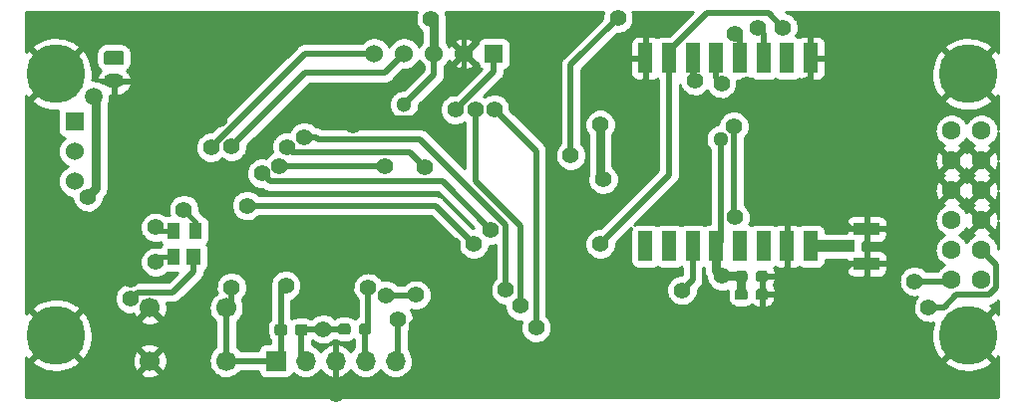
<source format=gbl>
G04 #@! TF.GenerationSoftware,KiCad,Pcbnew,6.0.0-unknown-da645c5~86~ubuntu18.04.1*
G04 #@! TF.CreationDate,2019-07-12T17:15:13-04:00*
G04 #@! TF.ProjectId,Femtosat,46656d74-6f73-4617-942e-6b696361645f,rev?*
G04 #@! TF.SameCoordinates,Original*
G04 #@! TF.FileFunction,Copper,L2,Bot*
G04 #@! TF.FilePolarity,Positive*
%FSLAX46Y46*%
G04 Gerber Fmt 4.6, Leading zero omitted, Abs format (unit mm)*
G04 Created by KiCad (PCBNEW 6.0.0-unknown-da645c5~86~ubuntu18.04.1) date 2019-07-12 17:15:13*
%MOMM*%
%LPD*%
G04 APERTURE LIST*
%ADD10R,2.200000X1.050000*%
%ADD11R,1.050000X1.000000*%
%ADD12C,5.000000*%
%ADD13C,1.600000*%
%ADD14C,1.700000*%
%ADD15R,1.000000X1.400000*%
%ADD16R,1.200000X1.400000*%
%ADD17C,0.100000*%
%ADD18C,0.950000*%
%ADD19C,1.524000*%
%ADD20R,1.524000X1.524000*%
%ADD21R,1.300000X2.500000*%
%ADD22O,1.750000X1.200000*%
%ADD23C,1.200000*%
%ADD24O,1.700000X1.700000*%
%ADD25R,1.700000X1.700000*%
%ADD26C,1.400000*%
%ADD27C,1.300000*%
%ADD28C,1.500000*%
%ADD29C,0.450000*%
%ADD30C,0.800000*%
%ADD31C,1.000000*%
%ADD32C,0.550000*%
%ADD33C,0.254000*%
G04 APERTURE END LIST*
D10*
X157925000Y-60325000D03*
D11*
X156400000Y-58850000D03*
D10*
X157925000Y-57375000D03*
D12*
X89065000Y-44200000D03*
X89065000Y-66430000D03*
X166545000Y-44200000D03*
X166545000Y-66430000D03*
D13*
X165145000Y-49030000D03*
X167685000Y-49030000D03*
X165145000Y-51570000D03*
X167685000Y-51570000D03*
X165145000Y-54110000D03*
X167685000Y-54110000D03*
X165145000Y-56650000D03*
X167685000Y-56650000D03*
X165145000Y-59190000D03*
X167685000Y-59190000D03*
X165145000Y-61730000D03*
X167685000Y-61730000D03*
D14*
X97050000Y-64100000D03*
X103550000Y-64100000D03*
X97050000Y-68600000D03*
X103550000Y-68600000D03*
D15*
X100950000Y-57550000D03*
X99050000Y-57550000D03*
X99050000Y-59750000D03*
D16*
X100770000Y-59750000D03*
D17*
G36*
X108553387Y-65493079D02*
G01*
X108630438Y-65544562D01*
X108681921Y-65621613D01*
X108700000Y-65712500D01*
X108700000Y-66187500D01*
X108681921Y-66278387D01*
X108630438Y-66355438D01*
X108553387Y-66406921D01*
X108462500Y-66425000D01*
X107887500Y-66425000D01*
X107796613Y-66406921D01*
X107719562Y-66355438D01*
X107668079Y-66278387D01*
X107650000Y-66187500D01*
X107650000Y-65712500D01*
X107668079Y-65621613D01*
X107719562Y-65544562D01*
X107796613Y-65493079D01*
X107887500Y-65475000D01*
X108462500Y-65475000D01*
X108553387Y-65493079D01*
X108553387Y-65493079D01*
G37*
D18*
X108175000Y-65950000D03*
D17*
G36*
X110303387Y-65493079D02*
G01*
X110380438Y-65544562D01*
X110431921Y-65621613D01*
X110450000Y-65712500D01*
X110450000Y-66187500D01*
X110431921Y-66278387D01*
X110380438Y-66355438D01*
X110303387Y-66406921D01*
X110212500Y-66425000D01*
X109637500Y-66425000D01*
X109546613Y-66406921D01*
X109469562Y-66355438D01*
X109418079Y-66278387D01*
X109400000Y-66187500D01*
X109400000Y-65712500D01*
X109418079Y-65621613D01*
X109469562Y-65544562D01*
X109546613Y-65493079D01*
X109637500Y-65475000D01*
X110212500Y-65475000D01*
X110303387Y-65493079D01*
X110303387Y-65493079D01*
G37*
D18*
X109925000Y-65950000D03*
D17*
G36*
X115703387Y-65443079D02*
G01*
X115780438Y-65494562D01*
X115831921Y-65571613D01*
X115850000Y-65662500D01*
X115850000Y-66137500D01*
X115831921Y-66228387D01*
X115780438Y-66305438D01*
X115703387Y-66356921D01*
X115612500Y-66375000D01*
X115037500Y-66375000D01*
X114946613Y-66356921D01*
X114869562Y-66305438D01*
X114818079Y-66228387D01*
X114800000Y-66137500D01*
X114800000Y-65662500D01*
X114818079Y-65571613D01*
X114869562Y-65494562D01*
X114946613Y-65443079D01*
X115037500Y-65425000D01*
X115612500Y-65425000D01*
X115703387Y-65443079D01*
X115703387Y-65443079D01*
G37*
D18*
X115325000Y-65900000D03*
D17*
G36*
X113953387Y-65443079D02*
G01*
X114030438Y-65494562D01*
X114081921Y-65571613D01*
X114100000Y-65662500D01*
X114100000Y-66137500D01*
X114081921Y-66228387D01*
X114030438Y-66305438D01*
X113953387Y-66356921D01*
X113862500Y-66375000D01*
X113287500Y-66375000D01*
X113196613Y-66356921D01*
X113119562Y-66305438D01*
X113068079Y-66228387D01*
X113050000Y-66137500D01*
X113050000Y-65662500D01*
X113068079Y-65571613D01*
X113119562Y-65494562D01*
X113196613Y-65443079D01*
X113287500Y-65425000D01*
X113862500Y-65425000D01*
X113953387Y-65443079D01*
X113953387Y-65443079D01*
G37*
D18*
X113575000Y-65900000D03*
D19*
X116120000Y-42470000D03*
X118660000Y-42470000D03*
X121200000Y-42470000D03*
X123740000Y-42470000D03*
D20*
X126280000Y-42470000D03*
D21*
X139150000Y-58850000D03*
X141150000Y-58850000D03*
X143150000Y-58850000D03*
X145150000Y-58850000D03*
X147150000Y-58850000D03*
X149150000Y-58850000D03*
X151150000Y-58850000D03*
X153150000Y-58850000D03*
X153150000Y-42850000D03*
X151150000Y-42850000D03*
X149150000Y-42850000D03*
X147150000Y-42850000D03*
X145150000Y-42850000D03*
X143150000Y-42850000D03*
X141150000Y-42850000D03*
X139150000Y-42850000D03*
D19*
X90650000Y-53340000D03*
X90650000Y-50800000D03*
D20*
X90650000Y-48260000D03*
D22*
X94000000Y-44800000D03*
D17*
G36*
X94720671Y-42219030D02*
G01*
X94801777Y-42273223D01*
X94855970Y-42354329D01*
X94875000Y-42449999D01*
X94875000Y-43150001D01*
X94855970Y-43245671D01*
X94801777Y-43326777D01*
X94720671Y-43380970D01*
X94625001Y-43400000D01*
X93374999Y-43400000D01*
X93279329Y-43380970D01*
X93198223Y-43326777D01*
X93144030Y-43245671D01*
X93125000Y-43150001D01*
X93125000Y-42449999D01*
X93144030Y-42354329D01*
X93198223Y-42273223D01*
X93279329Y-42219030D01*
X93374999Y-42200000D01*
X94625001Y-42200000D01*
X94720671Y-42219030D01*
X94720671Y-42219030D01*
G37*
D23*
X94000000Y-42800000D03*
D24*
X117910000Y-68600000D03*
X115370000Y-68600000D03*
X112830000Y-68600000D03*
X110290000Y-68600000D03*
D25*
X107750000Y-68600000D03*
D17*
G36*
X147653387Y-60943079D02*
G01*
X147730438Y-60994562D01*
X147781921Y-61071613D01*
X147800000Y-61162500D01*
X147800000Y-61637500D01*
X147781921Y-61728387D01*
X147730438Y-61805438D01*
X147653387Y-61856921D01*
X147562500Y-61875000D01*
X146987500Y-61875000D01*
X146896613Y-61856921D01*
X146819562Y-61805438D01*
X146768079Y-61728387D01*
X146750000Y-61637500D01*
X146750000Y-61162500D01*
X146768079Y-61071613D01*
X146819562Y-60994562D01*
X146896613Y-60943079D01*
X146987500Y-60925000D01*
X147562500Y-60925000D01*
X147653387Y-60943079D01*
X147653387Y-60943079D01*
G37*
D18*
X147275000Y-61400000D03*
D17*
G36*
X149403387Y-60943079D02*
G01*
X149480438Y-60994562D01*
X149531921Y-61071613D01*
X149550000Y-61162500D01*
X149550000Y-61637500D01*
X149531921Y-61728387D01*
X149480438Y-61805438D01*
X149403387Y-61856921D01*
X149312500Y-61875000D01*
X148737500Y-61875000D01*
X148646613Y-61856921D01*
X148569562Y-61805438D01*
X148518079Y-61728387D01*
X148500000Y-61637500D01*
X148500000Y-61162500D01*
X148518079Y-61071613D01*
X148569562Y-60994562D01*
X148646613Y-60943079D01*
X148737500Y-60925000D01*
X149312500Y-60925000D01*
X149403387Y-60943079D01*
X149403387Y-60943079D01*
G37*
D18*
X149025000Y-61400000D03*
D17*
G36*
X147653387Y-62493079D02*
G01*
X147730438Y-62544562D01*
X147781921Y-62621613D01*
X147800000Y-62712500D01*
X147800000Y-63187500D01*
X147781921Y-63278387D01*
X147730438Y-63355438D01*
X147653387Y-63406921D01*
X147562500Y-63425000D01*
X146987500Y-63425000D01*
X146896613Y-63406921D01*
X146819562Y-63355438D01*
X146768079Y-63278387D01*
X146750000Y-63187500D01*
X146750000Y-62712500D01*
X146768079Y-62621613D01*
X146819562Y-62544562D01*
X146896613Y-62493079D01*
X146987500Y-62475000D01*
X147562500Y-62475000D01*
X147653387Y-62493079D01*
X147653387Y-62493079D01*
G37*
D18*
X147275000Y-62950000D03*
D17*
G36*
X149403387Y-62493079D02*
G01*
X149480438Y-62544562D01*
X149531921Y-62621613D01*
X149550000Y-62712500D01*
X149550000Y-63187500D01*
X149531921Y-63278387D01*
X149480438Y-63355438D01*
X149403387Y-63406921D01*
X149312500Y-63425000D01*
X148737500Y-63425000D01*
X148646613Y-63406921D01*
X148569562Y-63355438D01*
X148518079Y-63278387D01*
X148500000Y-63187500D01*
X148500000Y-62712500D01*
X148518079Y-62621613D01*
X148569562Y-62544562D01*
X148646613Y-62493079D01*
X148737500Y-62475000D01*
X149312500Y-62475000D01*
X149403387Y-62493079D01*
X149403387Y-62493079D01*
G37*
D18*
X149025000Y-62950000D03*
D26*
X128100000Y-45550000D03*
X130400000Y-43400000D03*
X122750000Y-63600000D03*
X95400000Y-53600000D03*
X102950000Y-40300000D03*
X96200000Y-39950000D03*
X149050000Y-67550000D03*
X157900000Y-67450000D03*
X91800000Y-54650000D03*
X99950000Y-55750000D03*
X155450000Y-56200000D03*
X160550000Y-57350000D03*
X160650000Y-60400000D03*
X155300000Y-61550000D03*
X157950000Y-55600000D03*
X157900000Y-62050000D03*
D27*
X118650000Y-46799999D03*
D26*
X126300000Y-47200000D03*
X124680851Y-47230851D03*
X123000000Y-47250000D03*
X148650000Y-40250000D03*
X136800000Y-39450000D03*
X132800000Y-51125000D03*
X120400000Y-52100000D03*
X108700000Y-50400000D03*
X163200000Y-64050000D03*
X129850000Y-65774999D03*
X162000000Y-61850000D03*
X128500000Y-63900000D03*
X142250000Y-62600000D03*
X127300000Y-62575000D03*
D27*
X145525000Y-49750000D03*
D26*
X146650000Y-48650000D03*
X146725000Y-56400000D03*
X117000000Y-52050000D03*
X150800000Y-40250000D03*
X126000000Y-57450000D03*
X146750000Y-40800000D03*
X106568250Y-52653676D03*
X122750000Y-58750000D03*
X121100000Y-58750000D03*
X135300000Y-58650000D03*
X124550000Y-58650000D03*
X105301312Y-55398688D03*
X108050000Y-52050000D03*
X110175000Y-49562464D03*
X145650000Y-61400000D03*
X119650000Y-63000000D03*
X118150000Y-65100000D03*
X117070634Y-63030271D03*
X111740919Y-63456457D03*
X115600000Y-62400000D03*
X115650000Y-47100000D03*
X114350000Y-48550000D03*
X156800000Y-41600000D03*
X155100000Y-41450000D03*
X135550000Y-53150000D03*
X135300000Y-48500000D03*
X147750000Y-45100000D03*
X135700000Y-43400000D03*
X152950000Y-45100000D03*
X145600000Y-45000000D03*
X143350000Y-44750000D03*
X123750000Y-39500000D03*
X153100000Y-40150000D03*
X151150000Y-56200000D03*
X150850000Y-62950000D03*
X150800000Y-61450000D03*
X120950000Y-39500000D03*
X102950000Y-46750000D03*
X97800000Y-51300000D03*
X95400000Y-63300003D03*
X120550000Y-67650000D03*
X119750000Y-65700000D03*
X111800000Y-65900000D03*
X108600000Y-62200000D03*
X112850000Y-71425000D03*
X97550000Y-57250000D03*
X97550000Y-60200000D03*
X104000000Y-62350000D03*
X95400000Y-61700000D03*
D28*
X92300000Y-46100000D03*
D26*
X102250000Y-50450000D03*
X104005851Y-50355851D03*
X102950000Y-48050000D03*
D29*
X122750000Y-58750000D02*
X122750000Y-63600000D01*
X95400000Y-61700000D02*
X95400000Y-53600000D01*
X102950000Y-46750000D02*
X102950000Y-40300000D01*
X149025000Y-67525000D02*
X149050000Y-67550000D01*
X149025000Y-62950000D02*
X149025000Y-67525000D01*
X157900000Y-62050000D02*
X157900000Y-67450000D01*
D30*
X91800000Y-54650000D02*
X92499999Y-53950001D01*
X92499999Y-53950001D02*
X92499999Y-46299999D01*
X92499999Y-46299999D02*
X92300000Y-46100000D01*
D29*
X100950000Y-56750000D02*
X99950000Y-55750000D01*
X100950000Y-57550000D02*
X100950000Y-56750000D01*
D31*
X156400000Y-58850000D02*
X153150000Y-58850000D01*
D29*
X156625000Y-57375000D02*
X155450000Y-56200000D01*
X157925000Y-57375000D02*
X156625000Y-57375000D01*
X160525000Y-57375000D02*
X160550000Y-57350000D01*
X157925000Y-57375000D02*
X160525000Y-57375000D01*
X160575000Y-60325000D02*
X160650000Y-60400000D01*
X157925000Y-60325000D02*
X160575000Y-60325000D01*
X156525000Y-60325000D02*
X155300000Y-61550000D01*
X157925000Y-60325000D02*
X156525000Y-60325000D01*
X157925000Y-55625000D02*
X157950000Y-55600000D01*
X157925000Y-57375000D02*
X157925000Y-55625000D01*
X157925000Y-62025000D02*
X157900000Y-62050000D01*
X157925000Y-60325000D02*
X157925000Y-62025000D01*
X115650000Y-47100000D02*
X116425000Y-47875000D01*
X116425000Y-47875000D02*
X119412630Y-47875000D01*
X119412630Y-47875000D02*
X123740000Y-43547630D01*
X123740000Y-43547630D02*
X123740000Y-42470000D01*
D32*
X121200000Y-44249999D02*
X118650000Y-46799999D01*
X121200000Y-42470000D02*
X121200000Y-44249999D01*
X126300000Y-47200000D02*
X129850000Y-50750000D01*
X129850000Y-50750000D02*
X129850000Y-65774999D01*
X124680851Y-47230851D02*
X124680851Y-53331175D01*
X124680851Y-53331175D02*
X128500000Y-57150324D01*
X128500000Y-57150324D02*
X128500000Y-62910051D01*
X128500000Y-62910051D02*
X128500000Y-63900000D01*
X123000000Y-47250000D02*
X126280000Y-43970000D01*
X126280000Y-43970000D02*
X126280000Y-42470000D01*
X149150000Y-42850000D02*
X149150000Y-40750000D01*
X149150000Y-40750000D02*
X148650000Y-40250000D01*
X132800000Y-43450000D02*
X136800000Y-39450000D01*
X132800000Y-51125000D02*
X132800000Y-43450000D01*
X109174999Y-50874999D02*
X119174999Y-50874999D01*
X108700000Y-50400000D02*
X109174999Y-50874999D01*
X119174999Y-50874999D02*
X120400000Y-52100000D01*
X163200000Y-64050000D02*
X164521998Y-64050000D01*
X164521998Y-64050000D02*
X165566997Y-63005001D01*
X168297001Y-63005001D02*
X168960001Y-62342001D01*
X165566997Y-63005001D02*
X168297001Y-63005001D01*
X168960001Y-62342001D02*
X168960001Y-60465001D01*
X168960001Y-60465001D02*
X168484999Y-59989999D01*
X168484999Y-59989999D02*
X167685000Y-59190000D01*
X162000000Y-61850000D02*
X165025000Y-61850000D01*
X165025000Y-61850000D02*
X165145000Y-61730000D01*
X142250000Y-62600000D02*
X143150000Y-61700000D01*
X143150000Y-61700000D02*
X143150000Y-58850000D01*
X111164949Y-49562464D02*
X111327486Y-49725001D01*
X110175000Y-49562464D02*
X111164949Y-49562464D01*
X111327486Y-49725001D02*
X120014003Y-49725001D01*
X120014003Y-49725001D02*
X127300000Y-57010998D01*
X127300000Y-57010998D02*
X127300000Y-62575000D01*
X145525000Y-49750000D02*
X145525000Y-58475000D01*
X145525000Y-58475000D02*
X145150000Y-58850000D01*
X146650000Y-48650000D02*
X146650000Y-56325000D01*
X146650000Y-56325000D02*
X146725000Y-56400000D01*
X145550000Y-58450000D02*
X145150000Y-58850000D01*
X141150000Y-42250000D02*
X144375001Y-39024999D01*
X141150000Y-42850000D02*
X141150000Y-42250000D01*
X144375001Y-39024999D02*
X149574999Y-39024999D01*
X149574999Y-39024999D02*
X150800000Y-40250000D01*
X141150000Y-42850000D02*
X141150000Y-52800000D01*
X141150000Y-52800000D02*
X135300000Y-58650000D01*
X107268249Y-53353675D02*
X121903675Y-53353675D01*
X106568250Y-52653676D02*
X107268249Y-53353675D01*
X121903675Y-53353675D02*
X126000000Y-57450000D01*
X108050000Y-52050000D02*
X117000000Y-52050000D01*
X147150000Y-42850000D02*
X147150000Y-41200000D01*
X147150000Y-41200000D02*
X146750000Y-40800000D01*
X121298688Y-55398688D02*
X124550000Y-58650000D01*
X105301312Y-55398688D02*
X121298688Y-55398688D01*
X119619729Y-63030271D02*
X119650000Y-63000000D01*
X117070634Y-63030271D02*
X119619729Y-63030271D01*
X118150000Y-65100000D02*
X118150000Y-68360000D01*
X118150000Y-68360000D02*
X117910000Y-68600000D01*
X115600000Y-62400000D02*
X115600000Y-65625000D01*
X115600000Y-65625000D02*
X115325000Y-65900000D01*
X115325000Y-65900000D02*
X115325000Y-68555000D01*
X115325000Y-68555000D02*
X115370000Y-68600000D01*
D30*
X135300000Y-52900000D02*
X135550000Y-53150000D01*
X135300000Y-48500000D02*
X135300000Y-52900000D01*
D32*
X145150000Y-44550000D02*
X145600000Y-45000000D01*
X145150000Y-42850000D02*
X145150000Y-44550000D01*
X143150000Y-44550000D02*
X143350000Y-44750000D01*
X143150000Y-42850000D02*
X143150000Y-44550000D01*
D29*
X123740000Y-39510000D02*
X123750000Y-39500000D01*
X123740000Y-42470000D02*
X123740000Y-39510000D01*
X153150000Y-40200000D02*
X153100000Y-40150000D01*
X153150000Y-42850000D02*
X153150000Y-40200000D01*
X151150000Y-58850000D02*
X151150000Y-56200000D01*
X149025000Y-62950000D02*
X150850000Y-62950000D01*
X150750000Y-61400000D02*
X150800000Y-61450000D01*
X149025000Y-61400000D02*
X150750000Y-61400000D01*
D30*
X147275000Y-61400000D02*
X147275000Y-62950000D01*
X145150000Y-58850000D02*
X145150000Y-60900000D01*
X145150000Y-60900000D02*
X145650000Y-61400000D01*
X145650000Y-61400000D02*
X147275000Y-61400000D01*
X121200000Y-42470000D02*
X121200000Y-39750000D01*
X121200000Y-39750000D02*
X120950000Y-39500000D01*
D32*
X121150000Y-42520000D02*
X121200000Y-42470000D01*
X100770000Y-61000000D02*
X98995001Y-62774999D01*
X100770000Y-59750000D02*
X100770000Y-61000000D01*
X98995001Y-62774999D02*
X96017193Y-62774999D01*
X96017193Y-62774999D02*
X95492189Y-63300003D01*
X95492189Y-63300003D02*
X95400000Y-63300003D01*
D29*
X119750000Y-66850000D02*
X120550000Y-67650000D01*
X119750000Y-65700000D02*
X119750000Y-66850000D01*
D32*
X109925000Y-65950000D02*
X111750000Y-65950000D01*
X111750000Y-65950000D02*
X111800000Y-65900000D01*
X113575000Y-65900000D02*
X111800000Y-65900000D01*
X109925000Y-65950000D02*
X109925000Y-68235000D01*
X109925000Y-68235000D02*
X110290000Y-68600000D01*
X103550000Y-68600000D02*
X103550000Y-64100000D01*
X108175000Y-65950000D02*
X108175000Y-68175000D01*
X108175000Y-68175000D02*
X107750000Y-68600000D01*
X103550000Y-68600000D02*
X107750000Y-68600000D01*
X108175000Y-65950000D02*
X108175000Y-62625000D01*
X108175000Y-62625000D02*
X108600000Y-62200000D01*
D29*
X112830000Y-71405000D02*
X112850000Y-71425000D01*
X112830000Y-68600000D02*
X112830000Y-71405000D01*
X99050000Y-57550000D02*
X97850000Y-57550000D01*
X97850000Y-57550000D02*
X97550000Y-57250000D01*
X98000000Y-59750000D02*
X97550000Y-60200000D01*
X99050000Y-59750000D02*
X98000000Y-59750000D01*
D32*
X104000000Y-62350000D02*
X104000000Y-63650000D01*
X104000000Y-63650000D02*
X103550000Y-64100000D01*
X110230000Y-42470000D02*
X116120000Y-42470000D01*
X102250000Y-50450000D02*
X110230000Y-42470000D01*
X117898001Y-43231999D02*
X118660000Y-42470000D01*
X117030000Y-44100000D02*
X117898001Y-43231999D01*
X110261702Y-44100000D02*
X117030000Y-44100000D01*
X104005851Y-50355851D02*
X110261702Y-44100000D01*
D33*
G36*
X119693914Y-39027757D02*
G01*
X119684230Y-39054363D01*
X119620504Y-39317777D01*
X119616955Y-39345867D01*
X119613171Y-39616853D01*
X119615934Y-39645031D01*
X119672281Y-39910122D01*
X119681218Y-39936987D01*
X119794894Y-40183006D01*
X119809561Y-40207225D01*
X119974919Y-40421946D01*
X119994587Y-40442312D01*
X120165001Y-40583291D01*
X120165000Y-41524830D01*
X120155713Y-41535036D01*
X120018648Y-41715612D01*
X120006649Y-41734739D01*
X119931777Y-41881683D01*
X119929951Y-41876772D01*
X119920230Y-41856393D01*
X119804829Y-41661259D01*
X119791653Y-41642922D01*
X119643519Y-41471308D01*
X119627305Y-41455595D01*
X119451123Y-41312926D01*
X119432382Y-41300333D01*
X119233720Y-41191117D01*
X119213045Y-41182041D01*
X118998182Y-41109732D01*
X118976227Y-41104461D01*
X118751955Y-41071343D01*
X118729413Y-41070044D01*
X118502821Y-41077165D01*
X118480405Y-41079877D01*
X118258654Y-41127012D01*
X118237073Y-41133651D01*
X118027175Y-41219309D01*
X118007111Y-41229665D01*
X117815698Y-41351139D01*
X117797785Y-41364885D01*
X117630909Y-41518336D01*
X117615713Y-41535036D01*
X117478648Y-41715612D01*
X117466649Y-41734739D01*
X117391777Y-41881683D01*
X117389951Y-41876772D01*
X117380230Y-41856393D01*
X117264829Y-41661259D01*
X117251653Y-41642922D01*
X117103519Y-41471308D01*
X117087305Y-41455595D01*
X116911123Y-41312926D01*
X116892382Y-41300333D01*
X116693720Y-41191117D01*
X116673045Y-41182041D01*
X116458182Y-41109732D01*
X116436227Y-41104461D01*
X116211955Y-41071343D01*
X116189413Y-41070044D01*
X115962821Y-41077165D01*
X115940405Y-41079877D01*
X115718654Y-41127012D01*
X115697073Y-41133651D01*
X115487175Y-41219309D01*
X115467111Y-41229665D01*
X115275698Y-41351139D01*
X115257785Y-41364885D01*
X115090909Y-41518336D01*
X115075713Y-41535036D01*
X115056764Y-41560000D01*
X110250214Y-41560000D01*
X110160937Y-41556258D01*
X110126619Y-41559502D01*
X110063969Y-41574196D01*
X110000220Y-41582929D01*
X109967017Y-41592200D01*
X109943117Y-41602543D01*
X109917760Y-41608490D01*
X109877590Y-41625624D01*
X109853250Y-41641430D01*
X109770134Y-41677398D01*
X109740648Y-41695256D01*
X109573928Y-41830264D01*
X109550331Y-41855392D01*
X109532297Y-41880768D01*
X102297832Y-49115234D01*
X102123818Y-49114019D01*
X102095660Y-49116979D01*
X101830969Y-49175175D01*
X101804166Y-49184299D01*
X101558946Y-49299691D01*
X101534831Y-49314527D01*
X101321270Y-49481379D01*
X101301041Y-49501188D01*
X101129753Y-49711208D01*
X101114416Y-49735007D01*
X100993914Y-49977757D01*
X100984230Y-50004363D01*
X100920504Y-50267777D01*
X100916955Y-50295867D01*
X100913171Y-50566853D01*
X100915934Y-50595031D01*
X100972281Y-50860122D01*
X100981218Y-50886987D01*
X101094894Y-51133006D01*
X101109561Y-51157225D01*
X101274919Y-51371946D01*
X101294587Y-51392312D01*
X101503406Y-51565062D01*
X101527098Y-51580565D01*
X101769000Y-51702758D01*
X101795537Y-51712628D01*
X102058499Y-51778192D01*
X102086563Y-51781936D01*
X102357517Y-51787612D01*
X102385714Y-51785046D01*
X102651191Y-51730551D01*
X102678118Y-51721802D01*
X102924925Y-51609846D01*
X102949245Y-51595348D01*
X103165115Y-51431493D01*
X103185619Y-51411968D01*
X103186597Y-51410803D01*
X103259257Y-51470913D01*
X103282949Y-51486416D01*
X103524851Y-51608609D01*
X103551388Y-51618479D01*
X103814350Y-51684043D01*
X103842414Y-51687787D01*
X104113368Y-51693463D01*
X104141565Y-51690897D01*
X104407042Y-51636402D01*
X104433969Y-51627653D01*
X104680776Y-51515697D01*
X104705096Y-51501199D01*
X104920966Y-51337344D01*
X104941469Y-51317819D01*
X105115673Y-51110212D01*
X105131342Y-51086629D01*
X105255221Y-50845585D01*
X105265275Y-50819118D01*
X105332673Y-50556620D01*
X105336651Y-50526810D01*
X105339694Y-50308943D01*
X110638637Y-45010000D01*
X117009784Y-45010000D01*
X117099060Y-45013742D01*
X117133380Y-45010497D01*
X117196020Y-44995805D01*
X117259779Y-44987071D01*
X117292981Y-44977801D01*
X117316889Y-44967456D01*
X117342241Y-44961509D01*
X117382409Y-44944376D01*
X117406747Y-44928571D01*
X117489866Y-44892602D01*
X117519352Y-44874744D01*
X117686072Y-44739736D01*
X117709669Y-44714608D01*
X117727705Y-44689229D01*
X118553847Y-43863088D01*
X118656049Y-43871671D01*
X118678629Y-43871552D01*
X118904327Y-43850217D01*
X118926528Y-43846103D01*
X119144880Y-43785138D01*
X119166001Y-43777156D01*
X119370107Y-43678487D01*
X119389481Y-43666892D01*
X119572889Y-43533639D01*
X119589904Y-43518796D01*
X119746816Y-43355170D01*
X119760934Y-43337549D01*
X119886390Y-43148722D01*
X119897164Y-43128879D01*
X119930132Y-43052694D01*
X119969804Y-43141798D01*
X119980785Y-43161527D01*
X120108212Y-43349030D01*
X120122513Y-43366502D01*
X120281129Y-43528476D01*
X120290001Y-43536054D01*
X120290001Y-43873063D01*
X118648175Y-45514890D01*
X118529076Y-45514059D01*
X118500919Y-45517019D01*
X118247184Y-45572806D01*
X118220381Y-45581930D01*
X117985311Y-45692546D01*
X117961196Y-45707382D01*
X117756474Y-45867328D01*
X117736245Y-45887137D01*
X117572047Y-46088464D01*
X117556710Y-46112263D01*
X117441196Y-46344965D01*
X117431512Y-46371571D01*
X117370423Y-46624082D01*
X117366874Y-46652172D01*
X117363247Y-46911942D01*
X117366010Y-46940120D01*
X117420024Y-47194238D01*
X117428961Y-47221103D01*
X117537933Y-47456940D01*
X117552600Y-47481159D01*
X117711113Y-47686992D01*
X117730781Y-47707358D01*
X117930957Y-47872958D01*
X117954649Y-47888461D01*
X118186539Y-48005597D01*
X118213076Y-48015467D01*
X118465154Y-48078317D01*
X118493218Y-48082061D01*
X118752957Y-48087502D01*
X118781154Y-48084936D01*
X119035643Y-48032697D01*
X119062570Y-48023948D01*
X119299161Y-47916625D01*
X119323481Y-47902127D01*
X119530416Y-47745055D01*
X119550920Y-47725530D01*
X119717914Y-47526515D01*
X119733582Y-47502933D01*
X119852334Y-47271867D01*
X119862388Y-47245398D01*
X119926996Y-46993764D01*
X119930974Y-46963955D01*
X119933212Y-46803721D01*
X121829183Y-44907751D01*
X121894947Y-44847278D01*
X121916921Y-44820717D01*
X121950836Y-44766017D01*
X121989732Y-44714774D01*
X122006654Y-44684742D01*
X122016239Y-44660532D01*
X122029967Y-44638392D01*
X122046256Y-44597874D01*
X122052292Y-44569478D01*
X122085629Y-44485279D01*
X122093851Y-44451801D01*
X122116274Y-44238447D01*
X122115192Y-44203994D01*
X122110000Y-44173296D01*
X122110000Y-43535739D01*
X122112890Y-43533639D01*
X122129904Y-43518796D01*
X122144982Y-43503072D01*
X122915044Y-43503072D01*
X122920149Y-43574450D01*
X122965573Y-43633589D01*
X123023091Y-43674465D01*
X123042586Y-43685857D01*
X123247714Y-43782383D01*
X123268918Y-43790143D01*
X123487898Y-43848818D01*
X123510140Y-43852700D01*
X123736049Y-43871671D01*
X123758629Y-43871552D01*
X123984327Y-43850217D01*
X124006528Y-43846103D01*
X124224880Y-43785138D01*
X124246001Y-43777156D01*
X124450107Y-43678487D01*
X124469481Y-43666893D01*
X124515877Y-43633185D01*
X124559575Y-43576517D01*
X124565700Y-43505219D01*
X124531032Y-43440636D01*
X123829803Y-42739407D01*
X123766996Y-42705112D01*
X123695618Y-42710217D01*
X123650197Y-42739407D01*
X122949339Y-43440265D01*
X122915044Y-43503072D01*
X122144982Y-43503072D01*
X122286816Y-43355170D01*
X122300934Y-43337549D01*
X122426390Y-43148722D01*
X122437164Y-43128879D01*
X122470132Y-43052694D01*
X122509804Y-43141798D01*
X122520784Y-43161526D01*
X122575336Y-43241798D01*
X122630604Y-43287255D01*
X122701674Y-43295615D01*
X122770179Y-43260217D01*
X123470593Y-42559803D01*
X123504888Y-42496996D01*
X123499783Y-42425618D01*
X123470593Y-42380197D01*
X122768328Y-41677932D01*
X122705521Y-41643637D01*
X122634143Y-41648742D01*
X122577364Y-41690953D01*
X122558646Y-41715614D01*
X122546649Y-41734739D01*
X122471777Y-41881683D01*
X122469951Y-41876772D01*
X122460230Y-41856393D01*
X122344829Y-41661259D01*
X122331653Y-41642922D01*
X122235000Y-41530949D01*
X122235000Y-41427648D01*
X122913694Y-41427648D01*
X122949700Y-41500096D01*
X123650197Y-42200593D01*
X123713004Y-42234888D01*
X123784382Y-42229783D01*
X123829803Y-42200593D01*
X124533238Y-41497158D01*
X124567533Y-41434351D01*
X124562428Y-41362973D01*
X124504618Y-41296064D01*
X124313720Y-41191117D01*
X124293045Y-41182041D01*
X124078182Y-41109732D01*
X124056227Y-41104461D01*
X123831955Y-41071343D01*
X123809413Y-41070044D01*
X123582821Y-41077165D01*
X123560405Y-41079877D01*
X123338654Y-41127012D01*
X123317073Y-41133651D01*
X123107175Y-41219309D01*
X123087112Y-41229665D01*
X122971454Y-41303063D01*
X122924283Y-41356876D01*
X122913694Y-41427648D01*
X122235000Y-41427648D01*
X122235000Y-39863655D01*
X122276822Y-39700769D01*
X122280800Y-39670958D01*
X122285055Y-39366267D01*
X122281911Y-39336358D01*
X122221869Y-39072080D01*
X122212558Y-39045341D01*
X122159692Y-38935000D01*
X135565138Y-38935000D01*
X135543913Y-38977758D01*
X135534230Y-39004363D01*
X135470504Y-39267777D01*
X135466955Y-39295867D01*
X135464119Y-39498946D01*
X132170817Y-42792249D01*
X132105054Y-42852721D01*
X132083081Y-42879282D01*
X132049171Y-42933973D01*
X132010268Y-42985226D01*
X131993345Y-43015259D01*
X131983759Y-43039472D01*
X131970034Y-43061607D01*
X131953745Y-43102127D01*
X131947710Y-43130522D01*
X131914373Y-43214720D01*
X131906150Y-43248197D01*
X131883726Y-43461550D01*
X131884808Y-43496004D01*
X131890001Y-43526708D01*
X131890000Y-50141745D01*
X131871270Y-50156379D01*
X131851041Y-50176188D01*
X131679753Y-50386208D01*
X131664416Y-50410007D01*
X131543914Y-50652757D01*
X131534230Y-50679363D01*
X131470504Y-50942777D01*
X131466955Y-50970867D01*
X131463171Y-51241853D01*
X131465934Y-51270031D01*
X131522281Y-51535122D01*
X131531218Y-51561987D01*
X131644894Y-51808006D01*
X131659561Y-51832225D01*
X131824919Y-52046946D01*
X131844587Y-52067312D01*
X132053406Y-52240062D01*
X132077098Y-52255565D01*
X132319000Y-52377758D01*
X132345537Y-52387628D01*
X132608499Y-52453192D01*
X132636563Y-52456936D01*
X132907517Y-52462612D01*
X132935714Y-52460046D01*
X133201191Y-52405551D01*
X133228118Y-52396802D01*
X133474925Y-52284846D01*
X133499245Y-52270348D01*
X133715115Y-52106493D01*
X133735618Y-52086968D01*
X133909822Y-51879361D01*
X133925491Y-51855778D01*
X134049370Y-51614734D01*
X134059424Y-51588267D01*
X134126822Y-51325769D01*
X134130800Y-51295958D01*
X134135055Y-50991267D01*
X134131911Y-50961358D01*
X134071869Y-50697080D01*
X134062558Y-50670341D01*
X133945457Y-50425932D01*
X133930453Y-50401921D01*
X133762114Y-50189530D01*
X133742164Y-50169440D01*
X133710000Y-50143579D01*
X133710000Y-48616853D01*
X133963171Y-48616853D01*
X133965934Y-48645031D01*
X134022281Y-48910122D01*
X134031218Y-48936987D01*
X134144894Y-49183006D01*
X134159561Y-49207224D01*
X134265000Y-49344139D01*
X134265001Y-52783847D01*
X134220504Y-52967777D01*
X134216955Y-52995867D01*
X134213171Y-53266853D01*
X134215934Y-53295031D01*
X134272281Y-53560122D01*
X134281218Y-53586987D01*
X134394894Y-53833006D01*
X134409561Y-53857225D01*
X134574919Y-54071946D01*
X134594587Y-54092312D01*
X134803406Y-54265062D01*
X134827098Y-54280565D01*
X135069000Y-54402758D01*
X135095537Y-54412628D01*
X135358499Y-54478192D01*
X135386563Y-54481936D01*
X135657517Y-54487612D01*
X135685714Y-54485046D01*
X135951191Y-54430551D01*
X135978118Y-54421802D01*
X136224925Y-54309846D01*
X136249245Y-54295348D01*
X136465115Y-54131493D01*
X136485618Y-54111968D01*
X136659822Y-53904361D01*
X136675491Y-53880778D01*
X136799370Y-53639734D01*
X136809424Y-53613267D01*
X136876822Y-53350769D01*
X136880800Y-53320958D01*
X136885055Y-53016267D01*
X136881911Y-52986358D01*
X136821869Y-52722080D01*
X136812558Y-52695341D01*
X136695457Y-52450932D01*
X136680453Y-52426921D01*
X136512114Y-52214530D01*
X136492164Y-52194440D01*
X136335000Y-52068077D01*
X136335000Y-49343530D01*
X136409822Y-49254361D01*
X136425491Y-49230778D01*
X136549370Y-48989734D01*
X136559424Y-48963267D01*
X136626822Y-48700769D01*
X136630800Y-48670958D01*
X136635055Y-48366267D01*
X136631911Y-48336358D01*
X136571869Y-48072080D01*
X136562558Y-48045341D01*
X136445457Y-47800932D01*
X136430453Y-47776921D01*
X136262114Y-47564530D01*
X136242163Y-47544440D01*
X136030952Y-47374623D01*
X136007047Y-47359452D01*
X135763462Y-47240647D01*
X135736790Y-47231149D01*
X135472938Y-47169263D01*
X135444824Y-47165911D01*
X135173818Y-47164019D01*
X135145660Y-47166979D01*
X134880969Y-47225175D01*
X134854166Y-47234299D01*
X134608946Y-47349691D01*
X134584831Y-47364527D01*
X134371270Y-47531379D01*
X134351041Y-47551188D01*
X134179753Y-47761208D01*
X134164416Y-47785007D01*
X134043914Y-48027757D01*
X134034230Y-48054363D01*
X133970504Y-48317777D01*
X133966955Y-48345867D01*
X133963171Y-48616853D01*
X133710000Y-48616853D01*
X133710000Y-43826934D01*
X134432934Y-43104000D01*
X137857163Y-43104000D01*
X137857163Y-44100000D01*
X137861490Y-44132870D01*
X137930599Y-44390789D01*
X137955984Y-44439553D01*
X138071138Y-44576788D01*
X138104926Y-44605139D01*
X138260073Y-44694713D01*
X138301520Y-44709799D01*
X138477947Y-44740908D01*
X138500000Y-44742837D01*
X138896000Y-44742837D01*
X138964661Y-44722676D01*
X139011523Y-44668595D01*
X139023000Y-44615837D01*
X139023000Y-43104000D01*
X139002839Y-43035339D01*
X138948758Y-42988477D01*
X138896000Y-42977000D01*
X137984163Y-42977000D01*
X137915502Y-42997161D01*
X137868640Y-43051242D01*
X137857163Y-43104000D01*
X134432934Y-43104000D01*
X135936934Y-41600000D01*
X137857163Y-41600000D01*
X137857163Y-42596000D01*
X137877324Y-42664661D01*
X137931405Y-42711523D01*
X137984163Y-42723000D01*
X138896000Y-42723000D01*
X138964661Y-42702839D01*
X139011523Y-42648758D01*
X139023000Y-42596000D01*
X139023000Y-41084163D01*
X139002839Y-41015502D01*
X138948758Y-40968640D01*
X138896000Y-40957163D01*
X138500000Y-40957163D01*
X138467130Y-40961490D01*
X138209212Y-41030599D01*
X138160448Y-41055984D01*
X138023212Y-41171138D01*
X137994861Y-41204926D01*
X137905287Y-41360073D01*
X137890201Y-41401520D01*
X137859092Y-41577947D01*
X137857163Y-41600000D01*
X135936934Y-41600000D01*
X136752569Y-40784366D01*
X136907517Y-40787612D01*
X136935714Y-40785046D01*
X137201191Y-40730551D01*
X137228118Y-40721802D01*
X137474925Y-40609846D01*
X137499245Y-40595348D01*
X137715115Y-40431493D01*
X137735618Y-40411968D01*
X137909822Y-40204361D01*
X137925491Y-40180778D01*
X138049370Y-39939734D01*
X138059424Y-39913267D01*
X138126822Y-39650769D01*
X138130800Y-39620958D01*
X138135055Y-39316267D01*
X138131911Y-39286358D01*
X138071869Y-39022080D01*
X138062558Y-38995341D01*
X138033648Y-38935000D01*
X143178065Y-38935000D01*
X141155903Y-40957163D01*
X140500000Y-40957163D01*
X140467130Y-40961490D01*
X140209212Y-41030599D01*
X140160448Y-41055984D01*
X140147115Y-41067172D01*
X140039927Y-41005287D01*
X139998480Y-40990201D01*
X139822053Y-40959092D01*
X139800000Y-40957163D01*
X139404000Y-40957163D01*
X139335339Y-40977324D01*
X139288477Y-41031405D01*
X139277000Y-41084163D01*
X139277000Y-44615837D01*
X139297161Y-44684498D01*
X139351242Y-44731360D01*
X139404000Y-44742837D01*
X139800000Y-44742837D01*
X139832870Y-44738510D01*
X140090789Y-44669401D01*
X140139553Y-44644016D01*
X140152886Y-44632829D01*
X140240000Y-44683124D01*
X140240001Y-52423063D01*
X135347832Y-57315234D01*
X135173818Y-57314019D01*
X135145660Y-57316979D01*
X134880969Y-57375175D01*
X134854166Y-57384299D01*
X134608946Y-57499691D01*
X134584831Y-57514527D01*
X134371270Y-57681379D01*
X134351041Y-57701188D01*
X134179753Y-57911208D01*
X134164416Y-57935007D01*
X134043914Y-58177757D01*
X134034230Y-58204363D01*
X133970504Y-58467777D01*
X133966955Y-58495867D01*
X133963171Y-58766853D01*
X133965934Y-58795031D01*
X134022281Y-59060122D01*
X134031218Y-59086987D01*
X134144894Y-59333006D01*
X134159561Y-59357225D01*
X134324919Y-59571946D01*
X134344587Y-59592312D01*
X134553406Y-59765062D01*
X134577098Y-59780565D01*
X134819000Y-59902758D01*
X134845537Y-59912628D01*
X135108499Y-59978192D01*
X135136563Y-59981936D01*
X135407517Y-59987612D01*
X135435714Y-59985046D01*
X135701191Y-59930551D01*
X135728118Y-59921802D01*
X135974925Y-59809846D01*
X135999245Y-59795348D01*
X136215115Y-59631493D01*
X136235618Y-59611968D01*
X136409822Y-59404361D01*
X136425491Y-59380778D01*
X136549370Y-59139734D01*
X136559424Y-59113267D01*
X136626822Y-58850769D01*
X136630800Y-58820959D01*
X136633843Y-58603092D01*
X137944116Y-57292819D01*
X137905287Y-57360073D01*
X137890201Y-57401520D01*
X137859092Y-57577947D01*
X137857163Y-57600000D01*
X137857163Y-60100000D01*
X137861490Y-60132870D01*
X137930599Y-60390789D01*
X137955984Y-60439553D01*
X138071138Y-60576788D01*
X138104926Y-60605139D01*
X138260073Y-60694713D01*
X138301520Y-60709799D01*
X138477947Y-60740908D01*
X138500000Y-60742837D01*
X139800000Y-60742837D01*
X139832870Y-60738510D01*
X140090789Y-60669401D01*
X140139553Y-60644016D01*
X140152886Y-60632829D01*
X140260073Y-60694713D01*
X140301520Y-60709799D01*
X140477947Y-60740908D01*
X140500000Y-60742837D01*
X141800000Y-60742837D01*
X141832870Y-60738510D01*
X142090789Y-60669401D01*
X142139553Y-60644016D01*
X142152886Y-60632829D01*
X142240000Y-60683124D01*
X142240000Y-61264830D01*
X142123818Y-61264019D01*
X142095660Y-61266979D01*
X141830969Y-61325175D01*
X141804166Y-61334299D01*
X141558946Y-61449691D01*
X141534831Y-61464527D01*
X141321270Y-61631379D01*
X141301041Y-61651188D01*
X141129753Y-61861208D01*
X141114416Y-61885007D01*
X140993914Y-62127757D01*
X140984230Y-62154363D01*
X140920504Y-62417777D01*
X140916955Y-62445867D01*
X140913171Y-62716853D01*
X140915934Y-62745031D01*
X140972281Y-63010122D01*
X140981218Y-63036987D01*
X141094894Y-63283006D01*
X141109561Y-63307225D01*
X141274919Y-63521946D01*
X141294587Y-63542312D01*
X141503406Y-63715062D01*
X141527098Y-63730565D01*
X141769000Y-63852758D01*
X141795537Y-63862628D01*
X142058499Y-63928192D01*
X142086563Y-63931936D01*
X142357517Y-63937612D01*
X142385714Y-63935046D01*
X142651191Y-63880551D01*
X142678118Y-63871802D01*
X142924925Y-63759846D01*
X142949245Y-63745348D01*
X143165115Y-63581493D01*
X143185618Y-63561968D01*
X143359822Y-63354361D01*
X143375491Y-63330778D01*
X143499370Y-63089734D01*
X143509424Y-63063267D01*
X143576822Y-62800769D01*
X143580800Y-62770959D01*
X143583843Y-62553092D01*
X143779176Y-62357759D01*
X143844947Y-62297280D01*
X143866921Y-62270718D01*
X143900831Y-62216027D01*
X143939732Y-62164777D01*
X143956654Y-62134745D01*
X143966241Y-62110532D01*
X143979968Y-62088392D01*
X143996256Y-62047875D01*
X144002292Y-62019477D01*
X144035628Y-61935280D01*
X144043850Y-61901804D01*
X144066274Y-61688450D01*
X144065192Y-61653996D01*
X144060000Y-61623298D01*
X144060000Y-60677651D01*
X144090789Y-60669401D01*
X144115001Y-60656797D01*
X144115001Y-60832159D01*
X144108252Y-60883423D01*
X144108252Y-60916577D01*
X144116087Y-60976090D01*
X144139458Y-61153613D01*
X144148040Y-61185637D01*
X144169369Y-61237129D01*
X144239532Y-61406518D01*
X144256108Y-61435230D01*
X144313270Y-61509726D01*
X144313171Y-61516854D01*
X144315934Y-61545031D01*
X144372281Y-61810122D01*
X144381218Y-61836987D01*
X144494894Y-62083006D01*
X144509561Y-62107225D01*
X144674919Y-62321946D01*
X144694587Y-62342312D01*
X144903406Y-62515062D01*
X144927098Y-62530565D01*
X145169000Y-62652758D01*
X145195537Y-62662628D01*
X145458499Y-62728192D01*
X145486563Y-62731936D01*
X145757517Y-62737612D01*
X145785714Y-62735046D01*
X146051191Y-62680551D01*
X146078118Y-62671802D01*
X146117224Y-62654063D01*
X146111069Y-62696868D01*
X146109776Y-62714942D01*
X146109776Y-63185058D01*
X146112678Y-63212054D01*
X146180740Y-63524930D01*
X146197999Y-63566595D01*
X146313898Y-63746938D01*
X146337570Y-63774257D01*
X146499583Y-63914642D01*
X146529993Y-63934185D01*
X146724994Y-64023238D01*
X146759677Y-64033422D01*
X146971868Y-64063931D01*
X146989942Y-64065224D01*
X147560058Y-64065224D01*
X147587054Y-64062322D01*
X147899930Y-63994260D01*
X147941595Y-63977001D01*
X148121938Y-63861102D01*
X148149257Y-63837430D01*
X148154068Y-63831878D01*
X148249583Y-63914642D01*
X148279993Y-63934185D01*
X148474994Y-64023238D01*
X148509677Y-64033422D01*
X148721868Y-64063931D01*
X148739942Y-64065224D01*
X148771000Y-64065224D01*
X148839661Y-64045063D01*
X148886523Y-63990982D01*
X148898000Y-63938224D01*
X148898000Y-63204000D01*
X149152000Y-63204000D01*
X149152000Y-63938224D01*
X149172161Y-64006885D01*
X149226242Y-64053747D01*
X149279000Y-64065224D01*
X149310058Y-64065224D01*
X149337054Y-64062322D01*
X149649930Y-63994260D01*
X149691595Y-63977001D01*
X149871938Y-63861102D01*
X149899257Y-63837430D01*
X150039642Y-63675417D01*
X150059185Y-63645007D01*
X150148238Y-63450006D01*
X150158422Y-63415324D01*
X150186208Y-63222075D01*
X150176025Y-63151243D01*
X150129163Y-63097161D01*
X150060501Y-63077000D01*
X149279000Y-63077000D01*
X149210339Y-63097161D01*
X149163477Y-63151242D01*
X149152000Y-63204000D01*
X148898000Y-63204000D01*
X148898000Y-61654000D01*
X149152000Y-61654000D01*
X149152000Y-62696000D01*
X149172161Y-62764661D01*
X149226242Y-62811523D01*
X149279000Y-62823000D01*
X150059103Y-62823000D01*
X150127764Y-62802839D01*
X150174626Y-62748758D01*
X150183201Y-62669004D01*
X150119260Y-62375070D01*
X150102001Y-62333405D01*
X149998701Y-62172666D01*
X150039642Y-62125417D01*
X150059185Y-62095007D01*
X150148238Y-61900006D01*
X150158422Y-61865324D01*
X150186208Y-61672075D01*
X150176025Y-61601243D01*
X150129163Y-61547161D01*
X150060501Y-61527000D01*
X149279000Y-61527000D01*
X149210339Y-61547161D01*
X149163477Y-61601242D01*
X149152000Y-61654000D01*
X148898000Y-61654000D01*
X148898000Y-61273000D01*
X150059103Y-61273000D01*
X150127764Y-61252839D01*
X150174626Y-61198758D01*
X150183201Y-61119004D01*
X150119260Y-60825070D01*
X150102001Y-60783405D01*
X150037851Y-60683586D01*
X150090789Y-60669401D01*
X150139553Y-60644016D01*
X150152886Y-60632829D01*
X150260073Y-60694713D01*
X150301520Y-60709799D01*
X150477947Y-60740908D01*
X150500000Y-60742837D01*
X150896000Y-60742837D01*
X150964661Y-60722676D01*
X151011523Y-60668595D01*
X151023000Y-60615837D01*
X151023000Y-57084163D01*
X151277000Y-57084163D01*
X151277000Y-60615837D01*
X151297161Y-60684498D01*
X151351242Y-60731360D01*
X151404000Y-60742837D01*
X151800000Y-60742837D01*
X151832870Y-60738510D01*
X152090789Y-60669401D01*
X152139553Y-60644016D01*
X152152886Y-60632829D01*
X152260073Y-60694713D01*
X152301520Y-60709799D01*
X152477947Y-60740908D01*
X152500000Y-60742837D01*
X153800000Y-60742837D01*
X153832870Y-60738510D01*
X154090789Y-60669401D01*
X154139553Y-60644016D01*
X154217035Y-60579000D01*
X156182163Y-60579000D01*
X156182163Y-60850000D01*
X156186490Y-60882870D01*
X156255599Y-61140789D01*
X156280984Y-61189553D01*
X156396138Y-61326788D01*
X156429926Y-61355139D01*
X156585073Y-61444713D01*
X156626520Y-61459799D01*
X156802947Y-61490908D01*
X156825000Y-61492837D01*
X157671000Y-61492837D01*
X157739661Y-61472676D01*
X157786523Y-61418595D01*
X157798000Y-61365837D01*
X157798000Y-60579000D01*
X158052000Y-60579000D01*
X158052000Y-61365837D01*
X158072161Y-61434498D01*
X158126242Y-61481360D01*
X158179000Y-61492837D01*
X159025000Y-61492837D01*
X159057870Y-61488510D01*
X159315789Y-61419401D01*
X159364553Y-61394016D01*
X159501788Y-61278862D01*
X159530139Y-61245074D01*
X159619713Y-61089927D01*
X159634799Y-61048480D01*
X159665908Y-60872053D01*
X159667837Y-60850000D01*
X159667837Y-60579000D01*
X159647676Y-60510339D01*
X159593595Y-60463477D01*
X159540837Y-60452000D01*
X158179000Y-60452000D01*
X158110339Y-60472161D01*
X158063477Y-60526242D01*
X158052000Y-60579000D01*
X157798000Y-60579000D01*
X157777839Y-60510339D01*
X157723758Y-60463477D01*
X157671000Y-60452000D01*
X156309163Y-60452000D01*
X156240502Y-60472161D01*
X156193640Y-60526242D01*
X156182163Y-60579000D01*
X154217035Y-60579000D01*
X154276788Y-60528862D01*
X154305139Y-60495074D01*
X154394713Y-60339927D01*
X154409799Y-60298480D01*
X154440908Y-60122053D01*
X154442837Y-60100000D01*
X154442837Y-59985000D01*
X155819441Y-59985000D01*
X155852947Y-59990908D01*
X155875000Y-59992837D01*
X156182163Y-59992837D01*
X156182163Y-60071000D01*
X156202324Y-60139661D01*
X156256405Y-60186523D01*
X156309163Y-60198000D01*
X157671000Y-60198000D01*
X157739661Y-60177839D01*
X157786523Y-60123758D01*
X157798000Y-60071000D01*
X157798000Y-59284163D01*
X158052000Y-59284163D01*
X158052000Y-60071000D01*
X158072161Y-60139661D01*
X158126242Y-60186523D01*
X158179000Y-60198000D01*
X159540837Y-60198000D01*
X159609498Y-60177839D01*
X159656360Y-60123758D01*
X159667837Y-60071000D01*
X159667837Y-59800000D01*
X159663510Y-59767130D01*
X159594401Y-59509212D01*
X159569016Y-59460448D01*
X159453862Y-59323212D01*
X159420074Y-59294861D01*
X159264927Y-59205287D01*
X159223480Y-59190201D01*
X159047053Y-59159092D01*
X159025000Y-59157163D01*
X158179000Y-59157163D01*
X158110339Y-59177324D01*
X158063477Y-59231405D01*
X158052000Y-59284163D01*
X157798000Y-59284163D01*
X157777839Y-59215502D01*
X157723758Y-59168640D01*
X157671000Y-59157163D01*
X157567837Y-59157163D01*
X157567837Y-58542837D01*
X157671000Y-58542837D01*
X157739661Y-58522676D01*
X157786523Y-58468595D01*
X157798000Y-58415837D01*
X157798000Y-57629000D01*
X158052000Y-57629000D01*
X158052000Y-58415837D01*
X158072161Y-58484498D01*
X158126242Y-58531360D01*
X158179000Y-58542837D01*
X159025000Y-58542837D01*
X159057870Y-58538510D01*
X159315789Y-58469401D01*
X159364553Y-58444016D01*
X159501788Y-58328862D01*
X159530139Y-58295074D01*
X159619713Y-58139927D01*
X159634799Y-58098480D01*
X159665908Y-57922053D01*
X159667837Y-57900000D01*
X159667837Y-57629000D01*
X159647676Y-57560339D01*
X159593595Y-57513477D01*
X159540837Y-57502000D01*
X158179000Y-57502000D01*
X158110339Y-57522161D01*
X158063477Y-57576242D01*
X158052000Y-57629000D01*
X157798000Y-57629000D01*
X157777839Y-57560339D01*
X157723758Y-57513477D01*
X157671000Y-57502000D01*
X156309163Y-57502000D01*
X156240502Y-57522161D01*
X156193640Y-57576242D01*
X156182163Y-57629000D01*
X156182163Y-57707163D01*
X155875000Y-57707163D01*
X155842130Y-57711490D01*
X155829031Y-57715000D01*
X154442837Y-57715000D01*
X154442837Y-57600000D01*
X154438510Y-57567130D01*
X154369401Y-57309212D01*
X154344016Y-57260448D01*
X154228862Y-57123212D01*
X154195074Y-57094861D01*
X154039927Y-57005287D01*
X153998480Y-56990201D01*
X153822053Y-56959092D01*
X153800000Y-56957163D01*
X152500000Y-56957163D01*
X152467130Y-56961490D01*
X152209212Y-57030599D01*
X152160448Y-57055984D01*
X152147115Y-57067172D01*
X152039927Y-57005287D01*
X151998480Y-56990201D01*
X151822053Y-56959092D01*
X151800000Y-56957163D01*
X151404000Y-56957163D01*
X151335339Y-56977324D01*
X151288477Y-57031405D01*
X151277000Y-57084163D01*
X151023000Y-57084163D01*
X151002839Y-57015502D01*
X150948758Y-56968640D01*
X150896000Y-56957163D01*
X150500000Y-56957163D01*
X150467130Y-56961490D01*
X150209212Y-57030599D01*
X150160448Y-57055984D01*
X150147115Y-57067172D01*
X150039927Y-57005287D01*
X149998480Y-56990201D01*
X149822053Y-56959092D01*
X149800000Y-56957163D01*
X148500000Y-56957163D01*
X148467130Y-56961490D01*
X148209212Y-57030599D01*
X148160448Y-57055984D01*
X148147115Y-57067172D01*
X148039927Y-57005287D01*
X147998480Y-56990201D01*
X147929031Y-56977955D01*
X147974370Y-56889734D01*
X147984424Y-56863267D01*
X147987830Y-56850000D01*
X156182163Y-56850000D01*
X156182163Y-57121000D01*
X156202324Y-57189661D01*
X156256405Y-57236523D01*
X156309163Y-57248000D01*
X157671000Y-57248000D01*
X157739661Y-57227839D01*
X157786523Y-57173758D01*
X157798000Y-57121000D01*
X157798000Y-56334163D01*
X158052000Y-56334163D01*
X158052000Y-57121000D01*
X158072161Y-57189661D01*
X158126242Y-57236523D01*
X158179000Y-57248000D01*
X159540837Y-57248000D01*
X159609498Y-57227839D01*
X159656360Y-57173758D01*
X159667837Y-57121000D01*
X159667837Y-56850000D01*
X159663510Y-56817130D01*
X159594401Y-56559212D01*
X159569016Y-56510448D01*
X159453862Y-56373212D01*
X159420074Y-56344861D01*
X159264927Y-56255287D01*
X159223480Y-56240201D01*
X159047053Y-56209092D01*
X159025000Y-56207163D01*
X158179000Y-56207163D01*
X158110339Y-56227324D01*
X158063477Y-56281405D01*
X158052000Y-56334163D01*
X157798000Y-56334163D01*
X157777839Y-56265502D01*
X157723758Y-56218640D01*
X157671000Y-56207163D01*
X156825000Y-56207163D01*
X156792130Y-56211490D01*
X156534212Y-56280599D01*
X156485448Y-56305984D01*
X156348212Y-56421138D01*
X156319861Y-56454926D01*
X156230287Y-56610073D01*
X156215201Y-56651520D01*
X156184092Y-56827947D01*
X156182163Y-56850000D01*
X147987830Y-56850000D01*
X148051822Y-56600769D01*
X148055800Y-56570958D01*
X148060055Y-56266267D01*
X148056911Y-56236358D01*
X147996869Y-55972080D01*
X147987558Y-55945341D01*
X147870457Y-55700932D01*
X147855453Y-55676921D01*
X147687114Y-55464530D01*
X147667163Y-55444440D01*
X147560000Y-55358279D01*
X147560000Y-53995565D01*
X163710000Y-53995565D01*
X163710000Y-54224435D01*
X163711929Y-54246488D01*
X163751672Y-54471881D01*
X163757402Y-54493265D01*
X163835681Y-54708333D01*
X163845037Y-54728396D01*
X163946013Y-54903292D01*
X163997803Y-54952674D01*
X164068070Y-54966217D01*
X164145801Y-54929595D01*
X164875593Y-54199803D01*
X164909888Y-54136996D01*
X164906027Y-54083004D01*
X165380112Y-54083004D01*
X165385217Y-54154382D01*
X165414407Y-54199803D01*
X166144199Y-54929595D01*
X166207006Y-54963890D01*
X166278384Y-54958785D01*
X166343987Y-54903292D01*
X166415000Y-54780294D01*
X166486013Y-54903292D01*
X166537803Y-54952674D01*
X166608070Y-54966217D01*
X166685801Y-54929595D01*
X167415593Y-54199803D01*
X167449888Y-54136996D01*
X167444783Y-54065618D01*
X167415593Y-54020197D01*
X166685801Y-53290405D01*
X166622994Y-53256110D01*
X166551616Y-53261215D01*
X166486013Y-53316708D01*
X166415000Y-53439706D01*
X166343987Y-53316708D01*
X166292197Y-53267326D01*
X166221930Y-53253783D01*
X166144199Y-53290405D01*
X165414407Y-54020197D01*
X165380112Y-54083004D01*
X164906027Y-54083004D01*
X164904783Y-54065618D01*
X164875593Y-54020197D01*
X164145801Y-53290405D01*
X164082994Y-53256110D01*
X164011616Y-53261215D01*
X163946013Y-53316708D01*
X163845037Y-53491604D01*
X163835681Y-53511667D01*
X163757402Y-53726735D01*
X163751672Y-53748119D01*
X163711929Y-53973512D01*
X163710000Y-53995565D01*
X147560000Y-53995565D01*
X147560000Y-53033070D01*
X164288783Y-53033070D01*
X164325405Y-53110801D01*
X165055197Y-53840593D01*
X165118004Y-53874888D01*
X165189382Y-53869783D01*
X165234803Y-53840593D01*
X165964595Y-53110801D01*
X165998890Y-53047994D01*
X165997823Y-53033070D01*
X166828783Y-53033070D01*
X166865405Y-53110801D01*
X167595197Y-53840593D01*
X167658004Y-53874888D01*
X167729382Y-53869783D01*
X167774803Y-53840593D01*
X168504595Y-53110801D01*
X168538890Y-53047994D01*
X168533785Y-52976616D01*
X168478292Y-52911013D01*
X168355294Y-52840000D01*
X168478292Y-52768987D01*
X168527674Y-52717197D01*
X168541217Y-52646930D01*
X168504595Y-52569199D01*
X167774803Y-51839407D01*
X167711996Y-51805112D01*
X167640618Y-51810217D01*
X167595197Y-51839407D01*
X166865405Y-52569199D01*
X166831110Y-52632006D01*
X166836215Y-52703384D01*
X166891708Y-52768987D01*
X167014706Y-52840000D01*
X166891708Y-52911013D01*
X166842326Y-52962803D01*
X166828783Y-53033070D01*
X165997823Y-53033070D01*
X165993785Y-52976616D01*
X165938292Y-52911013D01*
X165815294Y-52840000D01*
X165938292Y-52768987D01*
X165987674Y-52717197D01*
X166001217Y-52646930D01*
X165964595Y-52569199D01*
X165234803Y-51839407D01*
X165171996Y-51805112D01*
X165100618Y-51810217D01*
X165055197Y-51839407D01*
X164325405Y-52569199D01*
X164291110Y-52632006D01*
X164296215Y-52703384D01*
X164351708Y-52768987D01*
X164474706Y-52840000D01*
X164351708Y-52911013D01*
X164302326Y-52962803D01*
X164288783Y-53033070D01*
X147560000Y-53033070D01*
X147560000Y-51455565D01*
X163710000Y-51455565D01*
X163710000Y-51684435D01*
X163711929Y-51706488D01*
X163751672Y-51931881D01*
X163757402Y-51953265D01*
X163835681Y-52168333D01*
X163845037Y-52188396D01*
X163946013Y-52363292D01*
X163997803Y-52412674D01*
X164068070Y-52426217D01*
X164145801Y-52389595D01*
X164875593Y-51659803D01*
X164909888Y-51596996D01*
X164906027Y-51543004D01*
X165380112Y-51543004D01*
X165385217Y-51614382D01*
X165414407Y-51659803D01*
X166144199Y-52389595D01*
X166207006Y-52423890D01*
X166278384Y-52418785D01*
X166343987Y-52363292D01*
X166415000Y-52240294D01*
X166486013Y-52363292D01*
X166537803Y-52412674D01*
X166608070Y-52426217D01*
X166685801Y-52389595D01*
X167415593Y-51659803D01*
X167449888Y-51596996D01*
X167444783Y-51525618D01*
X167415593Y-51480197D01*
X166685801Y-50750405D01*
X166622994Y-50716110D01*
X166551616Y-50721215D01*
X166486013Y-50776708D01*
X166415000Y-50899706D01*
X166343987Y-50776708D01*
X166292197Y-50727326D01*
X166221930Y-50713783D01*
X166144199Y-50750405D01*
X165414407Y-51480197D01*
X165380112Y-51543004D01*
X164906027Y-51543004D01*
X164904783Y-51525618D01*
X164875593Y-51480197D01*
X164145801Y-50750405D01*
X164082994Y-50716110D01*
X164011616Y-50721215D01*
X163946013Y-50776708D01*
X163845037Y-50951604D01*
X163835681Y-50971667D01*
X163757402Y-51186735D01*
X163751672Y-51208119D01*
X163711929Y-51433512D01*
X163710000Y-51455565D01*
X147560000Y-51455565D01*
X147560000Y-49635376D01*
X147565116Y-49631493D01*
X147585618Y-49611968D01*
X147759822Y-49404361D01*
X147775491Y-49380778D01*
X147899370Y-49139734D01*
X147909424Y-49113267D01*
X147976822Y-48850769D01*
X147980800Y-48820958D01*
X147985055Y-48516267D01*
X147981911Y-48486358D01*
X147921869Y-48222080D01*
X147912558Y-48195341D01*
X147795457Y-47950932D01*
X147780453Y-47926921D01*
X147612114Y-47714530D01*
X147592163Y-47694440D01*
X147380952Y-47524623D01*
X147357047Y-47509452D01*
X147113462Y-47390647D01*
X147086790Y-47381149D01*
X146822938Y-47319263D01*
X146794824Y-47315911D01*
X146523818Y-47314019D01*
X146495660Y-47316979D01*
X146230969Y-47375175D01*
X146204166Y-47384299D01*
X145958946Y-47499691D01*
X145934831Y-47514527D01*
X145721270Y-47681379D01*
X145701041Y-47701188D01*
X145529753Y-47911208D01*
X145514416Y-47935007D01*
X145393914Y-48177757D01*
X145384230Y-48204363D01*
X145320504Y-48467777D01*
X145319019Y-48479530D01*
X145122184Y-48522807D01*
X145095381Y-48531931D01*
X144860311Y-48642547D01*
X144836196Y-48657383D01*
X144631474Y-48817329D01*
X144611245Y-48837138D01*
X144447047Y-49038465D01*
X144431710Y-49062264D01*
X144316196Y-49294966D01*
X144306512Y-49321572D01*
X144245423Y-49574083D01*
X144241874Y-49602173D01*
X144238247Y-49861943D01*
X144241010Y-49890121D01*
X144295024Y-50144239D01*
X144303961Y-50171104D01*
X144412933Y-50406941D01*
X144427600Y-50431160D01*
X144586113Y-50636993D01*
X144605781Y-50657359D01*
X144615000Y-50664986D01*
X144615001Y-56957163D01*
X144500000Y-56957163D01*
X144467130Y-56961490D01*
X144209212Y-57030599D01*
X144160448Y-57055984D01*
X144147115Y-57067172D01*
X144039927Y-57005287D01*
X143998480Y-56990201D01*
X143822053Y-56959092D01*
X143800000Y-56957163D01*
X142500000Y-56957163D01*
X142467130Y-56961490D01*
X142209212Y-57030599D01*
X142160448Y-57055984D01*
X142147115Y-57067172D01*
X142039927Y-57005287D01*
X141998480Y-56990201D01*
X141822053Y-56959092D01*
X141800000Y-56957163D01*
X140500000Y-56957163D01*
X140467130Y-56961490D01*
X140209212Y-57030599D01*
X140160448Y-57055984D01*
X140147115Y-57067172D01*
X140039927Y-57005287D01*
X139998480Y-56990201D01*
X139822053Y-56959092D01*
X139800000Y-56957163D01*
X138500000Y-56957163D01*
X138467130Y-56961490D01*
X138209212Y-57030599D01*
X138203213Y-57033722D01*
X141779183Y-53457752D01*
X141844947Y-53397279D01*
X141866921Y-53370718D01*
X141900831Y-53316027D01*
X141939732Y-53264777D01*
X141956654Y-53234745D01*
X141966241Y-53210532D01*
X141979968Y-53188392D01*
X141996256Y-53147875D01*
X142002292Y-53119477D01*
X142035628Y-53035280D01*
X142043850Y-53001804D01*
X142066274Y-52788450D01*
X142065192Y-52753996D01*
X142060000Y-52723298D01*
X142060000Y-46472497D01*
X164480620Y-46472497D01*
X164485725Y-46543875D01*
X164524795Y-46598191D01*
X164706811Y-46745584D01*
X164718684Y-46754116D01*
X165011574Y-46939990D01*
X165024349Y-46947100D01*
X165336663Y-47098079D01*
X165350172Y-47103675D01*
X165677768Y-47217756D01*
X165691830Y-47221761D01*
X166030368Y-47297433D01*
X166044797Y-47299796D01*
X166389789Y-47336056D01*
X166404394Y-47336745D01*
X166751267Y-47333113D01*
X166765855Y-47332119D01*
X167110011Y-47288641D01*
X167124387Y-47285976D01*
X167461266Y-47203231D01*
X167475241Y-47198932D01*
X167800377Y-47078015D01*
X167813765Y-47072138D01*
X168122848Y-46914653D01*
X168135472Y-46907276D01*
X168424405Y-46715308D01*
X168436097Y-46706529D01*
X168566820Y-46596060D01*
X168606250Y-46536344D01*
X168607136Y-46464789D01*
X168574650Y-46409255D01*
X166634803Y-44469407D01*
X166571996Y-44435112D01*
X166500618Y-44440217D01*
X166455197Y-44469407D01*
X164514915Y-46409690D01*
X164480620Y-46472497D01*
X142060000Y-46472497D01*
X142060000Y-45102345D01*
X142072281Y-45160122D01*
X142081218Y-45186987D01*
X142194894Y-45433006D01*
X142209561Y-45457225D01*
X142374919Y-45671946D01*
X142394587Y-45692312D01*
X142603406Y-45865062D01*
X142627098Y-45880565D01*
X142869000Y-46002758D01*
X142895537Y-46012628D01*
X143158499Y-46078192D01*
X143186563Y-46081936D01*
X143457517Y-46087612D01*
X143485714Y-46085046D01*
X143751191Y-46030551D01*
X143778118Y-46021802D01*
X144024925Y-45909846D01*
X144049245Y-45895348D01*
X144265115Y-45731493D01*
X144285618Y-45711968D01*
X144396963Y-45579273D01*
X144444894Y-45683006D01*
X144459561Y-45707225D01*
X144624919Y-45921946D01*
X144644587Y-45942312D01*
X144853406Y-46115062D01*
X144877098Y-46130565D01*
X145119000Y-46252758D01*
X145145537Y-46262628D01*
X145408499Y-46328192D01*
X145436563Y-46331936D01*
X145707517Y-46337612D01*
X145735714Y-46335046D01*
X146001191Y-46280551D01*
X146028118Y-46271802D01*
X146274925Y-46159846D01*
X146299245Y-46145348D01*
X146515115Y-45981493D01*
X146535618Y-45961968D01*
X146709822Y-45754361D01*
X146725491Y-45730778D01*
X146849370Y-45489734D01*
X146859424Y-45463267D01*
X146926822Y-45200769D01*
X146930800Y-45170958D01*
X146935055Y-44866267D01*
X146931911Y-44836358D01*
X146910664Y-44742837D01*
X147800000Y-44742837D01*
X147832870Y-44738510D01*
X148090789Y-44669401D01*
X148139553Y-44644016D01*
X148152886Y-44632829D01*
X148260073Y-44694713D01*
X148301520Y-44709799D01*
X148477947Y-44740908D01*
X148500000Y-44742837D01*
X149800000Y-44742837D01*
X149832870Y-44738510D01*
X150090789Y-44669401D01*
X150139553Y-44644016D01*
X150152886Y-44632829D01*
X150260073Y-44694713D01*
X150301520Y-44709799D01*
X150477947Y-44740908D01*
X150500000Y-44742837D01*
X151800000Y-44742837D01*
X151832870Y-44738510D01*
X152090789Y-44669401D01*
X152139553Y-44644016D01*
X152152886Y-44632829D01*
X152260073Y-44694713D01*
X152301520Y-44709799D01*
X152477947Y-44740908D01*
X152500000Y-44742837D01*
X152896000Y-44742837D01*
X152964661Y-44722676D01*
X153011523Y-44668595D01*
X153023000Y-44615837D01*
X153023000Y-43104000D01*
X153277000Y-43104000D01*
X153277000Y-44615837D01*
X153297161Y-44684498D01*
X153351242Y-44731360D01*
X153404000Y-44742837D01*
X153800000Y-44742837D01*
X153832870Y-44738510D01*
X154090789Y-44669401D01*
X154139553Y-44644016D01*
X154276788Y-44528862D01*
X154305139Y-44495074D01*
X154394713Y-44339927D01*
X154409799Y-44298480D01*
X154413959Y-44274885D01*
X163405999Y-44274885D01*
X163406381Y-44289501D01*
X163435408Y-44635176D01*
X163437469Y-44649651D01*
X163506034Y-44989699D01*
X163509744Y-45003842D01*
X163616940Y-45333756D01*
X163622251Y-45347378D01*
X163766655Y-45662785D01*
X163773497Y-45675708D01*
X163953197Y-45972427D01*
X163961478Y-45984476D01*
X164143780Y-46219498D01*
X164201794Y-46261395D01*
X164273248Y-46265276D01*
X164333933Y-46231462D01*
X166275593Y-44289803D01*
X166309888Y-44226996D01*
X166304783Y-44155618D01*
X166275593Y-44110197D01*
X164335243Y-42169848D01*
X164272436Y-42135553D01*
X164201058Y-42140658D01*
X164150176Y-42175665D01*
X164078624Y-42256825D01*
X164069602Y-42268330D01*
X163871626Y-42553180D01*
X163863986Y-42565647D01*
X163700062Y-42871364D01*
X163693906Y-42884626D01*
X163566207Y-43207158D01*
X163561616Y-43221040D01*
X163471834Y-43556112D01*
X163468869Y-43570429D01*
X163418194Y-43913600D01*
X163416895Y-43928164D01*
X163405999Y-44274885D01*
X154413959Y-44274885D01*
X154440908Y-44122053D01*
X154442837Y-44100000D01*
X154442837Y-43104000D01*
X154422676Y-43035339D01*
X154368595Y-42988477D01*
X154315837Y-42977000D01*
X153404000Y-42977000D01*
X153335339Y-42997161D01*
X153288477Y-43051242D01*
X153277000Y-43104000D01*
X153023000Y-43104000D01*
X153023000Y-41084163D01*
X153277000Y-41084163D01*
X153277000Y-42596000D01*
X153297161Y-42664661D01*
X153351242Y-42711523D01*
X153404000Y-42723000D01*
X154315837Y-42723000D01*
X154384498Y-42702839D01*
X154431360Y-42648758D01*
X154442837Y-42596000D01*
X154442837Y-41866387D01*
X164481535Y-41866387D01*
X164482898Y-41937934D01*
X164514247Y-41989643D01*
X166455197Y-43930593D01*
X166518004Y-43964888D01*
X166589382Y-43959783D01*
X166634803Y-43930593D01*
X168577507Y-41987888D01*
X168611802Y-41925081D01*
X168606697Y-41853703D01*
X168564488Y-41796926D01*
X168302324Y-41597933D01*
X168290188Y-41589778D01*
X167991604Y-41413196D01*
X167978612Y-41406490D01*
X167661710Y-41265396D01*
X167648032Y-41260227D01*
X167317014Y-41156493D01*
X167302834Y-41152932D01*
X166962086Y-41087930D01*
X166947589Y-41086021D01*
X166601629Y-41060616D01*
X166587010Y-41060386D01*
X166240422Y-41074912D01*
X166225873Y-41076365D01*
X165883252Y-41130631D01*
X165868966Y-41133745D01*
X165534852Y-41227031D01*
X165521019Y-41231767D01*
X165199842Y-41362837D01*
X165186645Y-41369132D01*
X164882662Y-41536248D01*
X164870276Y-41544018D01*
X164587514Y-41744966D01*
X164576103Y-41754108D01*
X164519070Y-41805461D01*
X164481535Y-41866387D01*
X154442837Y-41866387D01*
X154442837Y-41600000D01*
X154438510Y-41567130D01*
X154369401Y-41309212D01*
X154344016Y-41260448D01*
X154228862Y-41123212D01*
X154195074Y-41094861D01*
X154039927Y-41005287D01*
X153998480Y-40990201D01*
X153822053Y-40959092D01*
X153800000Y-40957163D01*
X153404000Y-40957163D01*
X153335339Y-40977324D01*
X153288477Y-41031405D01*
X153277000Y-41084163D01*
X153023000Y-41084163D01*
X153002839Y-41015502D01*
X152948758Y-40968640D01*
X152896000Y-40957163D01*
X152500000Y-40957163D01*
X152467130Y-40961490D01*
X152209212Y-41030599D01*
X152160448Y-41055984D01*
X152147115Y-41067172D01*
X152039927Y-41005287D01*
X151998480Y-40990201D01*
X151927115Y-40977617D01*
X152049370Y-40739734D01*
X152059424Y-40713267D01*
X152126822Y-40450769D01*
X152130800Y-40420958D01*
X152135055Y-40116267D01*
X152131911Y-40086358D01*
X152071869Y-39822080D01*
X152062558Y-39795341D01*
X151945457Y-39550932D01*
X151930453Y-39526921D01*
X151762114Y-39314530D01*
X151742163Y-39294440D01*
X151530952Y-39124623D01*
X151507047Y-39109452D01*
X151263462Y-38990647D01*
X151236790Y-38981149D01*
X151040033Y-38935000D01*
X169115001Y-38935000D01*
X169115001Y-42401164D01*
X169079851Y-42347038D01*
X169071195Y-42335254D01*
X168942013Y-42179100D01*
X168882713Y-42139047D01*
X168811171Y-42137412D01*
X168754355Y-42170250D01*
X166814407Y-44110197D01*
X166780112Y-44173004D01*
X166785217Y-44244382D01*
X166814407Y-44289803D01*
X168757257Y-46232652D01*
X168820064Y-46266947D01*
X168891442Y-46261842D01*
X168939642Y-46229784D01*
X168949125Y-46219685D01*
X168958501Y-46208471D01*
X169115001Y-45997744D01*
X169115001Y-48876100D01*
X169078328Y-48668119D01*
X169072598Y-48646735D01*
X168994319Y-48431667D01*
X168984963Y-48411604D01*
X168870528Y-48213396D01*
X168857830Y-48195262D01*
X168710715Y-48019938D01*
X168695062Y-48004285D01*
X168519738Y-47857170D01*
X168501604Y-47844472D01*
X168303396Y-47730037D01*
X168283333Y-47720681D01*
X168068265Y-47642402D01*
X168046881Y-47636672D01*
X167821488Y-47596929D01*
X167799435Y-47595000D01*
X167570565Y-47595000D01*
X167548512Y-47596929D01*
X167323119Y-47636672D01*
X167301735Y-47642402D01*
X167086667Y-47720681D01*
X167066604Y-47730037D01*
X166868396Y-47844472D01*
X166850262Y-47857170D01*
X166674938Y-48004285D01*
X166659285Y-48019938D01*
X166512170Y-48195262D01*
X166499472Y-48213396D01*
X166415000Y-48359706D01*
X166330528Y-48213396D01*
X166317830Y-48195262D01*
X166170715Y-48019938D01*
X166155062Y-48004285D01*
X165979738Y-47857170D01*
X165961604Y-47844472D01*
X165763396Y-47730037D01*
X165743333Y-47720681D01*
X165528265Y-47642402D01*
X165506881Y-47636672D01*
X165281488Y-47596929D01*
X165259435Y-47595000D01*
X165030565Y-47595000D01*
X165008512Y-47596929D01*
X164783119Y-47636672D01*
X164761735Y-47642402D01*
X164546667Y-47720681D01*
X164526604Y-47730037D01*
X164328396Y-47844472D01*
X164310262Y-47857170D01*
X164134938Y-48004285D01*
X164119285Y-48019938D01*
X163972170Y-48195262D01*
X163959472Y-48213396D01*
X163845037Y-48411604D01*
X163835681Y-48431667D01*
X163757402Y-48646735D01*
X163751672Y-48668119D01*
X163711929Y-48893512D01*
X163710000Y-48915565D01*
X163710000Y-49144435D01*
X163711929Y-49166488D01*
X163751672Y-49391881D01*
X163757402Y-49413265D01*
X163835681Y-49628333D01*
X163845037Y-49648396D01*
X163959472Y-49846604D01*
X163972170Y-49864738D01*
X164119285Y-50040062D01*
X164134938Y-50055715D01*
X164310262Y-50202830D01*
X164328396Y-50215528D01*
X164474706Y-50300000D01*
X164351708Y-50371013D01*
X164302326Y-50422803D01*
X164288783Y-50493070D01*
X164325405Y-50570801D01*
X165055197Y-51300593D01*
X165118004Y-51334888D01*
X165189382Y-51329783D01*
X165234803Y-51300593D01*
X165964595Y-50570801D01*
X165998890Y-50507994D01*
X165993785Y-50436616D01*
X165938292Y-50371013D01*
X165815294Y-50300000D01*
X165961604Y-50215528D01*
X165979738Y-50202830D01*
X166155062Y-50055715D01*
X166170715Y-50040062D01*
X166317830Y-49864738D01*
X166330528Y-49846604D01*
X166415000Y-49700294D01*
X166499472Y-49846604D01*
X166512170Y-49864738D01*
X166659285Y-50040062D01*
X166674938Y-50055715D01*
X166850262Y-50202830D01*
X166868396Y-50215528D01*
X167014706Y-50300000D01*
X166891708Y-50371013D01*
X166842326Y-50422803D01*
X166828783Y-50493070D01*
X166865405Y-50570801D01*
X167595197Y-51300593D01*
X167658004Y-51334888D01*
X167729382Y-51329783D01*
X167774803Y-51300593D01*
X168504595Y-50570801D01*
X168538890Y-50507994D01*
X168533785Y-50436616D01*
X168478292Y-50371013D01*
X168355294Y-50300000D01*
X168501604Y-50215528D01*
X168519738Y-50202830D01*
X168695062Y-50055715D01*
X168710715Y-50040062D01*
X168857830Y-49864738D01*
X168870528Y-49846604D01*
X168984963Y-49648396D01*
X168994319Y-49628333D01*
X169072598Y-49413265D01*
X169078328Y-49391881D01*
X169115001Y-49183900D01*
X169115001Y-51416099D01*
X169078328Y-51208119D01*
X169072598Y-51186735D01*
X168994319Y-50971667D01*
X168984963Y-50951604D01*
X168883987Y-50776708D01*
X168832197Y-50727326D01*
X168761930Y-50713783D01*
X168684199Y-50750405D01*
X167954407Y-51480197D01*
X167920112Y-51543004D01*
X167925217Y-51614382D01*
X167954407Y-51659803D01*
X168684199Y-52389595D01*
X168747006Y-52423890D01*
X168818384Y-52418785D01*
X168883987Y-52363292D01*
X168984963Y-52188396D01*
X168994319Y-52168333D01*
X169072598Y-51953265D01*
X169078328Y-51931881D01*
X169115001Y-51723901D01*
X169115000Y-53956098D01*
X169078328Y-53748119D01*
X169072598Y-53726735D01*
X168994319Y-53511667D01*
X168984963Y-53491604D01*
X168883987Y-53316708D01*
X168832197Y-53267326D01*
X168761930Y-53253783D01*
X168684199Y-53290405D01*
X167954407Y-54020197D01*
X167920112Y-54083004D01*
X167925217Y-54154382D01*
X167954407Y-54199803D01*
X168684199Y-54929595D01*
X168747006Y-54963890D01*
X168818384Y-54958785D01*
X168883987Y-54903292D01*
X168984963Y-54728396D01*
X168994319Y-54708333D01*
X169072598Y-54493265D01*
X169078328Y-54471881D01*
X169115000Y-54263902D01*
X169115000Y-56496097D01*
X169078328Y-56288119D01*
X169072598Y-56266735D01*
X168994319Y-56051667D01*
X168984963Y-56031604D01*
X168883987Y-55856708D01*
X168832197Y-55807326D01*
X168761930Y-55793783D01*
X168684199Y-55830405D01*
X167954407Y-56560197D01*
X167920112Y-56623004D01*
X167925217Y-56694382D01*
X167954407Y-56739803D01*
X168684199Y-57469595D01*
X168747006Y-57503890D01*
X168818384Y-57498785D01*
X168883987Y-57443292D01*
X168984963Y-57268396D01*
X168994319Y-57248333D01*
X169072598Y-57033265D01*
X169078328Y-57011881D01*
X169115000Y-56803903D01*
X169115000Y-59036096D01*
X169078328Y-58828119D01*
X169072598Y-58806735D01*
X168994319Y-58591667D01*
X168984963Y-58571604D01*
X168870528Y-58373396D01*
X168857830Y-58355262D01*
X168710715Y-58179938D01*
X168695062Y-58164285D01*
X168519738Y-58017170D01*
X168501604Y-58004472D01*
X168355294Y-57920000D01*
X168478292Y-57848987D01*
X168527674Y-57797197D01*
X168541217Y-57726930D01*
X168504595Y-57649199D01*
X167774803Y-56919407D01*
X167711996Y-56885112D01*
X167640618Y-56890217D01*
X167595197Y-56919407D01*
X166865405Y-57649199D01*
X166831110Y-57712006D01*
X166836215Y-57783384D01*
X166891708Y-57848987D01*
X167014706Y-57920000D01*
X166868396Y-58004472D01*
X166850262Y-58017170D01*
X166674938Y-58164285D01*
X166659285Y-58179938D01*
X166512170Y-58355262D01*
X166499472Y-58373396D01*
X166415000Y-58519706D01*
X166330528Y-58373396D01*
X166317830Y-58355262D01*
X166170715Y-58179938D01*
X166155062Y-58164285D01*
X165979738Y-58017170D01*
X165961604Y-58004472D01*
X165815294Y-57920000D01*
X165961604Y-57835528D01*
X165979738Y-57822830D01*
X166155062Y-57675715D01*
X166170715Y-57660062D01*
X166317830Y-57484738D01*
X166330528Y-57466604D01*
X166415000Y-57320294D01*
X166486013Y-57443292D01*
X166537803Y-57492674D01*
X166608070Y-57506217D01*
X166685801Y-57469595D01*
X167415593Y-56739803D01*
X167449888Y-56676996D01*
X167444783Y-56605618D01*
X167415593Y-56560197D01*
X166685801Y-55830405D01*
X166622994Y-55796110D01*
X166551616Y-55801215D01*
X166486013Y-55856708D01*
X166415000Y-55979706D01*
X166330528Y-55833396D01*
X166317830Y-55815262D01*
X166170715Y-55639938D01*
X166155062Y-55624285D01*
X166094027Y-55573070D01*
X166828783Y-55573070D01*
X166865405Y-55650801D01*
X167595197Y-56380593D01*
X167658004Y-56414888D01*
X167729382Y-56409783D01*
X167774803Y-56380593D01*
X168504595Y-55650801D01*
X168538890Y-55587994D01*
X168533785Y-55516616D01*
X168478292Y-55451013D01*
X168355294Y-55380000D01*
X168478292Y-55308987D01*
X168527674Y-55257197D01*
X168541217Y-55186930D01*
X168504595Y-55109199D01*
X167774803Y-54379407D01*
X167711996Y-54345112D01*
X167640618Y-54350217D01*
X167595197Y-54379407D01*
X166865405Y-55109199D01*
X166831110Y-55172006D01*
X166836215Y-55243384D01*
X166891708Y-55308987D01*
X167014706Y-55380000D01*
X166891708Y-55451013D01*
X166842326Y-55502803D01*
X166828783Y-55573070D01*
X166094027Y-55573070D01*
X165979738Y-55477170D01*
X165961604Y-55464472D01*
X165815294Y-55380000D01*
X165938292Y-55308987D01*
X165987674Y-55257197D01*
X166001217Y-55186930D01*
X165964595Y-55109199D01*
X165234803Y-54379407D01*
X165171996Y-54345112D01*
X165100618Y-54350217D01*
X165055197Y-54379407D01*
X164325405Y-55109199D01*
X164291110Y-55172006D01*
X164296215Y-55243384D01*
X164351708Y-55308987D01*
X164474706Y-55380000D01*
X164328396Y-55464472D01*
X164310262Y-55477170D01*
X164134938Y-55624285D01*
X164119285Y-55639938D01*
X163972170Y-55815262D01*
X163959472Y-55833396D01*
X163845037Y-56031604D01*
X163835681Y-56051667D01*
X163757402Y-56266735D01*
X163751672Y-56288119D01*
X163711929Y-56513512D01*
X163710000Y-56535565D01*
X163710000Y-56764435D01*
X163711929Y-56786488D01*
X163751672Y-57011881D01*
X163757402Y-57033265D01*
X163835681Y-57248333D01*
X163845037Y-57268396D01*
X163959472Y-57466604D01*
X163972170Y-57484738D01*
X164119285Y-57660062D01*
X164134938Y-57675715D01*
X164310262Y-57822830D01*
X164328396Y-57835528D01*
X164474706Y-57920000D01*
X164328396Y-58004472D01*
X164310262Y-58017170D01*
X164134938Y-58164285D01*
X164119285Y-58179938D01*
X163972170Y-58355262D01*
X163959472Y-58373396D01*
X163845037Y-58571604D01*
X163835681Y-58591667D01*
X163757402Y-58806735D01*
X163751672Y-58828119D01*
X163711929Y-59053512D01*
X163710000Y-59075565D01*
X163710000Y-59304435D01*
X163711929Y-59326488D01*
X163751672Y-59551881D01*
X163757402Y-59573265D01*
X163835681Y-59788333D01*
X163845037Y-59808396D01*
X163959472Y-60006604D01*
X163972170Y-60024738D01*
X164119285Y-60200062D01*
X164134938Y-60215715D01*
X164310262Y-60362830D01*
X164328396Y-60375528D01*
X164474706Y-60460000D01*
X164328396Y-60544472D01*
X164310262Y-60557170D01*
X164134938Y-60704285D01*
X164119285Y-60719938D01*
X163972170Y-60895262D01*
X163959471Y-60913397D01*
X163944112Y-60940000D01*
X162982301Y-60940000D01*
X162962114Y-60914530D01*
X162942163Y-60894440D01*
X162730952Y-60724623D01*
X162707047Y-60709452D01*
X162463462Y-60590647D01*
X162436790Y-60581149D01*
X162172938Y-60519263D01*
X162144824Y-60515911D01*
X161873818Y-60514019D01*
X161845660Y-60516979D01*
X161580969Y-60575175D01*
X161554166Y-60584299D01*
X161308946Y-60699691D01*
X161284831Y-60714527D01*
X161071270Y-60881379D01*
X161051041Y-60901188D01*
X160879753Y-61111208D01*
X160864416Y-61135007D01*
X160743914Y-61377757D01*
X160734230Y-61404363D01*
X160670504Y-61667777D01*
X160666955Y-61695867D01*
X160663171Y-61966853D01*
X160665934Y-61995031D01*
X160722281Y-62260122D01*
X160731218Y-62286987D01*
X160844894Y-62533006D01*
X160859561Y-62557225D01*
X161024919Y-62771946D01*
X161044587Y-62792312D01*
X161253406Y-62965062D01*
X161277098Y-62980565D01*
X161519000Y-63102758D01*
X161545537Y-63112628D01*
X161808499Y-63178192D01*
X161836563Y-63181936D01*
X162107517Y-63187612D01*
X162135714Y-63185046D01*
X162192086Y-63173474D01*
X162079753Y-63311208D01*
X162064416Y-63335007D01*
X161943914Y-63577757D01*
X161934230Y-63604363D01*
X161870504Y-63867777D01*
X161866955Y-63895867D01*
X161863171Y-64166853D01*
X161865934Y-64195031D01*
X161922281Y-64460122D01*
X161931218Y-64486987D01*
X162044894Y-64733006D01*
X162059561Y-64757225D01*
X162224919Y-64971946D01*
X162244587Y-64992312D01*
X162453406Y-65165062D01*
X162477098Y-65180565D01*
X162719000Y-65302758D01*
X162745537Y-65312628D01*
X163008499Y-65378192D01*
X163036563Y-65381936D01*
X163307517Y-65387612D01*
X163335714Y-65385046D01*
X163601191Y-65330551D01*
X163609482Y-65327857D01*
X163566207Y-65437158D01*
X163561616Y-65451040D01*
X163471834Y-65786112D01*
X163468869Y-65800429D01*
X163418194Y-66143600D01*
X163416895Y-66158164D01*
X163405999Y-66504885D01*
X163406381Y-66519501D01*
X163435408Y-66865176D01*
X163437469Y-66879651D01*
X163506034Y-67219699D01*
X163509744Y-67233842D01*
X163616940Y-67563756D01*
X163622251Y-67577378D01*
X163766655Y-67892785D01*
X163773497Y-67905708D01*
X163953197Y-68202427D01*
X163961478Y-68214476D01*
X164143780Y-68449498D01*
X164201794Y-68491395D01*
X164273248Y-68495276D01*
X164333933Y-68461462D01*
X166634803Y-66160593D01*
X168577507Y-64217888D01*
X168611802Y-64155081D01*
X168606697Y-64083703D01*
X168564488Y-64026926D01*
X168413602Y-63912397D01*
X168463021Y-63900806D01*
X168526780Y-63892072D01*
X168559982Y-63882802D01*
X168583890Y-63872457D01*
X168609242Y-63866510D01*
X168649410Y-63849377D01*
X168673748Y-63833572D01*
X168756867Y-63797603D01*
X168786353Y-63779745D01*
X168953073Y-63644737D01*
X168976670Y-63619609D01*
X168994706Y-63594230D01*
X169115000Y-63473936D01*
X169115000Y-64631163D01*
X169079851Y-64577038D01*
X169071195Y-64565254D01*
X168942013Y-64409100D01*
X168882713Y-64369047D01*
X168811171Y-64367412D01*
X168754355Y-64400250D01*
X166814407Y-66340197D01*
X166780112Y-66403004D01*
X166785217Y-66474382D01*
X166814407Y-66519803D01*
X168757257Y-68462652D01*
X168820064Y-68496947D01*
X168891442Y-68491842D01*
X168939642Y-68459784D01*
X168949125Y-68449685D01*
X168958501Y-68438471D01*
X169115000Y-68227745D01*
X169115000Y-71715000D01*
X86535000Y-71715000D01*
X86535000Y-69697289D01*
X96160827Y-69697289D01*
X96165932Y-69768667D01*
X96208052Y-69825376D01*
X96242844Y-69851833D01*
X96260977Y-69863341D01*
X96465305Y-69969934D01*
X96485116Y-69978221D01*
X96704483Y-70048864D01*
X96725408Y-70053695D01*
X96953541Y-70086366D01*
X96974980Y-70087603D01*
X97205357Y-70081369D01*
X97226698Y-70078975D01*
X97452731Y-70034015D01*
X97473364Y-70028059D01*
X97688589Y-69945657D01*
X97707924Y-69936311D01*
X97880388Y-69834112D01*
X97929179Y-69781764D01*
X97941924Y-69711348D01*
X97905447Y-69635051D01*
X97139803Y-68869407D01*
X97076996Y-68835112D01*
X97005618Y-68840217D01*
X96960197Y-68869407D01*
X96195122Y-69634482D01*
X96160827Y-69697289D01*
X86535000Y-69697289D01*
X86535000Y-68702497D01*
X87000620Y-68702497D01*
X87005725Y-68773875D01*
X87044795Y-68828191D01*
X87226811Y-68975584D01*
X87238684Y-68984116D01*
X87531574Y-69169990D01*
X87544349Y-69177100D01*
X87856663Y-69328079D01*
X87870172Y-69333675D01*
X88197768Y-69447756D01*
X88211830Y-69451761D01*
X88550368Y-69527433D01*
X88564797Y-69529796D01*
X88909789Y-69566056D01*
X88924394Y-69566745D01*
X89271267Y-69563113D01*
X89285855Y-69562119D01*
X89630011Y-69518641D01*
X89644387Y-69515976D01*
X89981266Y-69433231D01*
X89995241Y-69428932D01*
X90320377Y-69308015D01*
X90333765Y-69302138D01*
X90642848Y-69144653D01*
X90655472Y-69137276D01*
X90944405Y-68945308D01*
X90956097Y-68936529D01*
X91086820Y-68826060D01*
X91126250Y-68766344D01*
X91127136Y-68694789D01*
X91094650Y-68639255D01*
X91050536Y-68595140D01*
X95560515Y-68595140D01*
X95577594Y-68824967D01*
X95580991Y-68846171D01*
X95636549Y-69069835D01*
X95643469Y-69090165D01*
X95735918Y-69301270D01*
X95746165Y-69320142D01*
X95820869Y-69433652D01*
X95875457Y-69479924D01*
X95946395Y-69489337D01*
X96016759Y-69453637D01*
X96780593Y-68689803D01*
X96814888Y-68626996D01*
X96811027Y-68573004D01*
X97285112Y-68573004D01*
X97290217Y-68644382D01*
X97319407Y-68689803D01*
X98085511Y-69455907D01*
X98148318Y-69490202D01*
X98219696Y-69485097D01*
X98285021Y-69430083D01*
X98390871Y-69248579D01*
X98400083Y-69229180D01*
X98480980Y-69013384D01*
X98486791Y-68992710D01*
X98530173Y-68766369D01*
X98532436Y-68743793D01*
X98535122Y-68487285D01*
X98533332Y-68464666D01*
X98494700Y-68237466D01*
X98489323Y-68216675D01*
X98412963Y-67999232D01*
X98404160Y-67979644D01*
X98292254Y-67778176D01*
X98280273Y-67760348D01*
X98274990Y-67753766D01*
X98216289Y-67712839D01*
X98144780Y-67710146D01*
X98086145Y-67743459D01*
X97319407Y-68510197D01*
X97285112Y-68573004D01*
X96811027Y-68573004D01*
X96809783Y-68555618D01*
X96780593Y-68510197D01*
X96016856Y-67746460D01*
X95954049Y-67712165D01*
X95882671Y-67717270D01*
X95822452Y-67764238D01*
X95761533Y-67852710D01*
X95750893Y-67871364D01*
X95654043Y-68080487D01*
X95646698Y-68100667D01*
X95586468Y-68323118D01*
X95582628Y-68344247D01*
X95560740Y-68573666D01*
X95560515Y-68595140D01*
X91050536Y-68595140D01*
X89154803Y-66699407D01*
X89091996Y-66665112D01*
X89020618Y-66670217D01*
X88975197Y-66699407D01*
X87034915Y-68639690D01*
X87000620Y-68702497D01*
X86535000Y-68702497D01*
X86535000Y-68283476D01*
X86663780Y-68449498D01*
X86721794Y-68491395D01*
X86793248Y-68495276D01*
X86853933Y-68461462D01*
X88795593Y-66519803D01*
X88829888Y-66456996D01*
X88826027Y-66403004D01*
X89300112Y-66403004D01*
X89305217Y-66474382D01*
X89334407Y-66519803D01*
X91277257Y-68462652D01*
X91340064Y-68496947D01*
X91411442Y-68491842D01*
X91459642Y-68459784D01*
X91469125Y-68449685D01*
X91478501Y-68438471D01*
X91685327Y-68159980D01*
X91693354Y-68147759D01*
X91866800Y-67847342D01*
X91873370Y-67834280D01*
X92011137Y-67515918D01*
X92016162Y-67502187D01*
X92016248Y-67501902D01*
X96161334Y-67501902D01*
X96195980Y-67566376D01*
X96960197Y-68330593D01*
X97023004Y-68364888D01*
X97094382Y-68359783D01*
X97139803Y-68330593D01*
X97904367Y-67566029D01*
X97938662Y-67503222D01*
X97933557Y-67431844D01*
X97881582Y-67368348D01*
X97735766Y-67277761D01*
X97716631Y-67268012D01*
X97503178Y-67181121D01*
X97482675Y-67174735D01*
X97257633Y-67125050D01*
X97236346Y-67122209D01*
X97006151Y-67111152D01*
X96984690Y-67111939D01*
X96755922Y-67139826D01*
X96734901Y-67144218D01*
X96514103Y-67210251D01*
X96494123Y-67218121D01*
X96287607Y-67320411D01*
X96269238Y-67331536D01*
X96211045Y-67373893D01*
X96167396Y-67430599D01*
X96161334Y-67501902D01*
X92016248Y-67501902D01*
X92116425Y-67170101D01*
X92119838Y-67155884D01*
X92181267Y-66814474D01*
X92183211Y-66795973D01*
X92200038Y-66260543D01*
X92199259Y-66241957D01*
X92159388Y-65897364D01*
X92156875Y-65882960D01*
X92077662Y-65545233D01*
X92073509Y-65531214D01*
X91956003Y-65204830D01*
X91952787Y-65197289D01*
X96160827Y-65197289D01*
X96165932Y-65268667D01*
X96208052Y-65325376D01*
X96242844Y-65351833D01*
X96260977Y-65363341D01*
X96465305Y-65469934D01*
X96485116Y-65478221D01*
X96704483Y-65548864D01*
X96725408Y-65553695D01*
X96953541Y-65586366D01*
X96974980Y-65587603D01*
X97205357Y-65581369D01*
X97226698Y-65578975D01*
X97452731Y-65534015D01*
X97473364Y-65528059D01*
X97688589Y-65445657D01*
X97707924Y-65436311D01*
X97880388Y-65334112D01*
X97929179Y-65281764D01*
X97941924Y-65211348D01*
X97905447Y-65135051D01*
X97139803Y-64369407D01*
X97076996Y-64335112D01*
X97005618Y-64340217D01*
X96960197Y-64369407D01*
X96195122Y-65134482D01*
X96160827Y-65197289D01*
X91952787Y-65197289D01*
X91950266Y-65191381D01*
X91796026Y-64880666D01*
X91788782Y-64867966D01*
X91599851Y-64577038D01*
X91591195Y-64565254D01*
X91462013Y-64409100D01*
X91402713Y-64369047D01*
X91331171Y-64367412D01*
X91274355Y-64400250D01*
X89334407Y-66340197D01*
X89300112Y-66403004D01*
X88826027Y-66403004D01*
X88824783Y-66385618D01*
X88795593Y-66340197D01*
X86855243Y-64399848D01*
X86792436Y-64365553D01*
X86721058Y-64370658D01*
X86670176Y-64405665D01*
X86598624Y-64486825D01*
X86589602Y-64498330D01*
X86535000Y-64576892D01*
X86535000Y-64096387D01*
X87001535Y-64096387D01*
X87002898Y-64167934D01*
X87034247Y-64219643D01*
X88975197Y-66160593D01*
X89038004Y-66194888D01*
X89109382Y-66189783D01*
X89154803Y-66160593D01*
X91097507Y-64217888D01*
X91131802Y-64155081D01*
X91126697Y-64083703D01*
X91084488Y-64026926D01*
X90822324Y-63827933D01*
X90810188Y-63819778D01*
X90511604Y-63643196D01*
X90498612Y-63636490D01*
X90181710Y-63495396D01*
X90168032Y-63490227D01*
X89933904Y-63416856D01*
X94063171Y-63416856D01*
X94065934Y-63445034D01*
X94122281Y-63710125D01*
X94131218Y-63736990D01*
X94244894Y-63983009D01*
X94259561Y-64007228D01*
X94424919Y-64221949D01*
X94444587Y-64242315D01*
X94653406Y-64415065D01*
X94677098Y-64430568D01*
X94919000Y-64552761D01*
X94945537Y-64562631D01*
X95208499Y-64628195D01*
X95236563Y-64631939D01*
X95507517Y-64637615D01*
X95535714Y-64635049D01*
X95652616Y-64611052D01*
X95735918Y-64801270D01*
X95746165Y-64820142D01*
X95820869Y-64933652D01*
X95875457Y-64979924D01*
X95946395Y-64989337D01*
X96016759Y-64953637D01*
X97050000Y-63920396D01*
X98085511Y-64955907D01*
X98148318Y-64990202D01*
X98219696Y-64985097D01*
X98285021Y-64930083D01*
X98390871Y-64748579D01*
X98400083Y-64729180D01*
X98480980Y-64513384D01*
X98486791Y-64492710D01*
X98530173Y-64266369D01*
X98532436Y-64243793D01*
X98533992Y-64095140D01*
X102060515Y-64095140D01*
X102077594Y-64324967D01*
X102080991Y-64346171D01*
X102136549Y-64569835D01*
X102143469Y-64590165D01*
X102235918Y-64801270D01*
X102246166Y-64820143D01*
X102372863Y-65012653D01*
X102386143Y-65029529D01*
X102543464Y-65197941D01*
X102559398Y-65212338D01*
X102640001Y-65273630D01*
X102640000Y-67425606D01*
X102582909Y-67467162D01*
X102566678Y-67481221D01*
X102405864Y-67646300D01*
X102392233Y-67662895D01*
X102261533Y-67852710D01*
X102250893Y-67871364D01*
X102154043Y-68080487D01*
X102146698Y-68100667D01*
X102086468Y-68323118D01*
X102082628Y-68344247D01*
X102060740Y-68573666D01*
X102060515Y-68595140D01*
X102077594Y-68824967D01*
X102080991Y-68846171D01*
X102136549Y-69069835D01*
X102143469Y-69090165D01*
X102235918Y-69301270D01*
X102246166Y-69320143D01*
X102372863Y-69512653D01*
X102386143Y-69529529D01*
X102543464Y-69697941D01*
X102559398Y-69712338D01*
X102742845Y-69851834D01*
X102760977Y-69863341D01*
X102965305Y-69969934D01*
X102985116Y-69978221D01*
X103204483Y-70048864D01*
X103225408Y-70053695D01*
X103453541Y-70086366D01*
X103474980Y-70087603D01*
X103705357Y-70081369D01*
X103726698Y-70078975D01*
X103952731Y-70034015D01*
X103973364Y-70028059D01*
X104188589Y-69945657D01*
X104207924Y-69936311D01*
X104406189Y-69818823D01*
X104423672Y-69806352D01*
X104599307Y-69657139D01*
X104614439Y-69641901D01*
X104724922Y-69510000D01*
X106268759Y-69510000D01*
X106330599Y-69740789D01*
X106355984Y-69789553D01*
X106471138Y-69926788D01*
X106504926Y-69955139D01*
X106660073Y-70044713D01*
X106701520Y-70059799D01*
X106877947Y-70090908D01*
X106900000Y-70092837D01*
X108600000Y-70092837D01*
X108632870Y-70088510D01*
X108890789Y-70019401D01*
X108939553Y-69994016D01*
X109076788Y-69878862D01*
X109105139Y-69845074D01*
X109194713Y-69689927D01*
X109209799Y-69648480D01*
X109213824Y-69625653D01*
X109243906Y-69660320D01*
X109259302Y-69675292D01*
X109437515Y-69821417D01*
X109455213Y-69833580D01*
X109655498Y-69947589D01*
X109674993Y-69956597D01*
X109891624Y-70035230D01*
X109918269Y-70041750D01*
X110236275Y-70083899D01*
X110252962Y-70085000D01*
X110347854Y-70085000D01*
X110358592Y-70084545D01*
X110530374Y-70069969D01*
X110551541Y-70066351D01*
X110774610Y-70008454D01*
X110794866Y-70001321D01*
X111004992Y-69906666D01*
X111023757Y-69896222D01*
X111214930Y-69767517D01*
X111231666Y-69754060D01*
X111398420Y-69594984D01*
X111412650Y-69578901D01*
X111550218Y-69394003D01*
X111561534Y-69375751D01*
X111562513Y-69373825D01*
X111620209Y-69468905D01*
X111632862Y-69486257D01*
X111783906Y-69660320D01*
X111799302Y-69675292D01*
X111977515Y-69821417D01*
X111995213Y-69833580D01*
X112195498Y-69947589D01*
X112214993Y-69956597D01*
X112431624Y-70035230D01*
X112458269Y-70041750D01*
X112559313Y-70055143D01*
X112630028Y-70044179D01*
X112683589Y-69996724D01*
X112703000Y-69929244D01*
X112703000Y-67262900D01*
X112682839Y-67194239D01*
X112628758Y-67147377D01*
X112544095Y-67139973D01*
X112345390Y-67191546D01*
X112325134Y-67198679D01*
X112115008Y-67293334D01*
X112096243Y-67303778D01*
X111905070Y-67432483D01*
X111888334Y-67445940D01*
X111721580Y-67605016D01*
X111707350Y-67621099D01*
X111569782Y-67805997D01*
X111558466Y-67824249D01*
X111557487Y-67826175D01*
X111499791Y-67731095D01*
X111487138Y-67713743D01*
X111336094Y-67539680D01*
X111320698Y-67524708D01*
X111142485Y-67378583D01*
X111124787Y-67366420D01*
X110924502Y-67252411D01*
X110905007Y-67243403D01*
X110835000Y-67217992D01*
X110835000Y-66860000D01*
X110865968Y-66860000D01*
X111053406Y-67015062D01*
X111077098Y-67030565D01*
X111319000Y-67152758D01*
X111345537Y-67162628D01*
X111608499Y-67228192D01*
X111636563Y-67231936D01*
X111907517Y-67237612D01*
X111935714Y-67235046D01*
X112201191Y-67180551D01*
X112228118Y-67171802D01*
X112474925Y-67059846D01*
X112499245Y-67045348D01*
X112715115Y-66881493D01*
X112735619Y-66861968D01*
X112761248Y-66831425D01*
X112799583Y-66864642D01*
X112829993Y-66884185D01*
X113024994Y-66973238D01*
X113059677Y-66983422D01*
X113271868Y-67013931D01*
X113289942Y-67015224D01*
X113860058Y-67015224D01*
X113887054Y-67012322D01*
X114199930Y-66944260D01*
X114241595Y-66927001D01*
X114415000Y-66815561D01*
X114415001Y-67458659D01*
X114261580Y-67605016D01*
X114247350Y-67621099D01*
X114109782Y-67805997D01*
X114098466Y-67824249D01*
X114097487Y-67826175D01*
X114039791Y-67731095D01*
X114027138Y-67713743D01*
X113876094Y-67539680D01*
X113860698Y-67524708D01*
X113682485Y-67378583D01*
X113664787Y-67366420D01*
X113464502Y-67252411D01*
X113445007Y-67243403D01*
X113228376Y-67164770D01*
X113201731Y-67158250D01*
X113100687Y-67144857D01*
X113029972Y-67155821D01*
X112976411Y-67203276D01*
X112957000Y-67270756D01*
X112957000Y-69937100D01*
X112977161Y-70005761D01*
X113031242Y-70052623D01*
X113115905Y-70060027D01*
X113314610Y-70008454D01*
X113334866Y-70001321D01*
X113544992Y-69906666D01*
X113563757Y-69896222D01*
X113754930Y-69767517D01*
X113771666Y-69754060D01*
X113938420Y-69594984D01*
X113952650Y-69578901D01*
X114090218Y-69394003D01*
X114101534Y-69375751D01*
X114102513Y-69373825D01*
X114160209Y-69468905D01*
X114172862Y-69486257D01*
X114323906Y-69660320D01*
X114339302Y-69675292D01*
X114517515Y-69821417D01*
X114535213Y-69833580D01*
X114735498Y-69947589D01*
X114754993Y-69956597D01*
X114971624Y-70035230D01*
X114998269Y-70041750D01*
X115316275Y-70083899D01*
X115332962Y-70085000D01*
X115427854Y-70085000D01*
X115438592Y-70084545D01*
X115610374Y-70069969D01*
X115631541Y-70066351D01*
X115854610Y-70008454D01*
X115874866Y-70001321D01*
X116084992Y-69906666D01*
X116103757Y-69896222D01*
X116294930Y-69767517D01*
X116311666Y-69754060D01*
X116478420Y-69594984D01*
X116492650Y-69578901D01*
X116630218Y-69394003D01*
X116641534Y-69375751D01*
X116642513Y-69373825D01*
X116700209Y-69468905D01*
X116712862Y-69486257D01*
X116863906Y-69660320D01*
X116879302Y-69675292D01*
X117057515Y-69821417D01*
X117075213Y-69833580D01*
X117275498Y-69947589D01*
X117294993Y-69956597D01*
X117511624Y-70035230D01*
X117538269Y-70041750D01*
X117856275Y-70083899D01*
X117872962Y-70085000D01*
X117967854Y-70085000D01*
X117978592Y-70084545D01*
X118150374Y-70069969D01*
X118171541Y-70066351D01*
X118394610Y-70008454D01*
X118414866Y-70001321D01*
X118624992Y-69906666D01*
X118643757Y-69896222D01*
X118834930Y-69767517D01*
X118851666Y-69754060D01*
X119018420Y-69594984D01*
X119032650Y-69578901D01*
X119170218Y-69394003D01*
X119181534Y-69375751D01*
X119285982Y-69170317D01*
X119294062Y-69150420D01*
X119362403Y-68930326D01*
X119367014Y-68909352D01*
X119394431Y-68702497D01*
X164480620Y-68702497D01*
X164485725Y-68773875D01*
X164524795Y-68828191D01*
X164706811Y-68975584D01*
X164718684Y-68984116D01*
X165011574Y-69169990D01*
X165024349Y-69177100D01*
X165336663Y-69328079D01*
X165350172Y-69333675D01*
X165677768Y-69447756D01*
X165691830Y-69451761D01*
X166030368Y-69527433D01*
X166044797Y-69529796D01*
X166389789Y-69566056D01*
X166404394Y-69566745D01*
X166751267Y-69563113D01*
X166765855Y-69562119D01*
X167110011Y-69518641D01*
X167124387Y-69515976D01*
X167461266Y-69433231D01*
X167475241Y-69428932D01*
X167800377Y-69308015D01*
X167813765Y-69302138D01*
X168122848Y-69144653D01*
X168135472Y-69137276D01*
X168424405Y-68945308D01*
X168436097Y-68936529D01*
X168566820Y-68826060D01*
X168606250Y-68766344D01*
X168607136Y-68694789D01*
X168574650Y-68639255D01*
X166634803Y-66699407D01*
X166571996Y-66665112D01*
X166500618Y-66670217D01*
X166455197Y-66699407D01*
X164514915Y-68639690D01*
X164480620Y-68702497D01*
X119394431Y-68702497D01*
X119397295Y-68680889D01*
X119398307Y-68659437D01*
X119389661Y-68429138D01*
X119387043Y-68407824D01*
X119339718Y-68182275D01*
X119333547Y-68161705D01*
X119248896Y-67947354D01*
X119239348Y-67928119D01*
X119119791Y-67731095D01*
X119107138Y-67713743D01*
X119060000Y-67659421D01*
X119060000Y-66085376D01*
X119065116Y-66081493D01*
X119085618Y-66061968D01*
X119259822Y-65854361D01*
X119275491Y-65830778D01*
X119399370Y-65589734D01*
X119409424Y-65563267D01*
X119476822Y-65300769D01*
X119480800Y-65270958D01*
X119485055Y-64966267D01*
X119481911Y-64936358D01*
X119421869Y-64672080D01*
X119412558Y-64645341D01*
X119295457Y-64400932D01*
X119280453Y-64376921D01*
X119187495Y-64259637D01*
X119195537Y-64262628D01*
X119458499Y-64328192D01*
X119486563Y-64331936D01*
X119757517Y-64337612D01*
X119785714Y-64335046D01*
X120051191Y-64280551D01*
X120078118Y-64271802D01*
X120324925Y-64159846D01*
X120349245Y-64145348D01*
X120565115Y-63981493D01*
X120585618Y-63961968D01*
X120759822Y-63754361D01*
X120775491Y-63730778D01*
X120899370Y-63489734D01*
X120909424Y-63463267D01*
X120976822Y-63200769D01*
X120980800Y-63170958D01*
X120985055Y-62866267D01*
X120981911Y-62836358D01*
X120921869Y-62572080D01*
X120912558Y-62545341D01*
X120795457Y-62300932D01*
X120780453Y-62276921D01*
X120612114Y-62064530D01*
X120592163Y-62044440D01*
X120380952Y-61874623D01*
X120357047Y-61859452D01*
X120113462Y-61740647D01*
X120086790Y-61731149D01*
X119822938Y-61669263D01*
X119794824Y-61665911D01*
X119523818Y-61664019D01*
X119495660Y-61666979D01*
X119230969Y-61725175D01*
X119204166Y-61734299D01*
X118958946Y-61849691D01*
X118934831Y-61864527D01*
X118721270Y-62031379D01*
X118701041Y-62051188D01*
X118644699Y-62120271D01*
X118052935Y-62120271D01*
X118032748Y-62094801D01*
X118012797Y-62074711D01*
X117801586Y-61904894D01*
X117777681Y-61889723D01*
X117534096Y-61770918D01*
X117507424Y-61761420D01*
X117243572Y-61699534D01*
X117215458Y-61696182D01*
X116944452Y-61694290D01*
X116916294Y-61697250D01*
X116760142Y-61731582D01*
X116745457Y-61700932D01*
X116730453Y-61676921D01*
X116562114Y-61464530D01*
X116542163Y-61444440D01*
X116330952Y-61274623D01*
X116307047Y-61259452D01*
X116063462Y-61140647D01*
X116036790Y-61131149D01*
X115772938Y-61069263D01*
X115744824Y-61065911D01*
X115473818Y-61064019D01*
X115445660Y-61066979D01*
X115180969Y-61125175D01*
X115154166Y-61134299D01*
X114908946Y-61249691D01*
X114884831Y-61264527D01*
X114671270Y-61431379D01*
X114651041Y-61451188D01*
X114479753Y-61661208D01*
X114464416Y-61685007D01*
X114343914Y-61927757D01*
X114334230Y-61954363D01*
X114270504Y-62217777D01*
X114266955Y-62245867D01*
X114263171Y-62516853D01*
X114265934Y-62545031D01*
X114322281Y-62810122D01*
X114331218Y-62836987D01*
X114444894Y-63083006D01*
X114459561Y-63107225D01*
X114624919Y-63321946D01*
X114644587Y-63342312D01*
X114690000Y-63379881D01*
X114690001Y-64859911D01*
X114658405Y-64872999D01*
X114478062Y-64988898D01*
X114450743Y-65012570D01*
X114445932Y-65018122D01*
X114350417Y-64935358D01*
X114320007Y-64915815D01*
X114125006Y-64826762D01*
X114090323Y-64816578D01*
X113878132Y-64786069D01*
X113860058Y-64784776D01*
X113289942Y-64784776D01*
X113262946Y-64787678D01*
X112950070Y-64855740D01*
X112908405Y-64872999D01*
X112763418Y-64966176D01*
X112762114Y-64964530D01*
X112742163Y-64944440D01*
X112530952Y-64774623D01*
X112507047Y-64759452D01*
X112263462Y-64640647D01*
X112236790Y-64631149D01*
X111972938Y-64569263D01*
X111944824Y-64565911D01*
X111673818Y-64564019D01*
X111645660Y-64566979D01*
X111380969Y-64625175D01*
X111354166Y-64634299D01*
X111108946Y-64749691D01*
X111084831Y-64764527D01*
X110871270Y-64931379D01*
X110851041Y-64951188D01*
X110778608Y-65040000D01*
X110763477Y-65040000D01*
X110700417Y-64985358D01*
X110670007Y-64965815D01*
X110475006Y-64876762D01*
X110440323Y-64866578D01*
X110228132Y-64836069D01*
X110210058Y-64834776D01*
X109639942Y-64834776D01*
X109612946Y-64837678D01*
X109300070Y-64905740D01*
X109258405Y-64922999D01*
X109085000Y-65034439D01*
X109085000Y-63445999D01*
X109274925Y-63359846D01*
X109299245Y-63345348D01*
X109515115Y-63181493D01*
X109535618Y-63161968D01*
X109709822Y-62954361D01*
X109725491Y-62930778D01*
X109849370Y-62689734D01*
X109859424Y-62663267D01*
X109926822Y-62400769D01*
X109930800Y-62370958D01*
X109935055Y-62066267D01*
X109931911Y-62036358D01*
X109871869Y-61772080D01*
X109862558Y-61745341D01*
X109745457Y-61500932D01*
X109730453Y-61476921D01*
X109562114Y-61264530D01*
X109542163Y-61244440D01*
X109330952Y-61074623D01*
X109307047Y-61059452D01*
X109063462Y-60940647D01*
X109036790Y-60931149D01*
X108772938Y-60869263D01*
X108744824Y-60865911D01*
X108473818Y-60864019D01*
X108445660Y-60866979D01*
X108180969Y-60925175D01*
X108154166Y-60934299D01*
X107908946Y-61049691D01*
X107884831Y-61064527D01*
X107671270Y-61231379D01*
X107651041Y-61251188D01*
X107479753Y-61461208D01*
X107464416Y-61485007D01*
X107343914Y-61727757D01*
X107334230Y-61754363D01*
X107270504Y-62017777D01*
X107266955Y-62045867D01*
X107263171Y-62316853D01*
X107265934Y-62345030D01*
X107281900Y-62420144D01*
X107281150Y-62423197D01*
X107258726Y-62636550D01*
X107259808Y-62671004D01*
X107265001Y-62701708D01*
X107265000Y-65103819D01*
X107160358Y-65224583D01*
X107140815Y-65254993D01*
X107051762Y-65449994D01*
X107041578Y-65484677D01*
X107011069Y-65696868D01*
X107009776Y-65714942D01*
X107009776Y-66185058D01*
X107012678Y-66212054D01*
X107080740Y-66524930D01*
X107097999Y-66566595D01*
X107213898Y-66746938D01*
X107237569Y-66774257D01*
X107265000Y-66798026D01*
X107265001Y-67107163D01*
X106900000Y-67107163D01*
X106867130Y-67111490D01*
X106609212Y-67180599D01*
X106560448Y-67205984D01*
X106423212Y-67321138D01*
X106394861Y-67354926D01*
X106305287Y-67510073D01*
X106290201Y-67551520D01*
X106265783Y-67690000D01*
X104723813Y-67690000D01*
X104636025Y-67580619D01*
X104621216Y-67565067D01*
X104460000Y-67422184D01*
X104460000Y-65275489D01*
X104599307Y-65157139D01*
X104614439Y-65141901D01*
X104762423Y-64965229D01*
X104774771Y-64947659D01*
X104890871Y-64748579D01*
X104900083Y-64729180D01*
X104980980Y-64513384D01*
X104986791Y-64492710D01*
X105030173Y-64266369D01*
X105032436Y-64243793D01*
X105035122Y-63987285D01*
X105033332Y-63964666D01*
X104994700Y-63737466D01*
X104989323Y-63716675D01*
X104912963Y-63499232D01*
X104910000Y-63492639D01*
X104910000Y-63335376D01*
X104915116Y-63331493D01*
X104935618Y-63311968D01*
X105109822Y-63104361D01*
X105125491Y-63080778D01*
X105249370Y-62839734D01*
X105259424Y-62813267D01*
X105326822Y-62550769D01*
X105330800Y-62520958D01*
X105335055Y-62216267D01*
X105331911Y-62186358D01*
X105271869Y-61922080D01*
X105262558Y-61895341D01*
X105145457Y-61650932D01*
X105130453Y-61626921D01*
X104962114Y-61414530D01*
X104942163Y-61394440D01*
X104730952Y-61224623D01*
X104707047Y-61209452D01*
X104463462Y-61090647D01*
X104436790Y-61081149D01*
X104172938Y-61019263D01*
X104144824Y-61015911D01*
X103873818Y-61014019D01*
X103845660Y-61016979D01*
X103580969Y-61075175D01*
X103554166Y-61084299D01*
X103308946Y-61199691D01*
X103284831Y-61214527D01*
X103071270Y-61381379D01*
X103051041Y-61401188D01*
X102879753Y-61611208D01*
X102864416Y-61635007D01*
X102743914Y-61877757D01*
X102734230Y-61904363D01*
X102670504Y-62167777D01*
X102666955Y-62195867D01*
X102663171Y-62466853D01*
X102665934Y-62495031D01*
X102722281Y-62760122D01*
X102731218Y-62786987D01*
X102756190Y-62841032D01*
X102582909Y-62967161D01*
X102566678Y-62981221D01*
X102405864Y-63146300D01*
X102392233Y-63162895D01*
X102261533Y-63352710D01*
X102250893Y-63371364D01*
X102154043Y-63580487D01*
X102146698Y-63600667D01*
X102086468Y-63823118D01*
X102082628Y-63844247D01*
X102060740Y-64073666D01*
X102060515Y-64095140D01*
X98533992Y-64095140D01*
X98535122Y-63987285D01*
X98533332Y-63964666D01*
X98494700Y-63737466D01*
X98489323Y-63716675D01*
X98478199Y-63684999D01*
X98974785Y-63684999D01*
X99064061Y-63688741D01*
X99098381Y-63685496D01*
X99161021Y-63670804D01*
X99224780Y-63662070D01*
X99257982Y-63652800D01*
X99281890Y-63642455D01*
X99307242Y-63636508D01*
X99347410Y-63619375D01*
X99371748Y-63603570D01*
X99454867Y-63567601D01*
X99484353Y-63549743D01*
X99651073Y-63414735D01*
X99674670Y-63389607D01*
X99692706Y-63364228D01*
X101399183Y-61657752D01*
X101464947Y-61597279D01*
X101486921Y-61570718D01*
X101520836Y-61516018D01*
X101559732Y-61464775D01*
X101576655Y-61434741D01*
X101586238Y-61410536D01*
X101599967Y-61388394D01*
X101616256Y-61347873D01*
X101622291Y-61319479D01*
X101655628Y-61235280D01*
X101663850Y-61201803D01*
X101684308Y-61007158D01*
X101709553Y-60994016D01*
X101846788Y-60878862D01*
X101875139Y-60845074D01*
X101964713Y-60689927D01*
X101979799Y-60648480D01*
X102010908Y-60472053D01*
X102012837Y-60450000D01*
X102012837Y-59050000D01*
X102008510Y-59017130D01*
X101939401Y-58759212D01*
X101914016Y-58710448D01*
X101903740Y-58698202D01*
X101926788Y-58678862D01*
X101955139Y-58645074D01*
X102044713Y-58489927D01*
X102059799Y-58448480D01*
X102090908Y-58272053D01*
X102092837Y-58250000D01*
X102092837Y-56850000D01*
X102088510Y-56817130D01*
X102019401Y-56559212D01*
X101994016Y-56510448D01*
X101878862Y-56373212D01*
X101845074Y-56344861D01*
X101689927Y-56255287D01*
X101648480Y-56240201D01*
X101645582Y-56239690D01*
X101616603Y-56206058D01*
X101606060Y-56191810D01*
X101593772Y-56177548D01*
X101581228Y-56165004D01*
X101533022Y-56109058D01*
X101505887Y-56085386D01*
X101493728Y-56077505D01*
X101281576Y-55865354D01*
X101285055Y-55616268D01*
X101281911Y-55586358D01*
X101265822Y-55515541D01*
X103964483Y-55515541D01*
X103967246Y-55543719D01*
X104023593Y-55808810D01*
X104032530Y-55835675D01*
X104146206Y-56081694D01*
X104160873Y-56105913D01*
X104326231Y-56320634D01*
X104345899Y-56341000D01*
X104554718Y-56513750D01*
X104578410Y-56529253D01*
X104820312Y-56651446D01*
X104846849Y-56661316D01*
X105109811Y-56726880D01*
X105137875Y-56730624D01*
X105408829Y-56736300D01*
X105437026Y-56733734D01*
X105702503Y-56679239D01*
X105729430Y-56670490D01*
X105976237Y-56558534D01*
X106000557Y-56544036D01*
X106216427Y-56380181D01*
X106236931Y-56360656D01*
X106280537Y-56308688D01*
X120921754Y-56308688D01*
X123215467Y-58602403D01*
X123213171Y-58766853D01*
X123215934Y-58795031D01*
X123272281Y-59060122D01*
X123281218Y-59086987D01*
X123394894Y-59333006D01*
X123409561Y-59357225D01*
X123574919Y-59571946D01*
X123594587Y-59592312D01*
X123803406Y-59765062D01*
X123827098Y-59780565D01*
X124069000Y-59902758D01*
X124095537Y-59912628D01*
X124358499Y-59978192D01*
X124386563Y-59981936D01*
X124657517Y-59987612D01*
X124685714Y-59985046D01*
X124951191Y-59930551D01*
X124978118Y-59921802D01*
X125224925Y-59809846D01*
X125249245Y-59795348D01*
X125465115Y-59631493D01*
X125485618Y-59611968D01*
X125659822Y-59404361D01*
X125675491Y-59380778D01*
X125799370Y-59139734D01*
X125809424Y-59113267D01*
X125876822Y-58850769D01*
X125880800Y-58820959D01*
X125881332Y-58782874D01*
X126107517Y-58787612D01*
X126135714Y-58785046D01*
X126390000Y-58732848D01*
X126390001Y-61591745D01*
X126371271Y-61606378D01*
X126351041Y-61626188D01*
X126179753Y-61836208D01*
X126164416Y-61860007D01*
X126043914Y-62102757D01*
X126034230Y-62129363D01*
X125970504Y-62392777D01*
X125966955Y-62420867D01*
X125963171Y-62691853D01*
X125965934Y-62720031D01*
X126022281Y-62985122D01*
X126031218Y-63011987D01*
X126144894Y-63258006D01*
X126159561Y-63282225D01*
X126324919Y-63496946D01*
X126344587Y-63517312D01*
X126553406Y-63690062D01*
X126577098Y-63705565D01*
X126819000Y-63827758D01*
X126845537Y-63837628D01*
X127108499Y-63903192D01*
X127136563Y-63906936D01*
X127164698Y-63907525D01*
X127163171Y-64016853D01*
X127165934Y-64045031D01*
X127222281Y-64310122D01*
X127231218Y-64336987D01*
X127344894Y-64583006D01*
X127359561Y-64607225D01*
X127524919Y-64821946D01*
X127544587Y-64842312D01*
X127753406Y-65015062D01*
X127777098Y-65030565D01*
X128019000Y-65152758D01*
X128045537Y-65162628D01*
X128308499Y-65228192D01*
X128336563Y-65231936D01*
X128607517Y-65237612D01*
X128627138Y-65235826D01*
X128593914Y-65302756D01*
X128584230Y-65329362D01*
X128520504Y-65592776D01*
X128516955Y-65620866D01*
X128513171Y-65891852D01*
X128515934Y-65920030D01*
X128572281Y-66185121D01*
X128581218Y-66211986D01*
X128694894Y-66458005D01*
X128709561Y-66482224D01*
X128874919Y-66696945D01*
X128894587Y-66717311D01*
X129103406Y-66890061D01*
X129127098Y-66905564D01*
X129369000Y-67027757D01*
X129395537Y-67037627D01*
X129658499Y-67103191D01*
X129686563Y-67106935D01*
X129957517Y-67112611D01*
X129985714Y-67110045D01*
X130251191Y-67055550D01*
X130278118Y-67046801D01*
X130524925Y-66934845D01*
X130549245Y-66920347D01*
X130765115Y-66756492D01*
X130785618Y-66736967D01*
X130959822Y-66529360D01*
X130975491Y-66505777D01*
X131099370Y-66264733D01*
X131109424Y-66238266D01*
X131176822Y-65975768D01*
X131180800Y-65945957D01*
X131185055Y-65641266D01*
X131181911Y-65611357D01*
X131121869Y-65347079D01*
X131112558Y-65320340D01*
X130995457Y-65075931D01*
X130980453Y-65051920D01*
X130812114Y-64839529D01*
X130792164Y-64819439D01*
X130760000Y-64793578D01*
X130760000Y-50770215D01*
X130763742Y-50680938D01*
X130760497Y-50646619D01*
X130745805Y-50583979D01*
X130737071Y-50520220D01*
X130727800Y-50487017D01*
X130717457Y-50463117D01*
X130711510Y-50437760D01*
X130694376Y-50397590D01*
X130678570Y-50373250D01*
X130642602Y-50290134D01*
X130624744Y-50260648D01*
X130489736Y-50093928D01*
X130464608Y-50070331D01*
X130439233Y-50052298D01*
X127632550Y-47245616D01*
X127635055Y-47066268D01*
X127631911Y-47036358D01*
X127571869Y-46772080D01*
X127562558Y-46745341D01*
X127445457Y-46500932D01*
X127430453Y-46476921D01*
X127262114Y-46264530D01*
X127242163Y-46244440D01*
X127030952Y-46074623D01*
X127007047Y-46059452D01*
X126763462Y-45940647D01*
X126736790Y-45931149D01*
X126472938Y-45869263D01*
X126444824Y-45865911D01*
X126173818Y-45864019D01*
X126145660Y-45866979D01*
X125880969Y-45925175D01*
X125854166Y-45934299D01*
X125608946Y-46049691D01*
X125584831Y-46064527D01*
X125471248Y-46153268D01*
X125422700Y-46114235D01*
X126909176Y-44627759D01*
X126974947Y-44567280D01*
X126996921Y-44540718D01*
X127030831Y-44486027D01*
X127069732Y-44434777D01*
X127086654Y-44404745D01*
X127096241Y-44380532D01*
X127109968Y-44358392D01*
X127126256Y-44317875D01*
X127132292Y-44289477D01*
X127165628Y-44205280D01*
X127173850Y-44171804D01*
X127196274Y-43958450D01*
X127195192Y-43923996D01*
X127190000Y-43893298D01*
X127190000Y-43839661D01*
X127332789Y-43801401D01*
X127381553Y-43776016D01*
X127518788Y-43660862D01*
X127547139Y-43627074D01*
X127636713Y-43471927D01*
X127651799Y-43430480D01*
X127682908Y-43254053D01*
X127684837Y-43232000D01*
X127684837Y-41708000D01*
X127680510Y-41675130D01*
X127611401Y-41417212D01*
X127586016Y-41368448D01*
X127470862Y-41231212D01*
X127437074Y-41202861D01*
X127281927Y-41113287D01*
X127240480Y-41098201D01*
X127064053Y-41067092D01*
X127042000Y-41065163D01*
X125518000Y-41065163D01*
X125485130Y-41069490D01*
X125227212Y-41138599D01*
X125178448Y-41163984D01*
X125041212Y-41279138D01*
X125012861Y-41312926D01*
X124923287Y-41468073D01*
X124908201Y-41509520D01*
X124879035Y-41674925D01*
X124857716Y-41655019D01*
X124787311Y-41642212D01*
X124710903Y-41678701D01*
X124009407Y-42380197D01*
X123975112Y-42443004D01*
X123980217Y-42514382D01*
X124009407Y-42559803D01*
X124709748Y-43260144D01*
X124772555Y-43294439D01*
X124843933Y-43289334D01*
X124879044Y-43261478D01*
X124879490Y-43264870D01*
X124948599Y-43522789D01*
X124973984Y-43571553D01*
X125089138Y-43708788D01*
X125122926Y-43737139D01*
X125188225Y-43774840D01*
X123047832Y-45915234D01*
X122873818Y-45914019D01*
X122845660Y-45916979D01*
X122580969Y-45975175D01*
X122554166Y-45984299D01*
X122308946Y-46099691D01*
X122284831Y-46114527D01*
X122071270Y-46281379D01*
X122051041Y-46301188D01*
X121879753Y-46511208D01*
X121864416Y-46535007D01*
X121743914Y-46777757D01*
X121734230Y-46804363D01*
X121670504Y-47067777D01*
X121666955Y-47095867D01*
X121663171Y-47366853D01*
X121665934Y-47395031D01*
X121722281Y-47660122D01*
X121731218Y-47686987D01*
X121844894Y-47933006D01*
X121859561Y-47957225D01*
X122024919Y-48171946D01*
X122044587Y-48192312D01*
X122253406Y-48365062D01*
X122277098Y-48380565D01*
X122519000Y-48502758D01*
X122545537Y-48512628D01*
X122808499Y-48578192D01*
X122836563Y-48581936D01*
X123107517Y-48587612D01*
X123135714Y-48585046D01*
X123401191Y-48530551D01*
X123428118Y-48521802D01*
X123674925Y-48409846D01*
X123699245Y-48395348D01*
X123770851Y-48340996D01*
X123770852Y-52194915D01*
X120671766Y-49095830D01*
X120611282Y-49030054D01*
X120584722Y-49008081D01*
X120530021Y-48974164D01*
X120478776Y-48935268D01*
X120448747Y-48918347D01*
X120424534Y-48908760D01*
X120402394Y-48895033D01*
X120361876Y-48878745D01*
X120333476Y-48872709D01*
X120249283Y-48839374D01*
X120215806Y-48831151D01*
X120002453Y-48808727D01*
X119967999Y-48809809D01*
X119937301Y-48815001D01*
X111686407Y-48815001D01*
X111680970Y-48811629D01*
X111629722Y-48772731D01*
X111599693Y-48755810D01*
X111575480Y-48746223D01*
X111553340Y-48732496D01*
X111512822Y-48716208D01*
X111484422Y-48710172D01*
X111400229Y-48676837D01*
X111366752Y-48668614D01*
X111153399Y-48646190D01*
X111152355Y-48646223D01*
X111137114Y-48626994D01*
X111117163Y-48606904D01*
X110905952Y-48437087D01*
X110882047Y-48421916D01*
X110638462Y-48303111D01*
X110611790Y-48293613D01*
X110347938Y-48231727D01*
X110319824Y-48228375D01*
X110048818Y-48226483D01*
X110020660Y-48229443D01*
X109755969Y-48287639D01*
X109729166Y-48296763D01*
X109483946Y-48412155D01*
X109459831Y-48426991D01*
X109246270Y-48593843D01*
X109226041Y-48613652D01*
X109054753Y-48823672D01*
X109039416Y-48847471D01*
X108923438Y-49081108D01*
X108872938Y-49069263D01*
X108844824Y-49065911D01*
X108573818Y-49064019D01*
X108545660Y-49066979D01*
X108280969Y-49125175D01*
X108254166Y-49134299D01*
X108008946Y-49249691D01*
X107984831Y-49264527D01*
X107771270Y-49431379D01*
X107751041Y-49451188D01*
X107579753Y-49661208D01*
X107564416Y-49685007D01*
X107443914Y-49927757D01*
X107434230Y-49954363D01*
X107370504Y-50217777D01*
X107366955Y-50245867D01*
X107363171Y-50516853D01*
X107365934Y-50545031D01*
X107422281Y-50810122D01*
X107431218Y-50836987D01*
X107442109Y-50860557D01*
X107358946Y-50899691D01*
X107334831Y-50914527D01*
X107121270Y-51081379D01*
X107101041Y-51101188D01*
X106929753Y-51311208D01*
X106914415Y-51335008D01*
X106901716Y-51360591D01*
X106741187Y-51322939D01*
X106713074Y-51319587D01*
X106442068Y-51317695D01*
X106413910Y-51320655D01*
X106149219Y-51378851D01*
X106122416Y-51387975D01*
X105877196Y-51503367D01*
X105853081Y-51518203D01*
X105639520Y-51685055D01*
X105619291Y-51704864D01*
X105448003Y-51914884D01*
X105432666Y-51938683D01*
X105312164Y-52181433D01*
X105302480Y-52208039D01*
X105238754Y-52471453D01*
X105235205Y-52499543D01*
X105231421Y-52770529D01*
X105234184Y-52798707D01*
X105290531Y-53063798D01*
X105299468Y-53090663D01*
X105413144Y-53336682D01*
X105427811Y-53360901D01*
X105593169Y-53575622D01*
X105612837Y-53595988D01*
X105821656Y-53768738D01*
X105845348Y-53784241D01*
X106087250Y-53906434D01*
X106113787Y-53916304D01*
X106376749Y-53981868D01*
X106404813Y-53985612D01*
X106617119Y-53990059D01*
X106670970Y-54048622D01*
X106697531Y-54070596D01*
X106752231Y-54104511D01*
X106803474Y-54143407D01*
X106833505Y-54160329D01*
X106857718Y-54169916D01*
X106879858Y-54183643D01*
X106920375Y-54199931D01*
X106948770Y-54205967D01*
X107032968Y-54239303D01*
X107066445Y-54247525D01*
X107279799Y-54269949D01*
X107314253Y-54268867D01*
X107344951Y-54263675D01*
X121526741Y-54263675D01*
X124578162Y-57315097D01*
X124501496Y-57314562D01*
X121956451Y-54769517D01*
X121895967Y-54703741D01*
X121869407Y-54681768D01*
X121814706Y-54647851D01*
X121763461Y-54608955D01*
X121733432Y-54592034D01*
X121709219Y-54582447D01*
X121687079Y-54568720D01*
X121646561Y-54552432D01*
X121618161Y-54546396D01*
X121533968Y-54513061D01*
X121500491Y-54504838D01*
X121287138Y-54482414D01*
X121252684Y-54483496D01*
X121221986Y-54488688D01*
X106283613Y-54488688D01*
X106263426Y-54463218D01*
X106243475Y-54443128D01*
X106032264Y-54273311D01*
X106008359Y-54258140D01*
X105764774Y-54139335D01*
X105738102Y-54129837D01*
X105474250Y-54067951D01*
X105446136Y-54064599D01*
X105175130Y-54062707D01*
X105146972Y-54065667D01*
X104882281Y-54123863D01*
X104855478Y-54132987D01*
X104610258Y-54248379D01*
X104586143Y-54263215D01*
X104372582Y-54430067D01*
X104352353Y-54449876D01*
X104181065Y-54659896D01*
X104165728Y-54683695D01*
X104045226Y-54926445D01*
X104035542Y-54953051D01*
X103971816Y-55216465D01*
X103968267Y-55244555D01*
X103964483Y-55515541D01*
X101265822Y-55515541D01*
X101221869Y-55322080D01*
X101212558Y-55295341D01*
X101095457Y-55050932D01*
X101080453Y-55026921D01*
X100912114Y-54814530D01*
X100892163Y-54794440D01*
X100680952Y-54624623D01*
X100657047Y-54609452D01*
X100413462Y-54490647D01*
X100386790Y-54481149D01*
X100122938Y-54419263D01*
X100094824Y-54415911D01*
X99823818Y-54414019D01*
X99795660Y-54416979D01*
X99530969Y-54475175D01*
X99504166Y-54484299D01*
X99258946Y-54599691D01*
X99234831Y-54614527D01*
X99021270Y-54781379D01*
X99001041Y-54801188D01*
X98829753Y-55011208D01*
X98814416Y-55035007D01*
X98693914Y-55277757D01*
X98684230Y-55304363D01*
X98620504Y-55567777D01*
X98616955Y-55595867D01*
X98613171Y-55866853D01*
X98615934Y-55895031D01*
X98672281Y-56160122D01*
X98681218Y-56186987D01*
X98690541Y-56207163D01*
X98550000Y-56207163D01*
X98517130Y-56211490D01*
X98421023Y-56237242D01*
X98280953Y-56124623D01*
X98257047Y-56109452D01*
X98013462Y-55990647D01*
X97986790Y-55981149D01*
X97722938Y-55919263D01*
X97694824Y-55915911D01*
X97423818Y-55914019D01*
X97395660Y-55916979D01*
X97130969Y-55975175D01*
X97104166Y-55984299D01*
X96858946Y-56099691D01*
X96834831Y-56114527D01*
X96621270Y-56281379D01*
X96601041Y-56301188D01*
X96429753Y-56511208D01*
X96414416Y-56535007D01*
X96293914Y-56777757D01*
X96284230Y-56804363D01*
X96220504Y-57067777D01*
X96216955Y-57095867D01*
X96213171Y-57366853D01*
X96215934Y-57395031D01*
X96272281Y-57660122D01*
X96281218Y-57686987D01*
X96394894Y-57933006D01*
X96409561Y-57957225D01*
X96574919Y-58171946D01*
X96594587Y-58192312D01*
X96803406Y-58365062D01*
X96827098Y-58380565D01*
X97069000Y-58502758D01*
X97095537Y-58512628D01*
X97358499Y-58578192D01*
X97386563Y-58581936D01*
X97657517Y-58587612D01*
X97685714Y-58585046D01*
X97951191Y-58530551D01*
X97975720Y-58522581D01*
X97980599Y-58540789D01*
X98005984Y-58589553D01*
X98052850Y-58645405D01*
X98044861Y-58654926D01*
X97955287Y-58810073D01*
X97940202Y-58851519D01*
X97933239Y-58891007D01*
X97929367Y-58891283D01*
X97912261Y-58893733D01*
X97845040Y-58897903D01*
X97722938Y-58869264D01*
X97694824Y-58865911D01*
X97423818Y-58864019D01*
X97395660Y-58866979D01*
X97130969Y-58925175D01*
X97104166Y-58934299D01*
X96858946Y-59049691D01*
X96834831Y-59064527D01*
X96621270Y-59231379D01*
X96601041Y-59251188D01*
X96429753Y-59461208D01*
X96414416Y-59485007D01*
X96293914Y-59727757D01*
X96284230Y-59754363D01*
X96220504Y-60017777D01*
X96216955Y-60045867D01*
X96213171Y-60316853D01*
X96215934Y-60345031D01*
X96272281Y-60610122D01*
X96281218Y-60636987D01*
X96394894Y-60883006D01*
X96409561Y-60907225D01*
X96574919Y-61121946D01*
X96594587Y-61142312D01*
X96803406Y-61315062D01*
X96827098Y-61330565D01*
X97069000Y-61452758D01*
X97095537Y-61462628D01*
X97358499Y-61528192D01*
X97386563Y-61531936D01*
X97657517Y-61537612D01*
X97685714Y-61535046D01*
X97951191Y-61480551D01*
X97978118Y-61471802D01*
X98224925Y-61359846D01*
X98249245Y-61345348D01*
X98465115Y-61181493D01*
X98485618Y-61161968D01*
X98544062Y-61092318D01*
X98550000Y-61092837D01*
X99390228Y-61092837D01*
X98618067Y-61864999D01*
X96037408Y-61864999D01*
X95948131Y-61861257D01*
X95913813Y-61864501D01*
X95851161Y-61879195D01*
X95787413Y-61887928D01*
X95754212Y-61897198D01*
X95730309Y-61907541D01*
X95704952Y-61913489D01*
X95664783Y-61930623D01*
X95640441Y-61946431D01*
X95582493Y-61971507D01*
X95572937Y-61969266D01*
X95544824Y-61965914D01*
X95273818Y-61964022D01*
X95245660Y-61966982D01*
X94980969Y-62025178D01*
X94954166Y-62034302D01*
X94708946Y-62149694D01*
X94684831Y-62164530D01*
X94471270Y-62331382D01*
X94451041Y-62351191D01*
X94279753Y-62561211D01*
X94264416Y-62585010D01*
X94143914Y-62827760D01*
X94134230Y-62854366D01*
X94070504Y-63117780D01*
X94066955Y-63145870D01*
X94063171Y-63416856D01*
X89933904Y-63416856D01*
X89837014Y-63386493D01*
X89822834Y-63382932D01*
X89482086Y-63317930D01*
X89467589Y-63316021D01*
X89121629Y-63290616D01*
X89107010Y-63290386D01*
X88760422Y-63304912D01*
X88745873Y-63306365D01*
X88403252Y-63360631D01*
X88388966Y-63363745D01*
X88054852Y-63457031D01*
X88041019Y-63461767D01*
X87719842Y-63592837D01*
X87706645Y-63599132D01*
X87402662Y-63766248D01*
X87390276Y-63774018D01*
X87107514Y-63974966D01*
X87096103Y-63984108D01*
X87039070Y-64035461D01*
X87001535Y-64096387D01*
X86535000Y-64096387D01*
X86535000Y-46472497D01*
X87000620Y-46472497D01*
X87005725Y-46543875D01*
X87044795Y-46598191D01*
X87226811Y-46745584D01*
X87238684Y-46754116D01*
X87531574Y-46939990D01*
X87544349Y-46947100D01*
X87856663Y-47098079D01*
X87870172Y-47103675D01*
X88197768Y-47217756D01*
X88211830Y-47221761D01*
X88550368Y-47297433D01*
X88564797Y-47299796D01*
X88909789Y-47336056D01*
X88924394Y-47336745D01*
X89271267Y-47333113D01*
X89272290Y-47333043D01*
X89247092Y-47475947D01*
X89245163Y-47498000D01*
X89245163Y-49022000D01*
X89249490Y-49054870D01*
X89318599Y-49312789D01*
X89343984Y-49361553D01*
X89459138Y-49498788D01*
X89492926Y-49527139D01*
X89648073Y-49616713D01*
X89689520Y-49631799D01*
X89841279Y-49658558D01*
X89805698Y-49681139D01*
X89787785Y-49694885D01*
X89620909Y-49848336D01*
X89605713Y-49865036D01*
X89468648Y-50045612D01*
X89456649Y-50064739D01*
X89353727Y-50266734D01*
X89345305Y-50287684D01*
X89279781Y-50504712D01*
X89275203Y-50526822D01*
X89249146Y-50752024D01*
X89248555Y-50774595D01*
X89262790Y-51000852D01*
X89266205Y-51023171D01*
X89320281Y-51243331D01*
X89327595Y-51264694D01*
X89419804Y-51471798D01*
X89430785Y-51491527D01*
X89558212Y-51679030D01*
X89572513Y-51696502D01*
X89731129Y-51858476D01*
X89748298Y-51873140D01*
X89933091Y-52004465D01*
X89952586Y-52015857D01*
X90066180Y-52069310D01*
X90017175Y-52089309D01*
X89997111Y-52099665D01*
X89805698Y-52221139D01*
X89787785Y-52234885D01*
X89620909Y-52388336D01*
X89605713Y-52405036D01*
X89468648Y-52585612D01*
X89456649Y-52604739D01*
X89353727Y-52806734D01*
X89345305Y-52827684D01*
X89279781Y-53044712D01*
X89275203Y-53066822D01*
X89249146Y-53292024D01*
X89248555Y-53314595D01*
X89262790Y-53540852D01*
X89266205Y-53563171D01*
X89320281Y-53783331D01*
X89327595Y-53804694D01*
X89419804Y-54011798D01*
X89430785Y-54031527D01*
X89558212Y-54219030D01*
X89572513Y-54236502D01*
X89731129Y-54398476D01*
X89748298Y-54413140D01*
X89933091Y-54544465D01*
X89952586Y-54555857D01*
X90157714Y-54652383D01*
X90178918Y-54660143D01*
X90397898Y-54718818D01*
X90420141Y-54722700D01*
X90463736Y-54726361D01*
X90463171Y-54766853D01*
X90465934Y-54795031D01*
X90522281Y-55060122D01*
X90531218Y-55086987D01*
X90644894Y-55333006D01*
X90659561Y-55357225D01*
X90824919Y-55571946D01*
X90844587Y-55592312D01*
X91053406Y-55765062D01*
X91077098Y-55780565D01*
X91319000Y-55902758D01*
X91345537Y-55912628D01*
X91608499Y-55978192D01*
X91636563Y-55981936D01*
X91907517Y-55987612D01*
X91935714Y-55985046D01*
X92201191Y-55930551D01*
X92228118Y-55921802D01*
X92474925Y-55809846D01*
X92499245Y-55795348D01*
X92715115Y-55631493D01*
X92735618Y-55611968D01*
X92909822Y-55404361D01*
X92925491Y-55380778D01*
X93049370Y-55139734D01*
X93059424Y-55113267D01*
X93126822Y-54850769D01*
X93130800Y-54820958D01*
X93131339Y-54782372D01*
X93183891Y-54729820D01*
X93224904Y-54698350D01*
X93248348Y-54674907D01*
X93328759Y-54570113D01*
X93393891Y-54485232D01*
X93410468Y-54456520D01*
X93474438Y-54302083D01*
X93501961Y-54235638D01*
X93510542Y-54203614D01*
X93533913Y-54026091D01*
X93533913Y-54026085D01*
X93541747Y-53966579D01*
X93541747Y-53933425D01*
X93534999Y-53882168D01*
X93534999Y-46728389D01*
X93611388Y-46566053D01*
X93620319Y-46540116D01*
X93680875Y-46273580D01*
X93684030Y-46245886D01*
X93684768Y-46034605D01*
X93690246Y-46035000D01*
X93746000Y-46035000D01*
X93814661Y-46014839D01*
X93861523Y-45960758D01*
X93873000Y-45908000D01*
X93873000Y-45054000D01*
X94127000Y-45054000D01*
X94127000Y-45908000D01*
X94147161Y-45976661D01*
X94201242Y-46023523D01*
X94254000Y-46035000D01*
X94327814Y-46035000D01*
X94339876Y-46034426D01*
X94497533Y-46019384D01*
X94521222Y-46014822D01*
X94724098Y-45955305D01*
X94746497Y-45946346D01*
X94934459Y-45849539D01*
X94954760Y-45836506D01*
X95121024Y-45705904D01*
X95138494Y-45689268D01*
X95277063Y-45529581D01*
X95291072Y-45509941D01*
X95396945Y-45326933D01*
X95406987Y-45304998D01*
X95476344Y-45105271D01*
X95482058Y-45081829D01*
X95483451Y-45072219D01*
X95473349Y-45001375D01*
X95426549Y-44947240D01*
X95357765Y-44927000D01*
X94254000Y-44927000D01*
X94185339Y-44947161D01*
X94138477Y-45001242D01*
X94127000Y-45054000D01*
X93873000Y-45054000D01*
X93852839Y-44985339D01*
X93798758Y-44938477D01*
X93746000Y-44927000D01*
X93044066Y-44927000D01*
X92829558Y-44812944D01*
X92804088Y-44802756D01*
X92540828Y-44729253D01*
X92513765Y-44724773D01*
X92240863Y-44709515D01*
X92213468Y-44710951D01*
X92156860Y-44720119D01*
X92181267Y-44584474D01*
X92183211Y-44565973D01*
X92200038Y-44030543D01*
X92199259Y-44011957D01*
X92159388Y-43667364D01*
X92156875Y-43652960D01*
X92077662Y-43315233D01*
X92073509Y-43301214D01*
X91956003Y-42974830D01*
X91950266Y-42961381D01*
X91796026Y-42650666D01*
X91788782Y-42637966D01*
X91668385Y-42452570D01*
X92484776Y-42452570D01*
X92484776Y-43147430D01*
X92487678Y-43174426D01*
X92556881Y-43492548D01*
X92574140Y-43534214D01*
X92691983Y-43717580D01*
X92715655Y-43744898D01*
X92880384Y-43887637D01*
X92884132Y-43890046D01*
X92878976Y-43894096D01*
X92861506Y-43910732D01*
X92722937Y-44070419D01*
X92708928Y-44090059D01*
X92603055Y-44273067D01*
X92593013Y-44295002D01*
X92523656Y-44494729D01*
X92517942Y-44518171D01*
X92516549Y-44527781D01*
X92526651Y-44598625D01*
X92573451Y-44652760D01*
X92642235Y-44673000D01*
X95353516Y-44673000D01*
X95422177Y-44652839D01*
X95469039Y-44598758D01*
X95476981Y-44516245D01*
X95450864Y-44407875D01*
X95443010Y-44385065D01*
X95355501Y-44192599D01*
X95343475Y-44171686D01*
X95221150Y-43999239D01*
X95205387Y-43980977D01*
X95107765Y-43887525D01*
X95192580Y-43833017D01*
X95219898Y-43809345D01*
X95362637Y-43644616D01*
X95382180Y-43614207D01*
X95472727Y-43415937D01*
X95482911Y-43381253D01*
X95513931Y-43165504D01*
X95515224Y-43147430D01*
X95515224Y-42452570D01*
X95512322Y-42425574D01*
X95443119Y-42107452D01*
X95425860Y-42065786D01*
X95308017Y-41882420D01*
X95284345Y-41855102D01*
X95119616Y-41712363D01*
X95089207Y-41692820D01*
X94890937Y-41602273D01*
X94856253Y-41592089D01*
X94640504Y-41561069D01*
X94622430Y-41559776D01*
X93377570Y-41559776D01*
X93350574Y-41562678D01*
X93032452Y-41631881D01*
X92990786Y-41649140D01*
X92807420Y-41766983D01*
X92780102Y-41790655D01*
X92637363Y-41955384D01*
X92617820Y-41985793D01*
X92527273Y-42184063D01*
X92517089Y-42218747D01*
X92486069Y-42434496D01*
X92484776Y-42452570D01*
X91668385Y-42452570D01*
X91599851Y-42347038D01*
X91591195Y-42335254D01*
X91462013Y-42179100D01*
X91402713Y-42139047D01*
X91331171Y-42137412D01*
X91274355Y-42170250D01*
X89334407Y-44110197D01*
X88975197Y-44469407D01*
X87034915Y-46409690D01*
X87000620Y-46472497D01*
X86535000Y-46472497D01*
X86535000Y-46053476D01*
X86663780Y-46219498D01*
X86721794Y-46261395D01*
X86793248Y-46265276D01*
X86853933Y-46231462D01*
X88795593Y-44289803D01*
X88829888Y-44226996D01*
X88824783Y-44155618D01*
X88795593Y-44110197D01*
X86855243Y-42169848D01*
X86792436Y-42135553D01*
X86721058Y-42140658D01*
X86670176Y-42175665D01*
X86598624Y-42256825D01*
X86589602Y-42268330D01*
X86535000Y-42346892D01*
X86535000Y-41866387D01*
X87001535Y-41866387D01*
X87002898Y-41937934D01*
X87034247Y-41989643D01*
X88975197Y-43930593D01*
X89038004Y-43964888D01*
X89109382Y-43959783D01*
X89154803Y-43930593D01*
X91097507Y-41987888D01*
X91131802Y-41925081D01*
X91126697Y-41853703D01*
X91084488Y-41796926D01*
X90822324Y-41597933D01*
X90810188Y-41589778D01*
X90511604Y-41413196D01*
X90498612Y-41406490D01*
X90181710Y-41265396D01*
X90168032Y-41260227D01*
X89837014Y-41156493D01*
X89822834Y-41152932D01*
X89482086Y-41087930D01*
X89467589Y-41086021D01*
X89121629Y-41060616D01*
X89107010Y-41060386D01*
X88760422Y-41074912D01*
X88745873Y-41076365D01*
X88403252Y-41130631D01*
X88388966Y-41133745D01*
X88054852Y-41227031D01*
X88041019Y-41231767D01*
X87719842Y-41362837D01*
X87706645Y-41369132D01*
X87402662Y-41536248D01*
X87390276Y-41544018D01*
X87107514Y-41744966D01*
X87096103Y-41754108D01*
X87039070Y-41805461D01*
X87001535Y-41866387D01*
X86535000Y-41866387D01*
X86535000Y-38935000D01*
X119739959Y-38935000D01*
X119693914Y-39027757D01*
X119693914Y-39027757D01*
G37*
X119693914Y-39027757D02*
X119684230Y-39054363D01*
X119620504Y-39317777D01*
X119616955Y-39345867D01*
X119613171Y-39616853D01*
X119615934Y-39645031D01*
X119672281Y-39910122D01*
X119681218Y-39936987D01*
X119794894Y-40183006D01*
X119809561Y-40207225D01*
X119974919Y-40421946D01*
X119994587Y-40442312D01*
X120165001Y-40583291D01*
X120165000Y-41524830D01*
X120155713Y-41535036D01*
X120018648Y-41715612D01*
X120006649Y-41734739D01*
X119931777Y-41881683D01*
X119929951Y-41876772D01*
X119920230Y-41856393D01*
X119804829Y-41661259D01*
X119791653Y-41642922D01*
X119643519Y-41471308D01*
X119627305Y-41455595D01*
X119451123Y-41312926D01*
X119432382Y-41300333D01*
X119233720Y-41191117D01*
X119213045Y-41182041D01*
X118998182Y-41109732D01*
X118976227Y-41104461D01*
X118751955Y-41071343D01*
X118729413Y-41070044D01*
X118502821Y-41077165D01*
X118480405Y-41079877D01*
X118258654Y-41127012D01*
X118237073Y-41133651D01*
X118027175Y-41219309D01*
X118007111Y-41229665D01*
X117815698Y-41351139D01*
X117797785Y-41364885D01*
X117630909Y-41518336D01*
X117615713Y-41535036D01*
X117478648Y-41715612D01*
X117466649Y-41734739D01*
X117391777Y-41881683D01*
X117389951Y-41876772D01*
X117380230Y-41856393D01*
X117264829Y-41661259D01*
X117251653Y-41642922D01*
X117103519Y-41471308D01*
X117087305Y-41455595D01*
X116911123Y-41312926D01*
X116892382Y-41300333D01*
X116693720Y-41191117D01*
X116673045Y-41182041D01*
X116458182Y-41109732D01*
X116436227Y-41104461D01*
X116211955Y-41071343D01*
X116189413Y-41070044D01*
X115962821Y-41077165D01*
X115940405Y-41079877D01*
X115718654Y-41127012D01*
X115697073Y-41133651D01*
X115487175Y-41219309D01*
X115467111Y-41229665D01*
X115275698Y-41351139D01*
X115257785Y-41364885D01*
X115090909Y-41518336D01*
X115075713Y-41535036D01*
X115056764Y-41560000D01*
X110250214Y-41560000D01*
X110160937Y-41556258D01*
X110126619Y-41559502D01*
X110063969Y-41574196D01*
X110000220Y-41582929D01*
X109967017Y-41592200D01*
X109943117Y-41602543D01*
X109917760Y-41608490D01*
X109877590Y-41625624D01*
X109853250Y-41641430D01*
X109770134Y-41677398D01*
X109740648Y-41695256D01*
X109573928Y-41830264D01*
X109550331Y-41855392D01*
X109532297Y-41880768D01*
X102297832Y-49115234D01*
X102123818Y-49114019D01*
X102095660Y-49116979D01*
X101830969Y-49175175D01*
X101804166Y-49184299D01*
X101558946Y-49299691D01*
X101534831Y-49314527D01*
X101321270Y-49481379D01*
X101301041Y-49501188D01*
X101129753Y-49711208D01*
X101114416Y-49735007D01*
X100993914Y-49977757D01*
X100984230Y-50004363D01*
X100920504Y-50267777D01*
X100916955Y-50295867D01*
X100913171Y-50566853D01*
X100915934Y-50595031D01*
X100972281Y-50860122D01*
X100981218Y-50886987D01*
X101094894Y-51133006D01*
X101109561Y-51157225D01*
X101274919Y-51371946D01*
X101294587Y-51392312D01*
X101503406Y-51565062D01*
X101527098Y-51580565D01*
X101769000Y-51702758D01*
X101795537Y-51712628D01*
X102058499Y-51778192D01*
X102086563Y-51781936D01*
X102357517Y-51787612D01*
X102385714Y-51785046D01*
X102651191Y-51730551D01*
X102678118Y-51721802D01*
X102924925Y-51609846D01*
X102949245Y-51595348D01*
X103165115Y-51431493D01*
X103185619Y-51411968D01*
X103186597Y-51410803D01*
X103259257Y-51470913D01*
X103282949Y-51486416D01*
X103524851Y-51608609D01*
X103551388Y-51618479D01*
X103814350Y-51684043D01*
X103842414Y-51687787D01*
X104113368Y-51693463D01*
X104141565Y-51690897D01*
X104407042Y-51636402D01*
X104433969Y-51627653D01*
X104680776Y-51515697D01*
X104705096Y-51501199D01*
X104920966Y-51337344D01*
X104941469Y-51317819D01*
X105115673Y-51110212D01*
X105131342Y-51086629D01*
X105255221Y-50845585D01*
X105265275Y-50819118D01*
X105332673Y-50556620D01*
X105336651Y-50526810D01*
X105339694Y-50308943D01*
X110638637Y-45010000D01*
X117009784Y-45010000D01*
X117099060Y-45013742D01*
X117133380Y-45010497D01*
X117196020Y-44995805D01*
X117259779Y-44987071D01*
X117292981Y-44977801D01*
X117316889Y-44967456D01*
X117342241Y-44961509D01*
X117382409Y-44944376D01*
X117406747Y-44928571D01*
X117489866Y-44892602D01*
X117519352Y-44874744D01*
X117686072Y-44739736D01*
X117709669Y-44714608D01*
X117727705Y-44689229D01*
X118553847Y-43863088D01*
X118656049Y-43871671D01*
X118678629Y-43871552D01*
X118904327Y-43850217D01*
X118926528Y-43846103D01*
X119144880Y-43785138D01*
X119166001Y-43777156D01*
X119370107Y-43678487D01*
X119389481Y-43666892D01*
X119572889Y-43533639D01*
X119589904Y-43518796D01*
X119746816Y-43355170D01*
X119760934Y-43337549D01*
X119886390Y-43148722D01*
X119897164Y-43128879D01*
X119930132Y-43052694D01*
X119969804Y-43141798D01*
X119980785Y-43161527D01*
X120108212Y-43349030D01*
X120122513Y-43366502D01*
X120281129Y-43528476D01*
X120290001Y-43536054D01*
X120290001Y-43873063D01*
X118648175Y-45514890D01*
X118529076Y-45514059D01*
X118500919Y-45517019D01*
X118247184Y-45572806D01*
X118220381Y-45581930D01*
X117985311Y-45692546D01*
X117961196Y-45707382D01*
X117756474Y-45867328D01*
X117736245Y-45887137D01*
X117572047Y-46088464D01*
X117556710Y-46112263D01*
X117441196Y-46344965D01*
X117431512Y-46371571D01*
X117370423Y-46624082D01*
X117366874Y-46652172D01*
X117363247Y-46911942D01*
X117366010Y-46940120D01*
X117420024Y-47194238D01*
X117428961Y-47221103D01*
X117537933Y-47456940D01*
X117552600Y-47481159D01*
X117711113Y-47686992D01*
X117730781Y-47707358D01*
X117930957Y-47872958D01*
X117954649Y-47888461D01*
X118186539Y-48005597D01*
X118213076Y-48015467D01*
X118465154Y-48078317D01*
X118493218Y-48082061D01*
X118752957Y-48087502D01*
X118781154Y-48084936D01*
X119035643Y-48032697D01*
X119062570Y-48023948D01*
X119299161Y-47916625D01*
X119323481Y-47902127D01*
X119530416Y-47745055D01*
X119550920Y-47725530D01*
X119717914Y-47526515D01*
X119733582Y-47502933D01*
X119852334Y-47271867D01*
X119862388Y-47245398D01*
X119926996Y-46993764D01*
X119930974Y-46963955D01*
X119933212Y-46803721D01*
X121829183Y-44907751D01*
X121894947Y-44847278D01*
X121916921Y-44820717D01*
X121950836Y-44766017D01*
X121989732Y-44714774D01*
X122006654Y-44684742D01*
X122016239Y-44660532D01*
X122029967Y-44638392D01*
X122046256Y-44597874D01*
X122052292Y-44569478D01*
X122085629Y-44485279D01*
X122093851Y-44451801D01*
X122116274Y-44238447D01*
X122115192Y-44203994D01*
X122110000Y-44173296D01*
X122110000Y-43535739D01*
X122112890Y-43533639D01*
X122129904Y-43518796D01*
X122144982Y-43503072D01*
X122915044Y-43503072D01*
X122920149Y-43574450D01*
X122965573Y-43633589D01*
X123023091Y-43674465D01*
X123042586Y-43685857D01*
X123247714Y-43782383D01*
X123268918Y-43790143D01*
X123487898Y-43848818D01*
X123510140Y-43852700D01*
X123736049Y-43871671D01*
X123758629Y-43871552D01*
X123984327Y-43850217D01*
X124006528Y-43846103D01*
X124224880Y-43785138D01*
X124246001Y-43777156D01*
X124450107Y-43678487D01*
X124469481Y-43666893D01*
X124515877Y-43633185D01*
X124559575Y-43576517D01*
X124565700Y-43505219D01*
X124531032Y-43440636D01*
X123829803Y-42739407D01*
X123766996Y-42705112D01*
X123695618Y-42710217D01*
X123650197Y-42739407D01*
X122949339Y-43440265D01*
X122915044Y-43503072D01*
X122144982Y-43503072D01*
X122286816Y-43355170D01*
X122300934Y-43337549D01*
X122426390Y-43148722D01*
X122437164Y-43128879D01*
X122470132Y-43052694D01*
X122509804Y-43141798D01*
X122520784Y-43161526D01*
X122575336Y-43241798D01*
X122630604Y-43287255D01*
X122701674Y-43295615D01*
X122770179Y-43260217D01*
X123470593Y-42559803D01*
X123504888Y-42496996D01*
X123499783Y-42425618D01*
X123470593Y-42380197D01*
X122768328Y-41677932D01*
X122705521Y-41643637D01*
X122634143Y-41648742D01*
X122577364Y-41690953D01*
X122558646Y-41715614D01*
X122546649Y-41734739D01*
X122471777Y-41881683D01*
X122469951Y-41876772D01*
X122460230Y-41856393D01*
X122344829Y-41661259D01*
X122331653Y-41642922D01*
X122235000Y-41530949D01*
X122235000Y-41427648D01*
X122913694Y-41427648D01*
X122949700Y-41500096D01*
X123650197Y-42200593D01*
X123713004Y-42234888D01*
X123784382Y-42229783D01*
X123829803Y-42200593D01*
X124533238Y-41497158D01*
X124567533Y-41434351D01*
X124562428Y-41362973D01*
X124504618Y-41296064D01*
X124313720Y-41191117D01*
X124293045Y-41182041D01*
X124078182Y-41109732D01*
X124056227Y-41104461D01*
X123831955Y-41071343D01*
X123809413Y-41070044D01*
X123582821Y-41077165D01*
X123560405Y-41079877D01*
X123338654Y-41127012D01*
X123317073Y-41133651D01*
X123107175Y-41219309D01*
X123087112Y-41229665D01*
X122971454Y-41303063D01*
X122924283Y-41356876D01*
X122913694Y-41427648D01*
X122235000Y-41427648D01*
X122235000Y-39863655D01*
X122276822Y-39700769D01*
X122280800Y-39670958D01*
X122285055Y-39366267D01*
X122281911Y-39336358D01*
X122221869Y-39072080D01*
X122212558Y-39045341D01*
X122159692Y-38935000D01*
X135565138Y-38935000D01*
X135543913Y-38977758D01*
X135534230Y-39004363D01*
X135470504Y-39267777D01*
X135466955Y-39295867D01*
X135464119Y-39498946D01*
X132170817Y-42792249D01*
X132105054Y-42852721D01*
X132083081Y-42879282D01*
X132049171Y-42933973D01*
X132010268Y-42985226D01*
X131993345Y-43015259D01*
X131983759Y-43039472D01*
X131970034Y-43061607D01*
X131953745Y-43102127D01*
X131947710Y-43130522D01*
X131914373Y-43214720D01*
X131906150Y-43248197D01*
X131883726Y-43461550D01*
X131884808Y-43496004D01*
X131890001Y-43526708D01*
X131890000Y-50141745D01*
X131871270Y-50156379D01*
X131851041Y-50176188D01*
X131679753Y-50386208D01*
X131664416Y-50410007D01*
X131543914Y-50652757D01*
X131534230Y-50679363D01*
X131470504Y-50942777D01*
X131466955Y-50970867D01*
X131463171Y-51241853D01*
X131465934Y-51270031D01*
X131522281Y-51535122D01*
X131531218Y-51561987D01*
X131644894Y-51808006D01*
X131659561Y-51832225D01*
X131824919Y-52046946D01*
X131844587Y-52067312D01*
X132053406Y-52240062D01*
X132077098Y-52255565D01*
X132319000Y-52377758D01*
X132345537Y-52387628D01*
X132608499Y-52453192D01*
X132636563Y-52456936D01*
X132907517Y-52462612D01*
X132935714Y-52460046D01*
X133201191Y-52405551D01*
X133228118Y-52396802D01*
X133474925Y-52284846D01*
X133499245Y-52270348D01*
X133715115Y-52106493D01*
X133735618Y-52086968D01*
X133909822Y-51879361D01*
X133925491Y-51855778D01*
X134049370Y-51614734D01*
X134059424Y-51588267D01*
X134126822Y-51325769D01*
X134130800Y-51295958D01*
X134135055Y-50991267D01*
X134131911Y-50961358D01*
X134071869Y-50697080D01*
X134062558Y-50670341D01*
X133945457Y-50425932D01*
X133930453Y-50401921D01*
X133762114Y-50189530D01*
X133742164Y-50169440D01*
X133710000Y-50143579D01*
X133710000Y-48616853D01*
X133963171Y-48616853D01*
X133965934Y-48645031D01*
X134022281Y-48910122D01*
X134031218Y-48936987D01*
X134144894Y-49183006D01*
X134159561Y-49207224D01*
X134265000Y-49344139D01*
X134265001Y-52783847D01*
X134220504Y-52967777D01*
X134216955Y-52995867D01*
X134213171Y-53266853D01*
X134215934Y-53295031D01*
X134272281Y-53560122D01*
X134281218Y-53586987D01*
X134394894Y-53833006D01*
X134409561Y-53857225D01*
X134574919Y-54071946D01*
X134594587Y-54092312D01*
X134803406Y-54265062D01*
X134827098Y-54280565D01*
X135069000Y-54402758D01*
X135095537Y-54412628D01*
X135358499Y-54478192D01*
X135386563Y-54481936D01*
X135657517Y-54487612D01*
X135685714Y-54485046D01*
X135951191Y-54430551D01*
X135978118Y-54421802D01*
X136224925Y-54309846D01*
X136249245Y-54295348D01*
X136465115Y-54131493D01*
X136485618Y-54111968D01*
X136659822Y-53904361D01*
X136675491Y-53880778D01*
X136799370Y-53639734D01*
X136809424Y-53613267D01*
X136876822Y-53350769D01*
X136880800Y-53320958D01*
X136885055Y-53016267D01*
X136881911Y-52986358D01*
X136821869Y-52722080D01*
X136812558Y-52695341D01*
X136695457Y-52450932D01*
X136680453Y-52426921D01*
X136512114Y-52214530D01*
X136492164Y-52194440D01*
X136335000Y-52068077D01*
X136335000Y-49343530D01*
X136409822Y-49254361D01*
X136425491Y-49230778D01*
X136549370Y-48989734D01*
X136559424Y-48963267D01*
X136626822Y-48700769D01*
X136630800Y-48670958D01*
X136635055Y-48366267D01*
X136631911Y-48336358D01*
X136571869Y-48072080D01*
X136562558Y-48045341D01*
X136445457Y-47800932D01*
X136430453Y-47776921D01*
X136262114Y-47564530D01*
X136242163Y-47544440D01*
X136030952Y-47374623D01*
X136007047Y-47359452D01*
X135763462Y-47240647D01*
X135736790Y-47231149D01*
X135472938Y-47169263D01*
X135444824Y-47165911D01*
X135173818Y-47164019D01*
X135145660Y-47166979D01*
X134880969Y-47225175D01*
X134854166Y-47234299D01*
X134608946Y-47349691D01*
X134584831Y-47364527D01*
X134371270Y-47531379D01*
X134351041Y-47551188D01*
X134179753Y-47761208D01*
X134164416Y-47785007D01*
X134043914Y-48027757D01*
X134034230Y-48054363D01*
X133970504Y-48317777D01*
X133966955Y-48345867D01*
X133963171Y-48616853D01*
X133710000Y-48616853D01*
X133710000Y-43826934D01*
X134432934Y-43104000D01*
X137857163Y-43104000D01*
X137857163Y-44100000D01*
X137861490Y-44132870D01*
X137930599Y-44390789D01*
X137955984Y-44439553D01*
X138071138Y-44576788D01*
X138104926Y-44605139D01*
X138260073Y-44694713D01*
X138301520Y-44709799D01*
X138477947Y-44740908D01*
X138500000Y-44742837D01*
X138896000Y-44742837D01*
X138964661Y-44722676D01*
X139011523Y-44668595D01*
X139023000Y-44615837D01*
X139023000Y-43104000D01*
X139002839Y-43035339D01*
X138948758Y-42988477D01*
X138896000Y-42977000D01*
X137984163Y-42977000D01*
X137915502Y-42997161D01*
X137868640Y-43051242D01*
X137857163Y-43104000D01*
X134432934Y-43104000D01*
X135936934Y-41600000D01*
X137857163Y-41600000D01*
X137857163Y-42596000D01*
X137877324Y-42664661D01*
X137931405Y-42711523D01*
X137984163Y-42723000D01*
X138896000Y-42723000D01*
X138964661Y-42702839D01*
X139011523Y-42648758D01*
X139023000Y-42596000D01*
X139023000Y-41084163D01*
X139002839Y-41015502D01*
X138948758Y-40968640D01*
X138896000Y-40957163D01*
X138500000Y-40957163D01*
X138467130Y-40961490D01*
X138209212Y-41030599D01*
X138160448Y-41055984D01*
X138023212Y-41171138D01*
X137994861Y-41204926D01*
X137905287Y-41360073D01*
X137890201Y-41401520D01*
X137859092Y-41577947D01*
X137857163Y-41600000D01*
X135936934Y-41600000D01*
X136752569Y-40784366D01*
X136907517Y-40787612D01*
X136935714Y-40785046D01*
X137201191Y-40730551D01*
X137228118Y-40721802D01*
X137474925Y-40609846D01*
X137499245Y-40595348D01*
X137715115Y-40431493D01*
X137735618Y-40411968D01*
X137909822Y-40204361D01*
X137925491Y-40180778D01*
X138049370Y-39939734D01*
X138059424Y-39913267D01*
X138126822Y-39650769D01*
X138130800Y-39620958D01*
X138135055Y-39316267D01*
X138131911Y-39286358D01*
X138071869Y-39022080D01*
X138062558Y-38995341D01*
X138033648Y-38935000D01*
X143178065Y-38935000D01*
X141155903Y-40957163D01*
X140500000Y-40957163D01*
X140467130Y-40961490D01*
X140209212Y-41030599D01*
X140160448Y-41055984D01*
X140147115Y-41067172D01*
X140039927Y-41005287D01*
X139998480Y-40990201D01*
X139822053Y-40959092D01*
X139800000Y-40957163D01*
X139404000Y-40957163D01*
X139335339Y-40977324D01*
X139288477Y-41031405D01*
X139277000Y-41084163D01*
X139277000Y-44615837D01*
X139297161Y-44684498D01*
X139351242Y-44731360D01*
X139404000Y-44742837D01*
X139800000Y-44742837D01*
X139832870Y-44738510D01*
X140090789Y-44669401D01*
X140139553Y-44644016D01*
X140152886Y-44632829D01*
X140240000Y-44683124D01*
X140240001Y-52423063D01*
X135347832Y-57315234D01*
X135173818Y-57314019D01*
X135145660Y-57316979D01*
X134880969Y-57375175D01*
X134854166Y-57384299D01*
X134608946Y-57499691D01*
X134584831Y-57514527D01*
X134371270Y-57681379D01*
X134351041Y-57701188D01*
X134179753Y-57911208D01*
X134164416Y-57935007D01*
X134043914Y-58177757D01*
X134034230Y-58204363D01*
X133970504Y-58467777D01*
X133966955Y-58495867D01*
X133963171Y-58766853D01*
X133965934Y-58795031D01*
X134022281Y-59060122D01*
X134031218Y-59086987D01*
X134144894Y-59333006D01*
X134159561Y-59357225D01*
X134324919Y-59571946D01*
X134344587Y-59592312D01*
X134553406Y-59765062D01*
X134577098Y-59780565D01*
X134819000Y-59902758D01*
X134845537Y-59912628D01*
X135108499Y-59978192D01*
X135136563Y-59981936D01*
X135407517Y-59987612D01*
X135435714Y-59985046D01*
X135701191Y-59930551D01*
X135728118Y-59921802D01*
X135974925Y-59809846D01*
X135999245Y-59795348D01*
X136215115Y-59631493D01*
X136235618Y-59611968D01*
X136409822Y-59404361D01*
X136425491Y-59380778D01*
X136549370Y-59139734D01*
X136559424Y-59113267D01*
X136626822Y-58850769D01*
X136630800Y-58820959D01*
X136633843Y-58603092D01*
X137944116Y-57292819D01*
X137905287Y-57360073D01*
X137890201Y-57401520D01*
X137859092Y-57577947D01*
X137857163Y-57600000D01*
X137857163Y-60100000D01*
X137861490Y-60132870D01*
X137930599Y-60390789D01*
X137955984Y-60439553D01*
X138071138Y-60576788D01*
X138104926Y-60605139D01*
X138260073Y-60694713D01*
X138301520Y-60709799D01*
X138477947Y-60740908D01*
X138500000Y-60742837D01*
X139800000Y-60742837D01*
X139832870Y-60738510D01*
X140090789Y-60669401D01*
X140139553Y-60644016D01*
X140152886Y-60632829D01*
X140260073Y-60694713D01*
X140301520Y-60709799D01*
X140477947Y-60740908D01*
X140500000Y-60742837D01*
X141800000Y-60742837D01*
X141832870Y-60738510D01*
X142090789Y-60669401D01*
X142139553Y-60644016D01*
X142152886Y-60632829D01*
X142240000Y-60683124D01*
X142240000Y-61264830D01*
X142123818Y-61264019D01*
X142095660Y-61266979D01*
X141830969Y-61325175D01*
X141804166Y-61334299D01*
X141558946Y-61449691D01*
X141534831Y-61464527D01*
X141321270Y-61631379D01*
X141301041Y-61651188D01*
X141129753Y-61861208D01*
X141114416Y-61885007D01*
X140993914Y-62127757D01*
X140984230Y-62154363D01*
X140920504Y-62417777D01*
X140916955Y-62445867D01*
X140913171Y-62716853D01*
X140915934Y-62745031D01*
X140972281Y-63010122D01*
X140981218Y-63036987D01*
X141094894Y-63283006D01*
X141109561Y-63307225D01*
X141274919Y-63521946D01*
X141294587Y-63542312D01*
X141503406Y-63715062D01*
X141527098Y-63730565D01*
X141769000Y-63852758D01*
X141795537Y-63862628D01*
X142058499Y-63928192D01*
X142086563Y-63931936D01*
X142357517Y-63937612D01*
X142385714Y-63935046D01*
X142651191Y-63880551D01*
X142678118Y-63871802D01*
X142924925Y-63759846D01*
X142949245Y-63745348D01*
X143165115Y-63581493D01*
X143185618Y-63561968D01*
X143359822Y-63354361D01*
X143375491Y-63330778D01*
X143499370Y-63089734D01*
X143509424Y-63063267D01*
X143576822Y-62800769D01*
X143580800Y-62770959D01*
X143583843Y-62553092D01*
X143779176Y-62357759D01*
X143844947Y-62297280D01*
X143866921Y-62270718D01*
X143900831Y-62216027D01*
X143939732Y-62164777D01*
X143956654Y-62134745D01*
X143966241Y-62110532D01*
X143979968Y-62088392D01*
X143996256Y-62047875D01*
X144002292Y-62019477D01*
X144035628Y-61935280D01*
X144043850Y-61901804D01*
X144066274Y-61688450D01*
X144065192Y-61653996D01*
X144060000Y-61623298D01*
X144060000Y-60677651D01*
X144090789Y-60669401D01*
X144115001Y-60656797D01*
X144115001Y-60832159D01*
X144108252Y-60883423D01*
X144108252Y-60916577D01*
X144116087Y-60976090D01*
X144139458Y-61153613D01*
X144148040Y-61185637D01*
X144169369Y-61237129D01*
X144239532Y-61406518D01*
X144256108Y-61435230D01*
X144313270Y-61509726D01*
X144313171Y-61516854D01*
X144315934Y-61545031D01*
X144372281Y-61810122D01*
X144381218Y-61836987D01*
X144494894Y-62083006D01*
X144509561Y-62107225D01*
X144674919Y-62321946D01*
X144694587Y-62342312D01*
X144903406Y-62515062D01*
X144927098Y-62530565D01*
X145169000Y-62652758D01*
X145195537Y-62662628D01*
X145458499Y-62728192D01*
X145486563Y-62731936D01*
X145757517Y-62737612D01*
X145785714Y-62735046D01*
X146051191Y-62680551D01*
X146078118Y-62671802D01*
X146117224Y-62654063D01*
X146111069Y-62696868D01*
X146109776Y-62714942D01*
X146109776Y-63185058D01*
X146112678Y-63212054D01*
X146180740Y-63524930D01*
X146197999Y-63566595D01*
X146313898Y-63746938D01*
X146337570Y-63774257D01*
X146499583Y-63914642D01*
X146529993Y-63934185D01*
X146724994Y-64023238D01*
X146759677Y-64033422D01*
X146971868Y-64063931D01*
X146989942Y-64065224D01*
X147560058Y-64065224D01*
X147587054Y-64062322D01*
X147899930Y-63994260D01*
X147941595Y-63977001D01*
X148121938Y-63861102D01*
X148149257Y-63837430D01*
X148154068Y-63831878D01*
X148249583Y-63914642D01*
X148279993Y-63934185D01*
X148474994Y-64023238D01*
X148509677Y-64033422D01*
X148721868Y-64063931D01*
X148739942Y-64065224D01*
X148771000Y-64065224D01*
X148839661Y-64045063D01*
X148886523Y-63990982D01*
X148898000Y-63938224D01*
X148898000Y-63204000D01*
X149152000Y-63204000D01*
X149152000Y-63938224D01*
X149172161Y-64006885D01*
X149226242Y-64053747D01*
X149279000Y-64065224D01*
X149310058Y-64065224D01*
X149337054Y-64062322D01*
X149649930Y-63994260D01*
X149691595Y-63977001D01*
X149871938Y-63861102D01*
X149899257Y-63837430D01*
X150039642Y-63675417D01*
X150059185Y-63645007D01*
X150148238Y-63450006D01*
X150158422Y-63415324D01*
X150186208Y-63222075D01*
X150176025Y-63151243D01*
X150129163Y-63097161D01*
X150060501Y-63077000D01*
X149279000Y-63077000D01*
X149210339Y-63097161D01*
X149163477Y-63151242D01*
X149152000Y-63204000D01*
X148898000Y-63204000D01*
X148898000Y-61654000D01*
X149152000Y-61654000D01*
X149152000Y-62696000D01*
X149172161Y-62764661D01*
X149226242Y-62811523D01*
X149279000Y-62823000D01*
X150059103Y-62823000D01*
X150127764Y-62802839D01*
X150174626Y-62748758D01*
X150183201Y-62669004D01*
X150119260Y-62375070D01*
X150102001Y-62333405D01*
X149998701Y-62172666D01*
X150039642Y-62125417D01*
X150059185Y-62095007D01*
X150148238Y-61900006D01*
X150158422Y-61865324D01*
X150186208Y-61672075D01*
X150176025Y-61601243D01*
X150129163Y-61547161D01*
X150060501Y-61527000D01*
X149279000Y-61527000D01*
X149210339Y-61547161D01*
X149163477Y-61601242D01*
X149152000Y-61654000D01*
X148898000Y-61654000D01*
X148898000Y-61273000D01*
X150059103Y-61273000D01*
X150127764Y-61252839D01*
X150174626Y-61198758D01*
X150183201Y-61119004D01*
X150119260Y-60825070D01*
X150102001Y-60783405D01*
X150037851Y-60683586D01*
X150090789Y-60669401D01*
X150139553Y-60644016D01*
X150152886Y-60632829D01*
X150260073Y-60694713D01*
X150301520Y-60709799D01*
X150477947Y-60740908D01*
X150500000Y-60742837D01*
X150896000Y-60742837D01*
X150964661Y-60722676D01*
X151011523Y-60668595D01*
X151023000Y-60615837D01*
X151023000Y-57084163D01*
X151277000Y-57084163D01*
X151277000Y-60615837D01*
X151297161Y-60684498D01*
X151351242Y-60731360D01*
X151404000Y-60742837D01*
X151800000Y-60742837D01*
X151832870Y-60738510D01*
X152090789Y-60669401D01*
X152139553Y-60644016D01*
X152152886Y-60632829D01*
X152260073Y-60694713D01*
X152301520Y-60709799D01*
X152477947Y-60740908D01*
X152500000Y-60742837D01*
X153800000Y-60742837D01*
X153832870Y-60738510D01*
X154090789Y-60669401D01*
X154139553Y-60644016D01*
X154217035Y-60579000D01*
X156182163Y-60579000D01*
X156182163Y-60850000D01*
X156186490Y-60882870D01*
X156255599Y-61140789D01*
X156280984Y-61189553D01*
X156396138Y-61326788D01*
X156429926Y-61355139D01*
X156585073Y-61444713D01*
X156626520Y-61459799D01*
X156802947Y-61490908D01*
X156825000Y-61492837D01*
X157671000Y-61492837D01*
X157739661Y-61472676D01*
X157786523Y-61418595D01*
X157798000Y-61365837D01*
X157798000Y-60579000D01*
X158052000Y-60579000D01*
X158052000Y-61365837D01*
X158072161Y-61434498D01*
X158126242Y-61481360D01*
X158179000Y-61492837D01*
X159025000Y-61492837D01*
X159057870Y-61488510D01*
X159315789Y-61419401D01*
X159364553Y-61394016D01*
X159501788Y-61278862D01*
X159530139Y-61245074D01*
X159619713Y-61089927D01*
X159634799Y-61048480D01*
X159665908Y-60872053D01*
X159667837Y-60850000D01*
X159667837Y-60579000D01*
X159647676Y-60510339D01*
X159593595Y-60463477D01*
X159540837Y-60452000D01*
X158179000Y-60452000D01*
X158110339Y-60472161D01*
X158063477Y-60526242D01*
X158052000Y-60579000D01*
X157798000Y-60579000D01*
X157777839Y-60510339D01*
X157723758Y-60463477D01*
X157671000Y-60452000D01*
X156309163Y-60452000D01*
X156240502Y-60472161D01*
X156193640Y-60526242D01*
X156182163Y-60579000D01*
X154217035Y-60579000D01*
X154276788Y-60528862D01*
X154305139Y-60495074D01*
X154394713Y-60339927D01*
X154409799Y-60298480D01*
X154440908Y-60122053D01*
X154442837Y-60100000D01*
X154442837Y-59985000D01*
X155819441Y-59985000D01*
X155852947Y-59990908D01*
X155875000Y-59992837D01*
X156182163Y-59992837D01*
X156182163Y-60071000D01*
X156202324Y-60139661D01*
X156256405Y-60186523D01*
X156309163Y-60198000D01*
X157671000Y-60198000D01*
X157739661Y-60177839D01*
X157786523Y-60123758D01*
X157798000Y-60071000D01*
X157798000Y-59284163D01*
X158052000Y-59284163D01*
X158052000Y-60071000D01*
X158072161Y-60139661D01*
X158126242Y-60186523D01*
X158179000Y-60198000D01*
X159540837Y-60198000D01*
X159609498Y-60177839D01*
X159656360Y-60123758D01*
X159667837Y-60071000D01*
X159667837Y-59800000D01*
X159663510Y-59767130D01*
X159594401Y-59509212D01*
X159569016Y-59460448D01*
X159453862Y-59323212D01*
X159420074Y-59294861D01*
X159264927Y-59205287D01*
X159223480Y-59190201D01*
X159047053Y-59159092D01*
X159025000Y-59157163D01*
X158179000Y-59157163D01*
X158110339Y-59177324D01*
X158063477Y-59231405D01*
X158052000Y-59284163D01*
X157798000Y-59284163D01*
X157777839Y-59215502D01*
X157723758Y-59168640D01*
X157671000Y-59157163D01*
X157567837Y-59157163D01*
X157567837Y-58542837D01*
X157671000Y-58542837D01*
X157739661Y-58522676D01*
X157786523Y-58468595D01*
X157798000Y-58415837D01*
X157798000Y-57629000D01*
X158052000Y-57629000D01*
X158052000Y-58415837D01*
X158072161Y-58484498D01*
X158126242Y-58531360D01*
X158179000Y-58542837D01*
X159025000Y-58542837D01*
X159057870Y-58538510D01*
X159315789Y-58469401D01*
X159364553Y-58444016D01*
X159501788Y-58328862D01*
X159530139Y-58295074D01*
X159619713Y-58139927D01*
X159634799Y-58098480D01*
X159665908Y-57922053D01*
X159667837Y-57900000D01*
X159667837Y-57629000D01*
X159647676Y-57560339D01*
X159593595Y-57513477D01*
X159540837Y-57502000D01*
X158179000Y-57502000D01*
X158110339Y-57522161D01*
X158063477Y-57576242D01*
X158052000Y-57629000D01*
X157798000Y-57629000D01*
X157777839Y-57560339D01*
X157723758Y-57513477D01*
X157671000Y-57502000D01*
X156309163Y-57502000D01*
X156240502Y-57522161D01*
X156193640Y-57576242D01*
X156182163Y-57629000D01*
X156182163Y-57707163D01*
X155875000Y-57707163D01*
X155842130Y-57711490D01*
X155829031Y-57715000D01*
X154442837Y-57715000D01*
X154442837Y-57600000D01*
X154438510Y-57567130D01*
X154369401Y-57309212D01*
X154344016Y-57260448D01*
X154228862Y-57123212D01*
X154195074Y-57094861D01*
X154039927Y-57005287D01*
X153998480Y-56990201D01*
X153822053Y-56959092D01*
X153800000Y-56957163D01*
X152500000Y-56957163D01*
X152467130Y-56961490D01*
X152209212Y-57030599D01*
X152160448Y-57055984D01*
X152147115Y-57067172D01*
X152039927Y-57005287D01*
X151998480Y-56990201D01*
X151822053Y-56959092D01*
X151800000Y-56957163D01*
X151404000Y-56957163D01*
X151335339Y-56977324D01*
X151288477Y-57031405D01*
X151277000Y-57084163D01*
X151023000Y-57084163D01*
X151002839Y-57015502D01*
X150948758Y-56968640D01*
X150896000Y-56957163D01*
X150500000Y-56957163D01*
X150467130Y-56961490D01*
X150209212Y-57030599D01*
X150160448Y-57055984D01*
X150147115Y-57067172D01*
X150039927Y-57005287D01*
X149998480Y-56990201D01*
X149822053Y-56959092D01*
X149800000Y-56957163D01*
X148500000Y-56957163D01*
X148467130Y-56961490D01*
X148209212Y-57030599D01*
X148160448Y-57055984D01*
X148147115Y-57067172D01*
X148039927Y-57005287D01*
X147998480Y-56990201D01*
X147929031Y-56977955D01*
X147974370Y-56889734D01*
X147984424Y-56863267D01*
X147987830Y-56850000D01*
X156182163Y-56850000D01*
X156182163Y-57121000D01*
X156202324Y-57189661D01*
X156256405Y-57236523D01*
X156309163Y-57248000D01*
X157671000Y-57248000D01*
X157739661Y-57227839D01*
X157786523Y-57173758D01*
X157798000Y-57121000D01*
X157798000Y-56334163D01*
X158052000Y-56334163D01*
X158052000Y-57121000D01*
X158072161Y-57189661D01*
X158126242Y-57236523D01*
X158179000Y-57248000D01*
X159540837Y-57248000D01*
X159609498Y-57227839D01*
X159656360Y-57173758D01*
X159667837Y-57121000D01*
X159667837Y-56850000D01*
X159663510Y-56817130D01*
X159594401Y-56559212D01*
X159569016Y-56510448D01*
X159453862Y-56373212D01*
X159420074Y-56344861D01*
X159264927Y-56255287D01*
X159223480Y-56240201D01*
X159047053Y-56209092D01*
X159025000Y-56207163D01*
X158179000Y-56207163D01*
X158110339Y-56227324D01*
X158063477Y-56281405D01*
X158052000Y-56334163D01*
X157798000Y-56334163D01*
X157777839Y-56265502D01*
X157723758Y-56218640D01*
X157671000Y-56207163D01*
X156825000Y-56207163D01*
X156792130Y-56211490D01*
X156534212Y-56280599D01*
X156485448Y-56305984D01*
X156348212Y-56421138D01*
X156319861Y-56454926D01*
X156230287Y-56610073D01*
X156215201Y-56651520D01*
X156184092Y-56827947D01*
X156182163Y-56850000D01*
X147987830Y-56850000D01*
X148051822Y-56600769D01*
X148055800Y-56570958D01*
X148060055Y-56266267D01*
X148056911Y-56236358D01*
X147996869Y-55972080D01*
X147987558Y-55945341D01*
X147870457Y-55700932D01*
X147855453Y-55676921D01*
X147687114Y-55464530D01*
X147667163Y-55444440D01*
X147560000Y-55358279D01*
X147560000Y-53995565D01*
X163710000Y-53995565D01*
X163710000Y-54224435D01*
X163711929Y-54246488D01*
X163751672Y-54471881D01*
X163757402Y-54493265D01*
X163835681Y-54708333D01*
X163845037Y-54728396D01*
X163946013Y-54903292D01*
X163997803Y-54952674D01*
X164068070Y-54966217D01*
X164145801Y-54929595D01*
X164875593Y-54199803D01*
X164909888Y-54136996D01*
X164906027Y-54083004D01*
X165380112Y-54083004D01*
X165385217Y-54154382D01*
X165414407Y-54199803D01*
X166144199Y-54929595D01*
X166207006Y-54963890D01*
X166278384Y-54958785D01*
X166343987Y-54903292D01*
X166415000Y-54780294D01*
X166486013Y-54903292D01*
X166537803Y-54952674D01*
X166608070Y-54966217D01*
X166685801Y-54929595D01*
X167415593Y-54199803D01*
X167449888Y-54136996D01*
X167444783Y-54065618D01*
X167415593Y-54020197D01*
X166685801Y-53290405D01*
X166622994Y-53256110D01*
X166551616Y-53261215D01*
X166486013Y-53316708D01*
X166415000Y-53439706D01*
X166343987Y-53316708D01*
X166292197Y-53267326D01*
X166221930Y-53253783D01*
X166144199Y-53290405D01*
X165414407Y-54020197D01*
X165380112Y-54083004D01*
X164906027Y-54083004D01*
X164904783Y-54065618D01*
X164875593Y-54020197D01*
X164145801Y-53290405D01*
X164082994Y-53256110D01*
X164011616Y-53261215D01*
X163946013Y-53316708D01*
X163845037Y-53491604D01*
X163835681Y-53511667D01*
X163757402Y-53726735D01*
X163751672Y-53748119D01*
X163711929Y-53973512D01*
X163710000Y-53995565D01*
X147560000Y-53995565D01*
X147560000Y-53033070D01*
X164288783Y-53033070D01*
X164325405Y-53110801D01*
X165055197Y-53840593D01*
X165118004Y-53874888D01*
X165189382Y-53869783D01*
X165234803Y-53840593D01*
X165964595Y-53110801D01*
X165998890Y-53047994D01*
X165997823Y-53033070D01*
X166828783Y-53033070D01*
X166865405Y-53110801D01*
X167595197Y-53840593D01*
X167658004Y-53874888D01*
X167729382Y-53869783D01*
X167774803Y-53840593D01*
X168504595Y-53110801D01*
X168538890Y-53047994D01*
X168533785Y-52976616D01*
X168478292Y-52911013D01*
X168355294Y-52840000D01*
X168478292Y-52768987D01*
X168527674Y-52717197D01*
X168541217Y-52646930D01*
X168504595Y-52569199D01*
X167774803Y-51839407D01*
X167711996Y-51805112D01*
X167640618Y-51810217D01*
X167595197Y-51839407D01*
X166865405Y-52569199D01*
X166831110Y-52632006D01*
X166836215Y-52703384D01*
X166891708Y-52768987D01*
X167014706Y-52840000D01*
X166891708Y-52911013D01*
X166842326Y-52962803D01*
X166828783Y-53033070D01*
X165997823Y-53033070D01*
X165993785Y-52976616D01*
X165938292Y-52911013D01*
X165815294Y-52840000D01*
X165938292Y-52768987D01*
X165987674Y-52717197D01*
X166001217Y-52646930D01*
X165964595Y-52569199D01*
X165234803Y-51839407D01*
X165171996Y-51805112D01*
X165100618Y-51810217D01*
X165055197Y-51839407D01*
X164325405Y-52569199D01*
X164291110Y-52632006D01*
X164296215Y-52703384D01*
X164351708Y-52768987D01*
X164474706Y-52840000D01*
X164351708Y-52911013D01*
X164302326Y-52962803D01*
X164288783Y-53033070D01*
X147560000Y-53033070D01*
X147560000Y-51455565D01*
X163710000Y-51455565D01*
X163710000Y-51684435D01*
X163711929Y-51706488D01*
X163751672Y-51931881D01*
X163757402Y-51953265D01*
X163835681Y-52168333D01*
X163845037Y-52188396D01*
X163946013Y-52363292D01*
X163997803Y-52412674D01*
X164068070Y-52426217D01*
X164145801Y-52389595D01*
X164875593Y-51659803D01*
X164909888Y-51596996D01*
X164906027Y-51543004D01*
X165380112Y-51543004D01*
X165385217Y-51614382D01*
X165414407Y-51659803D01*
X166144199Y-52389595D01*
X166207006Y-52423890D01*
X166278384Y-52418785D01*
X166343987Y-52363292D01*
X166415000Y-52240294D01*
X166486013Y-52363292D01*
X166537803Y-52412674D01*
X166608070Y-52426217D01*
X166685801Y-52389595D01*
X167415593Y-51659803D01*
X167449888Y-51596996D01*
X167444783Y-51525618D01*
X167415593Y-51480197D01*
X166685801Y-50750405D01*
X166622994Y-50716110D01*
X166551616Y-50721215D01*
X166486013Y-50776708D01*
X166415000Y-50899706D01*
X166343987Y-50776708D01*
X166292197Y-50727326D01*
X166221930Y-50713783D01*
X166144199Y-50750405D01*
X165414407Y-51480197D01*
X165380112Y-51543004D01*
X164906027Y-51543004D01*
X164904783Y-51525618D01*
X164875593Y-51480197D01*
X164145801Y-50750405D01*
X164082994Y-50716110D01*
X164011616Y-50721215D01*
X163946013Y-50776708D01*
X163845037Y-50951604D01*
X163835681Y-50971667D01*
X163757402Y-51186735D01*
X163751672Y-51208119D01*
X163711929Y-51433512D01*
X163710000Y-51455565D01*
X147560000Y-51455565D01*
X147560000Y-49635376D01*
X147565116Y-49631493D01*
X147585618Y-49611968D01*
X147759822Y-49404361D01*
X147775491Y-49380778D01*
X147899370Y-49139734D01*
X147909424Y-49113267D01*
X147976822Y-48850769D01*
X147980800Y-48820958D01*
X147985055Y-48516267D01*
X147981911Y-48486358D01*
X147921869Y-48222080D01*
X147912558Y-48195341D01*
X147795457Y-47950932D01*
X147780453Y-47926921D01*
X147612114Y-47714530D01*
X147592163Y-47694440D01*
X147380952Y-47524623D01*
X147357047Y-47509452D01*
X147113462Y-47390647D01*
X147086790Y-47381149D01*
X146822938Y-47319263D01*
X146794824Y-47315911D01*
X146523818Y-47314019D01*
X146495660Y-47316979D01*
X146230969Y-47375175D01*
X146204166Y-47384299D01*
X145958946Y-47499691D01*
X145934831Y-47514527D01*
X145721270Y-47681379D01*
X145701041Y-47701188D01*
X145529753Y-47911208D01*
X145514416Y-47935007D01*
X145393914Y-48177757D01*
X145384230Y-48204363D01*
X145320504Y-48467777D01*
X145319019Y-48479530D01*
X145122184Y-48522807D01*
X145095381Y-48531931D01*
X144860311Y-48642547D01*
X144836196Y-48657383D01*
X144631474Y-48817329D01*
X144611245Y-48837138D01*
X144447047Y-49038465D01*
X144431710Y-49062264D01*
X144316196Y-49294966D01*
X144306512Y-49321572D01*
X144245423Y-49574083D01*
X144241874Y-49602173D01*
X144238247Y-49861943D01*
X144241010Y-49890121D01*
X144295024Y-50144239D01*
X144303961Y-50171104D01*
X144412933Y-50406941D01*
X144427600Y-50431160D01*
X144586113Y-50636993D01*
X144605781Y-50657359D01*
X144615000Y-50664986D01*
X144615001Y-56957163D01*
X144500000Y-56957163D01*
X144467130Y-56961490D01*
X144209212Y-57030599D01*
X144160448Y-57055984D01*
X144147115Y-57067172D01*
X144039927Y-57005287D01*
X143998480Y-56990201D01*
X143822053Y-56959092D01*
X143800000Y-56957163D01*
X142500000Y-56957163D01*
X142467130Y-56961490D01*
X142209212Y-57030599D01*
X142160448Y-57055984D01*
X142147115Y-57067172D01*
X142039927Y-57005287D01*
X141998480Y-56990201D01*
X141822053Y-56959092D01*
X141800000Y-56957163D01*
X140500000Y-56957163D01*
X140467130Y-56961490D01*
X140209212Y-57030599D01*
X140160448Y-57055984D01*
X140147115Y-57067172D01*
X140039927Y-57005287D01*
X139998480Y-56990201D01*
X139822053Y-56959092D01*
X139800000Y-56957163D01*
X138500000Y-56957163D01*
X138467130Y-56961490D01*
X138209212Y-57030599D01*
X138203213Y-57033722D01*
X141779183Y-53457752D01*
X141844947Y-53397279D01*
X141866921Y-53370718D01*
X141900831Y-53316027D01*
X141939732Y-53264777D01*
X141956654Y-53234745D01*
X141966241Y-53210532D01*
X141979968Y-53188392D01*
X141996256Y-53147875D01*
X142002292Y-53119477D01*
X142035628Y-53035280D01*
X142043850Y-53001804D01*
X142066274Y-52788450D01*
X142065192Y-52753996D01*
X142060000Y-52723298D01*
X142060000Y-46472497D01*
X164480620Y-46472497D01*
X164485725Y-46543875D01*
X164524795Y-46598191D01*
X164706811Y-46745584D01*
X164718684Y-46754116D01*
X165011574Y-46939990D01*
X165024349Y-46947100D01*
X165336663Y-47098079D01*
X165350172Y-47103675D01*
X165677768Y-47217756D01*
X165691830Y-47221761D01*
X166030368Y-47297433D01*
X166044797Y-47299796D01*
X166389789Y-47336056D01*
X166404394Y-47336745D01*
X166751267Y-47333113D01*
X166765855Y-47332119D01*
X167110011Y-47288641D01*
X167124387Y-47285976D01*
X167461266Y-47203231D01*
X167475241Y-47198932D01*
X167800377Y-47078015D01*
X167813765Y-47072138D01*
X168122848Y-46914653D01*
X168135472Y-46907276D01*
X168424405Y-46715308D01*
X168436097Y-46706529D01*
X168566820Y-46596060D01*
X168606250Y-46536344D01*
X168607136Y-46464789D01*
X168574650Y-46409255D01*
X166634803Y-44469407D01*
X166571996Y-44435112D01*
X166500618Y-44440217D01*
X166455197Y-44469407D01*
X164514915Y-46409690D01*
X164480620Y-46472497D01*
X142060000Y-46472497D01*
X142060000Y-45102345D01*
X142072281Y-45160122D01*
X142081218Y-45186987D01*
X142194894Y-45433006D01*
X142209561Y-45457225D01*
X142374919Y-45671946D01*
X142394587Y-45692312D01*
X142603406Y-45865062D01*
X142627098Y-45880565D01*
X142869000Y-46002758D01*
X142895537Y-46012628D01*
X143158499Y-46078192D01*
X143186563Y-46081936D01*
X143457517Y-46087612D01*
X143485714Y-46085046D01*
X143751191Y-46030551D01*
X143778118Y-46021802D01*
X144024925Y-45909846D01*
X144049245Y-45895348D01*
X144265115Y-45731493D01*
X144285618Y-45711968D01*
X144396963Y-45579273D01*
X144444894Y-45683006D01*
X144459561Y-45707225D01*
X144624919Y-45921946D01*
X144644587Y-45942312D01*
X144853406Y-46115062D01*
X144877098Y-46130565D01*
X145119000Y-46252758D01*
X145145537Y-46262628D01*
X145408499Y-46328192D01*
X145436563Y-46331936D01*
X145707517Y-46337612D01*
X145735714Y-46335046D01*
X146001191Y-46280551D01*
X146028118Y-46271802D01*
X146274925Y-46159846D01*
X146299245Y-46145348D01*
X146515115Y-45981493D01*
X146535618Y-45961968D01*
X146709822Y-45754361D01*
X146725491Y-45730778D01*
X146849370Y-45489734D01*
X146859424Y-45463267D01*
X146926822Y-45200769D01*
X146930800Y-45170958D01*
X146935055Y-44866267D01*
X146931911Y-44836358D01*
X146910664Y-44742837D01*
X147800000Y-44742837D01*
X147832870Y-44738510D01*
X148090789Y-44669401D01*
X148139553Y-44644016D01*
X148152886Y-44632829D01*
X148260073Y-44694713D01*
X148301520Y-44709799D01*
X148477947Y-44740908D01*
X148500000Y-44742837D01*
X149800000Y-44742837D01*
X149832870Y-44738510D01*
X150090789Y-44669401D01*
X150139553Y-44644016D01*
X150152886Y-44632829D01*
X150260073Y-44694713D01*
X150301520Y-44709799D01*
X150477947Y-44740908D01*
X150500000Y-44742837D01*
X151800000Y-44742837D01*
X151832870Y-44738510D01*
X152090789Y-44669401D01*
X152139553Y-44644016D01*
X152152886Y-44632829D01*
X152260073Y-44694713D01*
X152301520Y-44709799D01*
X152477947Y-44740908D01*
X152500000Y-44742837D01*
X152896000Y-44742837D01*
X152964661Y-44722676D01*
X153011523Y-44668595D01*
X153023000Y-44615837D01*
X153023000Y-43104000D01*
X153277000Y-43104000D01*
X153277000Y-44615837D01*
X153297161Y-44684498D01*
X153351242Y-44731360D01*
X153404000Y-44742837D01*
X153800000Y-44742837D01*
X153832870Y-44738510D01*
X154090789Y-44669401D01*
X154139553Y-44644016D01*
X154276788Y-44528862D01*
X154305139Y-44495074D01*
X154394713Y-44339927D01*
X154409799Y-44298480D01*
X154413959Y-44274885D01*
X163405999Y-44274885D01*
X163406381Y-44289501D01*
X163435408Y-44635176D01*
X163437469Y-44649651D01*
X163506034Y-44989699D01*
X163509744Y-45003842D01*
X163616940Y-45333756D01*
X163622251Y-45347378D01*
X163766655Y-45662785D01*
X163773497Y-45675708D01*
X163953197Y-45972427D01*
X163961478Y-45984476D01*
X164143780Y-46219498D01*
X164201794Y-46261395D01*
X164273248Y-46265276D01*
X164333933Y-46231462D01*
X166275593Y-44289803D01*
X166309888Y-44226996D01*
X166304783Y-44155618D01*
X166275593Y-44110197D01*
X164335243Y-42169848D01*
X164272436Y-42135553D01*
X164201058Y-42140658D01*
X164150176Y-42175665D01*
X164078624Y-42256825D01*
X164069602Y-42268330D01*
X163871626Y-42553180D01*
X163863986Y-42565647D01*
X163700062Y-42871364D01*
X163693906Y-42884626D01*
X163566207Y-43207158D01*
X163561616Y-43221040D01*
X163471834Y-43556112D01*
X163468869Y-43570429D01*
X163418194Y-43913600D01*
X163416895Y-43928164D01*
X163405999Y-44274885D01*
X154413959Y-44274885D01*
X154440908Y-44122053D01*
X154442837Y-44100000D01*
X154442837Y-43104000D01*
X154422676Y-43035339D01*
X154368595Y-42988477D01*
X154315837Y-42977000D01*
X153404000Y-42977000D01*
X153335339Y-42997161D01*
X153288477Y-43051242D01*
X153277000Y-43104000D01*
X153023000Y-43104000D01*
X153023000Y-41084163D01*
X153277000Y-41084163D01*
X153277000Y-42596000D01*
X153297161Y-42664661D01*
X153351242Y-42711523D01*
X153404000Y-42723000D01*
X154315837Y-42723000D01*
X154384498Y-42702839D01*
X154431360Y-42648758D01*
X154442837Y-42596000D01*
X154442837Y-41866387D01*
X164481535Y-41866387D01*
X164482898Y-41937934D01*
X164514247Y-41989643D01*
X166455197Y-43930593D01*
X166518004Y-43964888D01*
X166589382Y-43959783D01*
X166634803Y-43930593D01*
X168577507Y-41987888D01*
X168611802Y-41925081D01*
X168606697Y-41853703D01*
X168564488Y-41796926D01*
X168302324Y-41597933D01*
X168290188Y-41589778D01*
X167991604Y-41413196D01*
X167978612Y-41406490D01*
X167661710Y-41265396D01*
X167648032Y-41260227D01*
X167317014Y-41156493D01*
X167302834Y-41152932D01*
X166962086Y-41087930D01*
X166947589Y-41086021D01*
X166601629Y-41060616D01*
X166587010Y-41060386D01*
X166240422Y-41074912D01*
X166225873Y-41076365D01*
X165883252Y-41130631D01*
X165868966Y-41133745D01*
X165534852Y-41227031D01*
X165521019Y-41231767D01*
X165199842Y-41362837D01*
X165186645Y-41369132D01*
X164882662Y-41536248D01*
X164870276Y-41544018D01*
X164587514Y-41744966D01*
X164576103Y-41754108D01*
X164519070Y-41805461D01*
X164481535Y-41866387D01*
X154442837Y-41866387D01*
X154442837Y-41600000D01*
X154438510Y-41567130D01*
X154369401Y-41309212D01*
X154344016Y-41260448D01*
X154228862Y-41123212D01*
X154195074Y-41094861D01*
X154039927Y-41005287D01*
X153998480Y-40990201D01*
X153822053Y-40959092D01*
X153800000Y-40957163D01*
X153404000Y-40957163D01*
X153335339Y-40977324D01*
X153288477Y-41031405D01*
X153277000Y-41084163D01*
X153023000Y-41084163D01*
X153002839Y-41015502D01*
X152948758Y-40968640D01*
X152896000Y-40957163D01*
X152500000Y-40957163D01*
X152467130Y-40961490D01*
X152209212Y-41030599D01*
X152160448Y-41055984D01*
X152147115Y-41067172D01*
X152039927Y-41005287D01*
X151998480Y-40990201D01*
X151927115Y-40977617D01*
X152049370Y-40739734D01*
X152059424Y-40713267D01*
X152126822Y-40450769D01*
X152130800Y-40420958D01*
X152135055Y-40116267D01*
X152131911Y-40086358D01*
X152071869Y-39822080D01*
X152062558Y-39795341D01*
X151945457Y-39550932D01*
X151930453Y-39526921D01*
X151762114Y-39314530D01*
X151742163Y-39294440D01*
X151530952Y-39124623D01*
X151507047Y-39109452D01*
X151263462Y-38990647D01*
X151236790Y-38981149D01*
X151040033Y-38935000D01*
X169115001Y-38935000D01*
X169115001Y-42401164D01*
X169079851Y-42347038D01*
X169071195Y-42335254D01*
X168942013Y-42179100D01*
X168882713Y-42139047D01*
X168811171Y-42137412D01*
X168754355Y-42170250D01*
X166814407Y-44110197D01*
X166780112Y-44173004D01*
X166785217Y-44244382D01*
X166814407Y-44289803D01*
X168757257Y-46232652D01*
X168820064Y-46266947D01*
X168891442Y-46261842D01*
X168939642Y-46229784D01*
X168949125Y-46219685D01*
X168958501Y-46208471D01*
X169115001Y-45997744D01*
X169115001Y-48876100D01*
X169078328Y-48668119D01*
X169072598Y-48646735D01*
X168994319Y-48431667D01*
X168984963Y-48411604D01*
X168870528Y-48213396D01*
X168857830Y-48195262D01*
X168710715Y-48019938D01*
X168695062Y-48004285D01*
X168519738Y-47857170D01*
X168501604Y-47844472D01*
X168303396Y-47730037D01*
X168283333Y-47720681D01*
X168068265Y-47642402D01*
X168046881Y-47636672D01*
X167821488Y-47596929D01*
X167799435Y-47595000D01*
X167570565Y-47595000D01*
X167548512Y-47596929D01*
X167323119Y-47636672D01*
X167301735Y-47642402D01*
X167086667Y-47720681D01*
X167066604Y-47730037D01*
X166868396Y-47844472D01*
X166850262Y-47857170D01*
X166674938Y-48004285D01*
X166659285Y-48019938D01*
X166512170Y-48195262D01*
X166499472Y-48213396D01*
X166415000Y-48359706D01*
X166330528Y-48213396D01*
X166317830Y-48195262D01*
X166170715Y-48019938D01*
X166155062Y-48004285D01*
X165979738Y-47857170D01*
X165961604Y-47844472D01*
X165763396Y-47730037D01*
X165743333Y-47720681D01*
X165528265Y-47642402D01*
X165506881Y-47636672D01*
X165281488Y-47596929D01*
X165259435Y-47595000D01*
X165030565Y-47595000D01*
X165008512Y-47596929D01*
X164783119Y-47636672D01*
X164761735Y-47642402D01*
X164546667Y-47720681D01*
X164526604Y-47730037D01*
X164328396Y-47844472D01*
X164310262Y-47857170D01*
X164134938Y-48004285D01*
X164119285Y-48019938D01*
X163972170Y-48195262D01*
X163959472Y-48213396D01*
X163845037Y-48411604D01*
X163835681Y-48431667D01*
X163757402Y-48646735D01*
X163751672Y-48668119D01*
X163711929Y-48893512D01*
X163710000Y-48915565D01*
X163710000Y-49144435D01*
X163711929Y-49166488D01*
X163751672Y-49391881D01*
X163757402Y-49413265D01*
X163835681Y-49628333D01*
X163845037Y-49648396D01*
X163959472Y-49846604D01*
X163972170Y-49864738D01*
X164119285Y-50040062D01*
X164134938Y-50055715D01*
X164310262Y-50202830D01*
X164328396Y-50215528D01*
X164474706Y-50300000D01*
X164351708Y-50371013D01*
X164302326Y-50422803D01*
X164288783Y-50493070D01*
X164325405Y-50570801D01*
X165055197Y-51300593D01*
X165118004Y-51334888D01*
X165189382Y-51329783D01*
X165234803Y-51300593D01*
X165964595Y-50570801D01*
X165998890Y-50507994D01*
X165993785Y-50436616D01*
X165938292Y-50371013D01*
X165815294Y-50300000D01*
X165961604Y-50215528D01*
X165979738Y-50202830D01*
X166155062Y-50055715D01*
X166170715Y-50040062D01*
X166317830Y-49864738D01*
X166330528Y-49846604D01*
X166415000Y-49700294D01*
X166499472Y-49846604D01*
X166512170Y-49864738D01*
X166659285Y-50040062D01*
X166674938Y-50055715D01*
X166850262Y-50202830D01*
X166868396Y-50215528D01*
X167014706Y-50300000D01*
X166891708Y-50371013D01*
X166842326Y-50422803D01*
X166828783Y-50493070D01*
X166865405Y-50570801D01*
X167595197Y-51300593D01*
X167658004Y-51334888D01*
X167729382Y-51329783D01*
X167774803Y-51300593D01*
X168504595Y-50570801D01*
X168538890Y-50507994D01*
X168533785Y-50436616D01*
X168478292Y-50371013D01*
X168355294Y-50300000D01*
X168501604Y-50215528D01*
X168519738Y-50202830D01*
X168695062Y-50055715D01*
X168710715Y-50040062D01*
X168857830Y-49864738D01*
X168870528Y-49846604D01*
X168984963Y-49648396D01*
X168994319Y-49628333D01*
X169072598Y-49413265D01*
X169078328Y-49391881D01*
X169115001Y-49183900D01*
X169115001Y-51416099D01*
X169078328Y-51208119D01*
X169072598Y-51186735D01*
X168994319Y-50971667D01*
X168984963Y-50951604D01*
X168883987Y-50776708D01*
X168832197Y-50727326D01*
X168761930Y-50713783D01*
X168684199Y-50750405D01*
X167954407Y-51480197D01*
X167920112Y-51543004D01*
X167925217Y-51614382D01*
X167954407Y-51659803D01*
X168684199Y-52389595D01*
X168747006Y-52423890D01*
X168818384Y-52418785D01*
X168883987Y-52363292D01*
X168984963Y-52188396D01*
X168994319Y-52168333D01*
X169072598Y-51953265D01*
X169078328Y-51931881D01*
X169115001Y-51723901D01*
X169115000Y-53956098D01*
X169078328Y-53748119D01*
X169072598Y-53726735D01*
X168994319Y-53511667D01*
X168984963Y-53491604D01*
X168883987Y-53316708D01*
X168832197Y-53267326D01*
X168761930Y-53253783D01*
X168684199Y-53290405D01*
X167954407Y-54020197D01*
X167920112Y-54083004D01*
X167925217Y-54154382D01*
X167954407Y-54199803D01*
X168684199Y-54929595D01*
X168747006Y-54963890D01*
X168818384Y-54958785D01*
X168883987Y-54903292D01*
X168984963Y-54728396D01*
X168994319Y-54708333D01*
X169072598Y-54493265D01*
X169078328Y-54471881D01*
X169115000Y-54263902D01*
X169115000Y-56496097D01*
X169078328Y-56288119D01*
X169072598Y-56266735D01*
X168994319Y-56051667D01*
X168984963Y-56031604D01*
X168883987Y-55856708D01*
X168832197Y-55807326D01*
X168761930Y-55793783D01*
X168684199Y-55830405D01*
X167954407Y-56560197D01*
X167920112Y-56623004D01*
X167925217Y-56694382D01*
X167954407Y-56739803D01*
X168684199Y-57469595D01*
X168747006Y-57503890D01*
X168818384Y-57498785D01*
X168883987Y-57443292D01*
X168984963Y-57268396D01*
X168994319Y-57248333D01*
X169072598Y-57033265D01*
X169078328Y-57011881D01*
X169115000Y-56803903D01*
X169115000Y-59036096D01*
X169078328Y-58828119D01*
X169072598Y-58806735D01*
X168994319Y-58591667D01*
X168984963Y-58571604D01*
X168870528Y-58373396D01*
X168857830Y-58355262D01*
X168710715Y-58179938D01*
X168695062Y-58164285D01*
X168519738Y-58017170D01*
X168501604Y-58004472D01*
X168355294Y-57920000D01*
X168478292Y-57848987D01*
X168527674Y-57797197D01*
X168541217Y-57726930D01*
X168504595Y-57649199D01*
X167774803Y-56919407D01*
X167711996Y-56885112D01*
X167640618Y-56890217D01*
X167595197Y-56919407D01*
X166865405Y-57649199D01*
X166831110Y-57712006D01*
X166836215Y-57783384D01*
X166891708Y-57848987D01*
X167014706Y-57920000D01*
X166868396Y-58004472D01*
X166850262Y-58017170D01*
X166674938Y-58164285D01*
X166659285Y-58179938D01*
X166512170Y-58355262D01*
X166499472Y-58373396D01*
X166415000Y-58519706D01*
X166330528Y-58373396D01*
X166317830Y-58355262D01*
X166170715Y-58179938D01*
X166155062Y-58164285D01*
X165979738Y-58017170D01*
X165961604Y-58004472D01*
X165815294Y-57920000D01*
X165961604Y-57835528D01*
X165979738Y-57822830D01*
X166155062Y-57675715D01*
X166170715Y-57660062D01*
X166317830Y-57484738D01*
X166330528Y-57466604D01*
X166415000Y-57320294D01*
X166486013Y-57443292D01*
X166537803Y-57492674D01*
X166608070Y-57506217D01*
X166685801Y-57469595D01*
X167415593Y-56739803D01*
X167449888Y-56676996D01*
X167444783Y-56605618D01*
X167415593Y-56560197D01*
X166685801Y-55830405D01*
X166622994Y-55796110D01*
X166551616Y-55801215D01*
X166486013Y-55856708D01*
X166415000Y-55979706D01*
X166330528Y-55833396D01*
X166317830Y-55815262D01*
X166170715Y-55639938D01*
X166155062Y-55624285D01*
X166094027Y-55573070D01*
X166828783Y-55573070D01*
X166865405Y-55650801D01*
X167595197Y-56380593D01*
X167658004Y-56414888D01*
X167729382Y-56409783D01*
X167774803Y-56380593D01*
X168504595Y-55650801D01*
X168538890Y-55587994D01*
X168533785Y-55516616D01*
X168478292Y-55451013D01*
X168355294Y-55380000D01*
X168478292Y-55308987D01*
X168527674Y-55257197D01*
X168541217Y-55186930D01*
X168504595Y-55109199D01*
X167774803Y-54379407D01*
X167711996Y-54345112D01*
X167640618Y-54350217D01*
X167595197Y-54379407D01*
X166865405Y-55109199D01*
X166831110Y-55172006D01*
X166836215Y-55243384D01*
X166891708Y-55308987D01*
X167014706Y-55380000D01*
X166891708Y-55451013D01*
X166842326Y-55502803D01*
X166828783Y-55573070D01*
X166094027Y-55573070D01*
X165979738Y-55477170D01*
X165961604Y-55464472D01*
X165815294Y-55380000D01*
X165938292Y-55308987D01*
X165987674Y-55257197D01*
X166001217Y-55186930D01*
X165964595Y-55109199D01*
X165234803Y-54379407D01*
X165171996Y-54345112D01*
X165100618Y-54350217D01*
X165055197Y-54379407D01*
X164325405Y-55109199D01*
X164291110Y-55172006D01*
X164296215Y-55243384D01*
X164351708Y-55308987D01*
X164474706Y-55380000D01*
X164328396Y-55464472D01*
X164310262Y-55477170D01*
X164134938Y-55624285D01*
X164119285Y-55639938D01*
X163972170Y-55815262D01*
X163959472Y-55833396D01*
X163845037Y-56031604D01*
X163835681Y-56051667D01*
X163757402Y-56266735D01*
X163751672Y-56288119D01*
X163711929Y-56513512D01*
X163710000Y-56535565D01*
X163710000Y-56764435D01*
X163711929Y-56786488D01*
X163751672Y-57011881D01*
X163757402Y-57033265D01*
X163835681Y-57248333D01*
X163845037Y-57268396D01*
X163959472Y-57466604D01*
X163972170Y-57484738D01*
X164119285Y-57660062D01*
X164134938Y-57675715D01*
X164310262Y-57822830D01*
X164328396Y-57835528D01*
X164474706Y-57920000D01*
X164328396Y-58004472D01*
X164310262Y-58017170D01*
X164134938Y-58164285D01*
X164119285Y-58179938D01*
X163972170Y-58355262D01*
X163959472Y-58373396D01*
X163845037Y-58571604D01*
X163835681Y-58591667D01*
X163757402Y-58806735D01*
X163751672Y-58828119D01*
X163711929Y-59053512D01*
X163710000Y-59075565D01*
X163710000Y-59304435D01*
X163711929Y-59326488D01*
X163751672Y-59551881D01*
X163757402Y-59573265D01*
X163835681Y-59788333D01*
X163845037Y-59808396D01*
X163959472Y-60006604D01*
X163972170Y-60024738D01*
X164119285Y-60200062D01*
X164134938Y-60215715D01*
X164310262Y-60362830D01*
X164328396Y-60375528D01*
X164474706Y-60460000D01*
X164328396Y-60544472D01*
X164310262Y-60557170D01*
X164134938Y-60704285D01*
X164119285Y-60719938D01*
X163972170Y-60895262D01*
X163959471Y-60913397D01*
X163944112Y-60940000D01*
X162982301Y-60940000D01*
X162962114Y-60914530D01*
X162942163Y-60894440D01*
X162730952Y-60724623D01*
X162707047Y-60709452D01*
X162463462Y-60590647D01*
X162436790Y-60581149D01*
X162172938Y-60519263D01*
X162144824Y-60515911D01*
X161873818Y-60514019D01*
X161845660Y-60516979D01*
X161580969Y-60575175D01*
X161554166Y-60584299D01*
X161308946Y-60699691D01*
X161284831Y-60714527D01*
X161071270Y-60881379D01*
X161051041Y-60901188D01*
X160879753Y-61111208D01*
X160864416Y-61135007D01*
X160743914Y-61377757D01*
X160734230Y-61404363D01*
X160670504Y-61667777D01*
X160666955Y-61695867D01*
X160663171Y-61966853D01*
X160665934Y-61995031D01*
X160722281Y-62260122D01*
X160731218Y-62286987D01*
X160844894Y-62533006D01*
X160859561Y-62557225D01*
X161024919Y-62771946D01*
X161044587Y-62792312D01*
X161253406Y-62965062D01*
X161277098Y-62980565D01*
X161519000Y-63102758D01*
X161545537Y-63112628D01*
X161808499Y-63178192D01*
X161836563Y-63181936D01*
X162107517Y-63187612D01*
X162135714Y-63185046D01*
X162192086Y-63173474D01*
X162079753Y-63311208D01*
X162064416Y-63335007D01*
X161943914Y-63577757D01*
X161934230Y-63604363D01*
X161870504Y-63867777D01*
X161866955Y-63895867D01*
X161863171Y-64166853D01*
X161865934Y-64195031D01*
X161922281Y-64460122D01*
X161931218Y-64486987D01*
X162044894Y-64733006D01*
X162059561Y-64757225D01*
X162224919Y-64971946D01*
X162244587Y-64992312D01*
X162453406Y-65165062D01*
X162477098Y-65180565D01*
X162719000Y-65302758D01*
X162745537Y-65312628D01*
X163008499Y-65378192D01*
X163036563Y-65381936D01*
X163307517Y-65387612D01*
X163335714Y-65385046D01*
X163601191Y-65330551D01*
X163609482Y-65327857D01*
X163566207Y-65437158D01*
X163561616Y-65451040D01*
X163471834Y-65786112D01*
X163468869Y-65800429D01*
X163418194Y-66143600D01*
X163416895Y-66158164D01*
X163405999Y-66504885D01*
X163406381Y-66519501D01*
X163435408Y-66865176D01*
X163437469Y-66879651D01*
X163506034Y-67219699D01*
X163509744Y-67233842D01*
X163616940Y-67563756D01*
X163622251Y-67577378D01*
X163766655Y-67892785D01*
X163773497Y-67905708D01*
X163953197Y-68202427D01*
X163961478Y-68214476D01*
X164143780Y-68449498D01*
X164201794Y-68491395D01*
X164273248Y-68495276D01*
X164333933Y-68461462D01*
X166634803Y-66160593D01*
X168577507Y-64217888D01*
X168611802Y-64155081D01*
X168606697Y-64083703D01*
X168564488Y-64026926D01*
X168413602Y-63912397D01*
X168463021Y-63900806D01*
X168526780Y-63892072D01*
X168559982Y-63882802D01*
X168583890Y-63872457D01*
X168609242Y-63866510D01*
X168649410Y-63849377D01*
X168673748Y-63833572D01*
X168756867Y-63797603D01*
X168786353Y-63779745D01*
X168953073Y-63644737D01*
X168976670Y-63619609D01*
X168994706Y-63594230D01*
X169115000Y-63473936D01*
X169115000Y-64631163D01*
X169079851Y-64577038D01*
X169071195Y-64565254D01*
X168942013Y-64409100D01*
X168882713Y-64369047D01*
X168811171Y-64367412D01*
X168754355Y-64400250D01*
X166814407Y-66340197D01*
X166780112Y-66403004D01*
X166785217Y-66474382D01*
X166814407Y-66519803D01*
X168757257Y-68462652D01*
X168820064Y-68496947D01*
X168891442Y-68491842D01*
X168939642Y-68459784D01*
X168949125Y-68449685D01*
X168958501Y-68438471D01*
X169115000Y-68227745D01*
X169115000Y-71715000D01*
X86535000Y-71715000D01*
X86535000Y-69697289D01*
X96160827Y-69697289D01*
X96165932Y-69768667D01*
X96208052Y-69825376D01*
X96242844Y-69851833D01*
X96260977Y-69863341D01*
X96465305Y-69969934D01*
X96485116Y-69978221D01*
X96704483Y-70048864D01*
X96725408Y-70053695D01*
X96953541Y-70086366D01*
X96974980Y-70087603D01*
X97205357Y-70081369D01*
X97226698Y-70078975D01*
X97452731Y-70034015D01*
X97473364Y-70028059D01*
X97688589Y-69945657D01*
X97707924Y-69936311D01*
X97880388Y-69834112D01*
X97929179Y-69781764D01*
X97941924Y-69711348D01*
X97905447Y-69635051D01*
X97139803Y-68869407D01*
X97076996Y-68835112D01*
X97005618Y-68840217D01*
X96960197Y-68869407D01*
X96195122Y-69634482D01*
X96160827Y-69697289D01*
X86535000Y-69697289D01*
X86535000Y-68702497D01*
X87000620Y-68702497D01*
X87005725Y-68773875D01*
X87044795Y-68828191D01*
X87226811Y-68975584D01*
X87238684Y-68984116D01*
X87531574Y-69169990D01*
X87544349Y-69177100D01*
X87856663Y-69328079D01*
X87870172Y-69333675D01*
X88197768Y-69447756D01*
X88211830Y-69451761D01*
X88550368Y-69527433D01*
X88564797Y-69529796D01*
X88909789Y-69566056D01*
X88924394Y-69566745D01*
X89271267Y-69563113D01*
X89285855Y-69562119D01*
X89630011Y-69518641D01*
X89644387Y-69515976D01*
X89981266Y-69433231D01*
X89995241Y-69428932D01*
X90320377Y-69308015D01*
X90333765Y-69302138D01*
X90642848Y-69144653D01*
X90655472Y-69137276D01*
X90944405Y-68945308D01*
X90956097Y-68936529D01*
X91086820Y-68826060D01*
X91126250Y-68766344D01*
X91127136Y-68694789D01*
X91094650Y-68639255D01*
X91050536Y-68595140D01*
X95560515Y-68595140D01*
X95577594Y-68824967D01*
X95580991Y-68846171D01*
X95636549Y-69069835D01*
X95643469Y-69090165D01*
X95735918Y-69301270D01*
X95746165Y-69320142D01*
X95820869Y-69433652D01*
X95875457Y-69479924D01*
X95946395Y-69489337D01*
X96016759Y-69453637D01*
X96780593Y-68689803D01*
X96814888Y-68626996D01*
X96811027Y-68573004D01*
X97285112Y-68573004D01*
X97290217Y-68644382D01*
X97319407Y-68689803D01*
X98085511Y-69455907D01*
X98148318Y-69490202D01*
X98219696Y-69485097D01*
X98285021Y-69430083D01*
X98390871Y-69248579D01*
X98400083Y-69229180D01*
X98480980Y-69013384D01*
X98486791Y-68992710D01*
X98530173Y-68766369D01*
X98532436Y-68743793D01*
X98535122Y-68487285D01*
X98533332Y-68464666D01*
X98494700Y-68237466D01*
X98489323Y-68216675D01*
X98412963Y-67999232D01*
X98404160Y-67979644D01*
X98292254Y-67778176D01*
X98280273Y-67760348D01*
X98274990Y-67753766D01*
X98216289Y-67712839D01*
X98144780Y-67710146D01*
X98086145Y-67743459D01*
X97319407Y-68510197D01*
X97285112Y-68573004D01*
X96811027Y-68573004D01*
X96809783Y-68555618D01*
X96780593Y-68510197D01*
X96016856Y-67746460D01*
X95954049Y-67712165D01*
X95882671Y-67717270D01*
X95822452Y-67764238D01*
X95761533Y-67852710D01*
X95750893Y-67871364D01*
X95654043Y-68080487D01*
X95646698Y-68100667D01*
X95586468Y-68323118D01*
X95582628Y-68344247D01*
X95560740Y-68573666D01*
X95560515Y-68595140D01*
X91050536Y-68595140D01*
X89154803Y-66699407D01*
X89091996Y-66665112D01*
X89020618Y-66670217D01*
X88975197Y-66699407D01*
X87034915Y-68639690D01*
X87000620Y-68702497D01*
X86535000Y-68702497D01*
X86535000Y-68283476D01*
X86663780Y-68449498D01*
X86721794Y-68491395D01*
X86793248Y-68495276D01*
X86853933Y-68461462D01*
X88795593Y-66519803D01*
X88829888Y-66456996D01*
X88826027Y-66403004D01*
X89300112Y-66403004D01*
X89305217Y-66474382D01*
X89334407Y-66519803D01*
X91277257Y-68462652D01*
X91340064Y-68496947D01*
X91411442Y-68491842D01*
X91459642Y-68459784D01*
X91469125Y-68449685D01*
X91478501Y-68438471D01*
X91685327Y-68159980D01*
X91693354Y-68147759D01*
X91866800Y-67847342D01*
X91873370Y-67834280D01*
X92011137Y-67515918D01*
X92016162Y-67502187D01*
X92016248Y-67501902D01*
X96161334Y-67501902D01*
X96195980Y-67566376D01*
X96960197Y-68330593D01*
X97023004Y-68364888D01*
X97094382Y-68359783D01*
X97139803Y-68330593D01*
X97904367Y-67566029D01*
X97938662Y-67503222D01*
X97933557Y-67431844D01*
X97881582Y-67368348D01*
X97735766Y-67277761D01*
X97716631Y-67268012D01*
X97503178Y-67181121D01*
X97482675Y-67174735D01*
X97257633Y-67125050D01*
X97236346Y-67122209D01*
X97006151Y-67111152D01*
X96984690Y-67111939D01*
X96755922Y-67139826D01*
X96734901Y-67144218D01*
X96514103Y-67210251D01*
X96494123Y-67218121D01*
X96287607Y-67320411D01*
X96269238Y-67331536D01*
X96211045Y-67373893D01*
X96167396Y-67430599D01*
X96161334Y-67501902D01*
X92016248Y-67501902D01*
X92116425Y-67170101D01*
X92119838Y-67155884D01*
X92181267Y-66814474D01*
X92183211Y-66795973D01*
X92200038Y-66260543D01*
X92199259Y-66241957D01*
X92159388Y-65897364D01*
X92156875Y-65882960D01*
X92077662Y-65545233D01*
X92073509Y-65531214D01*
X91956003Y-65204830D01*
X91952787Y-65197289D01*
X96160827Y-65197289D01*
X96165932Y-65268667D01*
X96208052Y-65325376D01*
X96242844Y-65351833D01*
X96260977Y-65363341D01*
X96465305Y-65469934D01*
X96485116Y-65478221D01*
X96704483Y-65548864D01*
X96725408Y-65553695D01*
X96953541Y-65586366D01*
X96974980Y-65587603D01*
X97205357Y-65581369D01*
X97226698Y-65578975D01*
X97452731Y-65534015D01*
X97473364Y-65528059D01*
X97688589Y-65445657D01*
X97707924Y-65436311D01*
X97880388Y-65334112D01*
X97929179Y-65281764D01*
X97941924Y-65211348D01*
X97905447Y-65135051D01*
X97139803Y-64369407D01*
X97076996Y-64335112D01*
X97005618Y-64340217D01*
X96960197Y-64369407D01*
X96195122Y-65134482D01*
X96160827Y-65197289D01*
X91952787Y-65197289D01*
X91950266Y-65191381D01*
X91796026Y-64880666D01*
X91788782Y-64867966D01*
X91599851Y-64577038D01*
X91591195Y-64565254D01*
X91462013Y-64409100D01*
X91402713Y-64369047D01*
X91331171Y-64367412D01*
X91274355Y-64400250D01*
X89334407Y-66340197D01*
X89300112Y-66403004D01*
X88826027Y-66403004D01*
X88824783Y-66385618D01*
X88795593Y-66340197D01*
X86855243Y-64399848D01*
X86792436Y-64365553D01*
X86721058Y-64370658D01*
X86670176Y-64405665D01*
X86598624Y-64486825D01*
X86589602Y-64498330D01*
X86535000Y-64576892D01*
X86535000Y-64096387D01*
X87001535Y-64096387D01*
X87002898Y-64167934D01*
X87034247Y-64219643D01*
X88975197Y-66160593D01*
X89038004Y-66194888D01*
X89109382Y-66189783D01*
X89154803Y-66160593D01*
X91097507Y-64217888D01*
X91131802Y-64155081D01*
X91126697Y-64083703D01*
X91084488Y-64026926D01*
X90822324Y-63827933D01*
X90810188Y-63819778D01*
X90511604Y-63643196D01*
X90498612Y-63636490D01*
X90181710Y-63495396D01*
X90168032Y-63490227D01*
X89933904Y-63416856D01*
X94063171Y-63416856D01*
X94065934Y-63445034D01*
X94122281Y-63710125D01*
X94131218Y-63736990D01*
X94244894Y-63983009D01*
X94259561Y-64007228D01*
X94424919Y-64221949D01*
X94444587Y-64242315D01*
X94653406Y-64415065D01*
X94677098Y-64430568D01*
X94919000Y-64552761D01*
X94945537Y-64562631D01*
X95208499Y-64628195D01*
X95236563Y-64631939D01*
X95507517Y-64637615D01*
X95535714Y-64635049D01*
X95652616Y-64611052D01*
X95735918Y-64801270D01*
X95746165Y-64820142D01*
X95820869Y-64933652D01*
X95875457Y-64979924D01*
X95946395Y-64989337D01*
X96016759Y-64953637D01*
X97050000Y-63920396D01*
X98085511Y-64955907D01*
X98148318Y-64990202D01*
X98219696Y-64985097D01*
X98285021Y-64930083D01*
X98390871Y-64748579D01*
X98400083Y-64729180D01*
X98480980Y-64513384D01*
X98486791Y-64492710D01*
X98530173Y-64266369D01*
X98532436Y-64243793D01*
X98533992Y-64095140D01*
X102060515Y-64095140D01*
X102077594Y-64324967D01*
X102080991Y-64346171D01*
X102136549Y-64569835D01*
X102143469Y-64590165D01*
X102235918Y-64801270D01*
X102246166Y-64820143D01*
X102372863Y-65012653D01*
X102386143Y-65029529D01*
X102543464Y-65197941D01*
X102559398Y-65212338D01*
X102640001Y-65273630D01*
X102640000Y-67425606D01*
X102582909Y-67467162D01*
X102566678Y-67481221D01*
X102405864Y-67646300D01*
X102392233Y-67662895D01*
X102261533Y-67852710D01*
X102250893Y-67871364D01*
X102154043Y-68080487D01*
X102146698Y-68100667D01*
X102086468Y-68323118D01*
X102082628Y-68344247D01*
X102060740Y-68573666D01*
X102060515Y-68595140D01*
X102077594Y-68824967D01*
X102080991Y-68846171D01*
X102136549Y-69069835D01*
X102143469Y-69090165D01*
X102235918Y-69301270D01*
X102246166Y-69320143D01*
X102372863Y-69512653D01*
X102386143Y-69529529D01*
X102543464Y-69697941D01*
X102559398Y-69712338D01*
X102742845Y-69851834D01*
X102760977Y-69863341D01*
X102965305Y-69969934D01*
X102985116Y-69978221D01*
X103204483Y-70048864D01*
X103225408Y-70053695D01*
X103453541Y-70086366D01*
X103474980Y-70087603D01*
X103705357Y-70081369D01*
X103726698Y-70078975D01*
X103952731Y-70034015D01*
X103973364Y-70028059D01*
X104188589Y-69945657D01*
X104207924Y-69936311D01*
X104406189Y-69818823D01*
X104423672Y-69806352D01*
X104599307Y-69657139D01*
X104614439Y-69641901D01*
X104724922Y-69510000D01*
X106268759Y-69510000D01*
X106330599Y-69740789D01*
X106355984Y-69789553D01*
X106471138Y-69926788D01*
X106504926Y-69955139D01*
X106660073Y-70044713D01*
X106701520Y-70059799D01*
X106877947Y-70090908D01*
X106900000Y-70092837D01*
X108600000Y-70092837D01*
X108632870Y-70088510D01*
X108890789Y-70019401D01*
X108939553Y-69994016D01*
X109076788Y-69878862D01*
X109105139Y-69845074D01*
X109194713Y-69689927D01*
X109209799Y-69648480D01*
X109213824Y-69625653D01*
X109243906Y-69660320D01*
X109259302Y-69675292D01*
X109437515Y-69821417D01*
X109455213Y-69833580D01*
X109655498Y-69947589D01*
X109674993Y-69956597D01*
X109891624Y-70035230D01*
X109918269Y-70041750D01*
X110236275Y-70083899D01*
X110252962Y-70085000D01*
X110347854Y-70085000D01*
X110358592Y-70084545D01*
X110530374Y-70069969D01*
X110551541Y-70066351D01*
X110774610Y-70008454D01*
X110794866Y-70001321D01*
X111004992Y-69906666D01*
X111023757Y-69896222D01*
X111214930Y-69767517D01*
X111231666Y-69754060D01*
X111398420Y-69594984D01*
X111412650Y-69578901D01*
X111550218Y-69394003D01*
X111561534Y-69375751D01*
X111562513Y-69373825D01*
X111620209Y-69468905D01*
X111632862Y-69486257D01*
X111783906Y-69660320D01*
X111799302Y-69675292D01*
X111977515Y-69821417D01*
X111995213Y-69833580D01*
X112195498Y-69947589D01*
X112214993Y-69956597D01*
X112431624Y-70035230D01*
X112458269Y-70041750D01*
X112559313Y-70055143D01*
X112630028Y-70044179D01*
X112683589Y-69996724D01*
X112703000Y-69929244D01*
X112703000Y-67262900D01*
X112682839Y-67194239D01*
X112628758Y-67147377D01*
X112544095Y-67139973D01*
X112345390Y-67191546D01*
X112325134Y-67198679D01*
X112115008Y-67293334D01*
X112096243Y-67303778D01*
X111905070Y-67432483D01*
X111888334Y-67445940D01*
X111721580Y-67605016D01*
X111707350Y-67621099D01*
X111569782Y-67805997D01*
X111558466Y-67824249D01*
X111557487Y-67826175D01*
X111499791Y-67731095D01*
X111487138Y-67713743D01*
X111336094Y-67539680D01*
X111320698Y-67524708D01*
X111142485Y-67378583D01*
X111124787Y-67366420D01*
X110924502Y-67252411D01*
X110905007Y-67243403D01*
X110835000Y-67217992D01*
X110835000Y-66860000D01*
X110865968Y-66860000D01*
X111053406Y-67015062D01*
X111077098Y-67030565D01*
X111319000Y-67152758D01*
X111345537Y-67162628D01*
X111608499Y-67228192D01*
X111636563Y-67231936D01*
X111907517Y-67237612D01*
X111935714Y-67235046D01*
X112201191Y-67180551D01*
X112228118Y-67171802D01*
X112474925Y-67059846D01*
X112499245Y-67045348D01*
X112715115Y-66881493D01*
X112735619Y-66861968D01*
X112761248Y-66831425D01*
X112799583Y-66864642D01*
X112829993Y-66884185D01*
X113024994Y-66973238D01*
X113059677Y-66983422D01*
X113271868Y-67013931D01*
X113289942Y-67015224D01*
X113860058Y-67015224D01*
X113887054Y-67012322D01*
X114199930Y-66944260D01*
X114241595Y-66927001D01*
X114415000Y-66815561D01*
X114415001Y-67458659D01*
X114261580Y-67605016D01*
X114247350Y-67621099D01*
X114109782Y-67805997D01*
X114098466Y-67824249D01*
X114097487Y-67826175D01*
X114039791Y-67731095D01*
X114027138Y-67713743D01*
X113876094Y-67539680D01*
X113860698Y-67524708D01*
X113682485Y-67378583D01*
X113664787Y-67366420D01*
X113464502Y-67252411D01*
X113445007Y-67243403D01*
X113228376Y-67164770D01*
X113201731Y-67158250D01*
X113100687Y-67144857D01*
X113029972Y-67155821D01*
X112976411Y-67203276D01*
X112957000Y-67270756D01*
X112957000Y-69937100D01*
X112977161Y-70005761D01*
X113031242Y-70052623D01*
X113115905Y-70060027D01*
X113314610Y-70008454D01*
X113334866Y-70001321D01*
X113544992Y-69906666D01*
X113563757Y-69896222D01*
X113754930Y-69767517D01*
X113771666Y-69754060D01*
X113938420Y-69594984D01*
X113952650Y-69578901D01*
X114090218Y-69394003D01*
X114101534Y-69375751D01*
X114102513Y-69373825D01*
X114160209Y-69468905D01*
X114172862Y-69486257D01*
X114323906Y-69660320D01*
X114339302Y-69675292D01*
X114517515Y-69821417D01*
X114535213Y-69833580D01*
X114735498Y-69947589D01*
X114754993Y-69956597D01*
X114971624Y-70035230D01*
X114998269Y-70041750D01*
X115316275Y-70083899D01*
X115332962Y-70085000D01*
X115427854Y-70085000D01*
X115438592Y-70084545D01*
X115610374Y-70069969D01*
X115631541Y-70066351D01*
X115854610Y-70008454D01*
X115874866Y-70001321D01*
X116084992Y-69906666D01*
X116103757Y-69896222D01*
X116294930Y-69767517D01*
X116311666Y-69754060D01*
X116478420Y-69594984D01*
X116492650Y-69578901D01*
X116630218Y-69394003D01*
X116641534Y-69375751D01*
X116642513Y-69373825D01*
X116700209Y-69468905D01*
X116712862Y-69486257D01*
X116863906Y-69660320D01*
X116879302Y-69675292D01*
X117057515Y-69821417D01*
X117075213Y-69833580D01*
X117275498Y-69947589D01*
X117294993Y-69956597D01*
X117511624Y-70035230D01*
X117538269Y-70041750D01*
X117856275Y-70083899D01*
X117872962Y-70085000D01*
X117967854Y-70085000D01*
X117978592Y-70084545D01*
X118150374Y-70069969D01*
X118171541Y-70066351D01*
X118394610Y-70008454D01*
X118414866Y-70001321D01*
X118624992Y-69906666D01*
X118643757Y-69896222D01*
X118834930Y-69767517D01*
X118851666Y-69754060D01*
X119018420Y-69594984D01*
X119032650Y-69578901D01*
X119170218Y-69394003D01*
X119181534Y-69375751D01*
X119285982Y-69170317D01*
X119294062Y-69150420D01*
X119362403Y-68930326D01*
X119367014Y-68909352D01*
X119394431Y-68702497D01*
X164480620Y-68702497D01*
X164485725Y-68773875D01*
X164524795Y-68828191D01*
X164706811Y-68975584D01*
X164718684Y-68984116D01*
X165011574Y-69169990D01*
X165024349Y-69177100D01*
X165336663Y-69328079D01*
X165350172Y-69333675D01*
X165677768Y-69447756D01*
X165691830Y-69451761D01*
X166030368Y-69527433D01*
X166044797Y-69529796D01*
X166389789Y-69566056D01*
X166404394Y-69566745D01*
X166751267Y-69563113D01*
X166765855Y-69562119D01*
X167110011Y-69518641D01*
X167124387Y-69515976D01*
X167461266Y-69433231D01*
X167475241Y-69428932D01*
X167800377Y-69308015D01*
X167813765Y-69302138D01*
X168122848Y-69144653D01*
X168135472Y-69137276D01*
X168424405Y-68945308D01*
X168436097Y-68936529D01*
X168566820Y-68826060D01*
X168606250Y-68766344D01*
X168607136Y-68694789D01*
X168574650Y-68639255D01*
X166634803Y-66699407D01*
X166571996Y-66665112D01*
X166500618Y-66670217D01*
X166455197Y-66699407D01*
X164514915Y-68639690D01*
X164480620Y-68702497D01*
X119394431Y-68702497D01*
X119397295Y-68680889D01*
X119398307Y-68659437D01*
X119389661Y-68429138D01*
X119387043Y-68407824D01*
X119339718Y-68182275D01*
X119333547Y-68161705D01*
X119248896Y-67947354D01*
X119239348Y-67928119D01*
X119119791Y-67731095D01*
X119107138Y-67713743D01*
X119060000Y-67659421D01*
X119060000Y-66085376D01*
X119065116Y-66081493D01*
X119085618Y-66061968D01*
X119259822Y-65854361D01*
X119275491Y-65830778D01*
X119399370Y-65589734D01*
X119409424Y-65563267D01*
X119476822Y-65300769D01*
X119480800Y-65270958D01*
X119485055Y-64966267D01*
X119481911Y-64936358D01*
X119421869Y-64672080D01*
X119412558Y-64645341D01*
X119295457Y-64400932D01*
X119280453Y-64376921D01*
X119187495Y-64259637D01*
X119195537Y-64262628D01*
X119458499Y-64328192D01*
X119486563Y-64331936D01*
X119757517Y-64337612D01*
X119785714Y-64335046D01*
X120051191Y-64280551D01*
X120078118Y-64271802D01*
X120324925Y-64159846D01*
X120349245Y-64145348D01*
X120565115Y-63981493D01*
X120585618Y-63961968D01*
X120759822Y-63754361D01*
X120775491Y-63730778D01*
X120899370Y-63489734D01*
X120909424Y-63463267D01*
X120976822Y-63200769D01*
X120980800Y-63170958D01*
X120985055Y-62866267D01*
X120981911Y-62836358D01*
X120921869Y-62572080D01*
X120912558Y-62545341D01*
X120795457Y-62300932D01*
X120780453Y-62276921D01*
X120612114Y-62064530D01*
X120592163Y-62044440D01*
X120380952Y-61874623D01*
X120357047Y-61859452D01*
X120113462Y-61740647D01*
X120086790Y-61731149D01*
X119822938Y-61669263D01*
X119794824Y-61665911D01*
X119523818Y-61664019D01*
X119495660Y-61666979D01*
X119230969Y-61725175D01*
X119204166Y-61734299D01*
X118958946Y-61849691D01*
X118934831Y-61864527D01*
X118721270Y-62031379D01*
X118701041Y-62051188D01*
X118644699Y-62120271D01*
X118052935Y-62120271D01*
X118032748Y-62094801D01*
X118012797Y-62074711D01*
X117801586Y-61904894D01*
X117777681Y-61889723D01*
X117534096Y-61770918D01*
X117507424Y-61761420D01*
X117243572Y-61699534D01*
X117215458Y-61696182D01*
X116944452Y-61694290D01*
X116916294Y-61697250D01*
X116760142Y-61731582D01*
X116745457Y-61700932D01*
X116730453Y-61676921D01*
X116562114Y-61464530D01*
X116542163Y-61444440D01*
X116330952Y-61274623D01*
X116307047Y-61259452D01*
X116063462Y-61140647D01*
X116036790Y-61131149D01*
X115772938Y-61069263D01*
X115744824Y-61065911D01*
X115473818Y-61064019D01*
X115445660Y-61066979D01*
X115180969Y-61125175D01*
X115154166Y-61134299D01*
X114908946Y-61249691D01*
X114884831Y-61264527D01*
X114671270Y-61431379D01*
X114651041Y-61451188D01*
X114479753Y-61661208D01*
X114464416Y-61685007D01*
X114343914Y-61927757D01*
X114334230Y-61954363D01*
X114270504Y-62217777D01*
X114266955Y-62245867D01*
X114263171Y-62516853D01*
X114265934Y-62545031D01*
X114322281Y-62810122D01*
X114331218Y-62836987D01*
X114444894Y-63083006D01*
X114459561Y-63107225D01*
X114624919Y-63321946D01*
X114644587Y-63342312D01*
X114690000Y-63379881D01*
X114690001Y-64859911D01*
X114658405Y-64872999D01*
X114478062Y-64988898D01*
X114450743Y-65012570D01*
X114445932Y-65018122D01*
X114350417Y-64935358D01*
X114320007Y-64915815D01*
X114125006Y-64826762D01*
X114090323Y-64816578D01*
X113878132Y-64786069D01*
X113860058Y-64784776D01*
X113289942Y-64784776D01*
X113262946Y-64787678D01*
X112950070Y-64855740D01*
X112908405Y-64872999D01*
X112763418Y-64966176D01*
X112762114Y-64964530D01*
X112742163Y-64944440D01*
X112530952Y-64774623D01*
X112507047Y-64759452D01*
X112263462Y-64640647D01*
X112236790Y-64631149D01*
X111972938Y-64569263D01*
X111944824Y-64565911D01*
X111673818Y-64564019D01*
X111645660Y-64566979D01*
X111380969Y-64625175D01*
X111354166Y-64634299D01*
X111108946Y-64749691D01*
X111084831Y-64764527D01*
X110871270Y-64931379D01*
X110851041Y-64951188D01*
X110778608Y-65040000D01*
X110763477Y-65040000D01*
X110700417Y-64985358D01*
X110670007Y-64965815D01*
X110475006Y-64876762D01*
X110440323Y-64866578D01*
X110228132Y-64836069D01*
X110210058Y-64834776D01*
X109639942Y-64834776D01*
X109612946Y-64837678D01*
X109300070Y-64905740D01*
X109258405Y-64922999D01*
X109085000Y-65034439D01*
X109085000Y-63445999D01*
X109274925Y-63359846D01*
X109299245Y-63345348D01*
X109515115Y-63181493D01*
X109535618Y-63161968D01*
X109709822Y-62954361D01*
X109725491Y-62930778D01*
X109849370Y-62689734D01*
X109859424Y-62663267D01*
X109926822Y-62400769D01*
X109930800Y-62370958D01*
X109935055Y-62066267D01*
X109931911Y-62036358D01*
X109871869Y-61772080D01*
X109862558Y-61745341D01*
X109745457Y-61500932D01*
X109730453Y-61476921D01*
X109562114Y-61264530D01*
X109542163Y-61244440D01*
X109330952Y-61074623D01*
X109307047Y-61059452D01*
X109063462Y-60940647D01*
X109036790Y-60931149D01*
X108772938Y-60869263D01*
X108744824Y-60865911D01*
X108473818Y-60864019D01*
X108445660Y-60866979D01*
X108180969Y-60925175D01*
X108154166Y-60934299D01*
X107908946Y-61049691D01*
X107884831Y-61064527D01*
X107671270Y-61231379D01*
X107651041Y-61251188D01*
X107479753Y-61461208D01*
X107464416Y-61485007D01*
X107343914Y-61727757D01*
X107334230Y-61754363D01*
X107270504Y-62017777D01*
X107266955Y-62045867D01*
X107263171Y-62316853D01*
X107265934Y-62345030D01*
X107281900Y-62420144D01*
X107281150Y-62423197D01*
X107258726Y-62636550D01*
X107259808Y-62671004D01*
X107265001Y-62701708D01*
X107265000Y-65103819D01*
X107160358Y-65224583D01*
X107140815Y-65254993D01*
X107051762Y-65449994D01*
X107041578Y-65484677D01*
X107011069Y-65696868D01*
X107009776Y-65714942D01*
X107009776Y-66185058D01*
X107012678Y-66212054D01*
X107080740Y-66524930D01*
X107097999Y-66566595D01*
X107213898Y-66746938D01*
X107237569Y-66774257D01*
X107265000Y-66798026D01*
X107265001Y-67107163D01*
X106900000Y-67107163D01*
X106867130Y-67111490D01*
X106609212Y-67180599D01*
X106560448Y-67205984D01*
X106423212Y-67321138D01*
X106394861Y-67354926D01*
X106305287Y-67510073D01*
X106290201Y-67551520D01*
X106265783Y-67690000D01*
X104723813Y-67690000D01*
X104636025Y-67580619D01*
X104621216Y-67565067D01*
X104460000Y-67422184D01*
X104460000Y-65275489D01*
X104599307Y-65157139D01*
X104614439Y-65141901D01*
X104762423Y-64965229D01*
X104774771Y-64947659D01*
X104890871Y-64748579D01*
X104900083Y-64729180D01*
X104980980Y-64513384D01*
X104986791Y-64492710D01*
X105030173Y-64266369D01*
X105032436Y-64243793D01*
X105035122Y-63987285D01*
X105033332Y-63964666D01*
X104994700Y-63737466D01*
X104989323Y-63716675D01*
X104912963Y-63499232D01*
X104910000Y-63492639D01*
X104910000Y-63335376D01*
X104915116Y-63331493D01*
X104935618Y-63311968D01*
X105109822Y-63104361D01*
X105125491Y-63080778D01*
X105249370Y-62839734D01*
X105259424Y-62813267D01*
X105326822Y-62550769D01*
X105330800Y-62520958D01*
X105335055Y-62216267D01*
X105331911Y-62186358D01*
X105271869Y-61922080D01*
X105262558Y-61895341D01*
X105145457Y-61650932D01*
X105130453Y-61626921D01*
X104962114Y-61414530D01*
X104942163Y-61394440D01*
X104730952Y-61224623D01*
X104707047Y-61209452D01*
X104463462Y-61090647D01*
X104436790Y-61081149D01*
X104172938Y-61019263D01*
X104144824Y-61015911D01*
X103873818Y-61014019D01*
X103845660Y-61016979D01*
X103580969Y-61075175D01*
X103554166Y-61084299D01*
X103308946Y-61199691D01*
X103284831Y-61214527D01*
X103071270Y-61381379D01*
X103051041Y-61401188D01*
X102879753Y-61611208D01*
X102864416Y-61635007D01*
X102743914Y-61877757D01*
X102734230Y-61904363D01*
X102670504Y-62167777D01*
X102666955Y-62195867D01*
X102663171Y-62466853D01*
X102665934Y-62495031D01*
X102722281Y-62760122D01*
X102731218Y-62786987D01*
X102756190Y-62841032D01*
X102582909Y-62967161D01*
X102566678Y-62981221D01*
X102405864Y-63146300D01*
X102392233Y-63162895D01*
X102261533Y-63352710D01*
X102250893Y-63371364D01*
X102154043Y-63580487D01*
X102146698Y-63600667D01*
X102086468Y-63823118D01*
X102082628Y-63844247D01*
X102060740Y-64073666D01*
X102060515Y-64095140D01*
X98533992Y-64095140D01*
X98535122Y-63987285D01*
X98533332Y-63964666D01*
X98494700Y-63737466D01*
X98489323Y-63716675D01*
X98478199Y-63684999D01*
X98974785Y-63684999D01*
X99064061Y-63688741D01*
X99098381Y-63685496D01*
X99161021Y-63670804D01*
X99224780Y-63662070D01*
X99257982Y-63652800D01*
X99281890Y-63642455D01*
X99307242Y-63636508D01*
X99347410Y-63619375D01*
X99371748Y-63603570D01*
X99454867Y-63567601D01*
X99484353Y-63549743D01*
X99651073Y-63414735D01*
X99674670Y-63389607D01*
X99692706Y-63364228D01*
X101399183Y-61657752D01*
X101464947Y-61597279D01*
X101486921Y-61570718D01*
X101520836Y-61516018D01*
X101559732Y-61464775D01*
X101576655Y-61434741D01*
X101586238Y-61410536D01*
X101599967Y-61388394D01*
X101616256Y-61347873D01*
X101622291Y-61319479D01*
X101655628Y-61235280D01*
X101663850Y-61201803D01*
X101684308Y-61007158D01*
X101709553Y-60994016D01*
X101846788Y-60878862D01*
X101875139Y-60845074D01*
X101964713Y-60689927D01*
X101979799Y-60648480D01*
X102010908Y-60472053D01*
X102012837Y-60450000D01*
X102012837Y-59050000D01*
X102008510Y-59017130D01*
X101939401Y-58759212D01*
X101914016Y-58710448D01*
X101903740Y-58698202D01*
X101926788Y-58678862D01*
X101955139Y-58645074D01*
X102044713Y-58489927D01*
X102059799Y-58448480D01*
X102090908Y-58272053D01*
X102092837Y-58250000D01*
X102092837Y-56850000D01*
X102088510Y-56817130D01*
X102019401Y-56559212D01*
X101994016Y-56510448D01*
X101878862Y-56373212D01*
X101845074Y-56344861D01*
X101689927Y-56255287D01*
X101648480Y-56240201D01*
X101645582Y-56239690D01*
X101616603Y-56206058D01*
X101606060Y-56191810D01*
X101593772Y-56177548D01*
X101581228Y-56165004D01*
X101533022Y-56109058D01*
X101505887Y-56085386D01*
X101493728Y-56077505D01*
X101281576Y-55865354D01*
X101285055Y-55616268D01*
X101281911Y-55586358D01*
X101265822Y-55515541D01*
X103964483Y-55515541D01*
X103967246Y-55543719D01*
X104023593Y-55808810D01*
X104032530Y-55835675D01*
X104146206Y-56081694D01*
X104160873Y-56105913D01*
X104326231Y-56320634D01*
X104345899Y-56341000D01*
X104554718Y-56513750D01*
X104578410Y-56529253D01*
X104820312Y-56651446D01*
X104846849Y-56661316D01*
X105109811Y-56726880D01*
X105137875Y-56730624D01*
X105408829Y-56736300D01*
X105437026Y-56733734D01*
X105702503Y-56679239D01*
X105729430Y-56670490D01*
X105976237Y-56558534D01*
X106000557Y-56544036D01*
X106216427Y-56380181D01*
X106236931Y-56360656D01*
X106280537Y-56308688D01*
X120921754Y-56308688D01*
X123215467Y-58602403D01*
X123213171Y-58766853D01*
X123215934Y-58795031D01*
X123272281Y-59060122D01*
X123281218Y-59086987D01*
X123394894Y-59333006D01*
X123409561Y-59357225D01*
X123574919Y-59571946D01*
X123594587Y-59592312D01*
X123803406Y-59765062D01*
X123827098Y-59780565D01*
X124069000Y-59902758D01*
X124095537Y-59912628D01*
X124358499Y-59978192D01*
X124386563Y-59981936D01*
X124657517Y-59987612D01*
X124685714Y-59985046D01*
X124951191Y-59930551D01*
X124978118Y-59921802D01*
X125224925Y-59809846D01*
X125249245Y-59795348D01*
X125465115Y-59631493D01*
X125485618Y-59611968D01*
X125659822Y-59404361D01*
X125675491Y-59380778D01*
X125799370Y-59139734D01*
X125809424Y-59113267D01*
X125876822Y-58850769D01*
X125880800Y-58820959D01*
X125881332Y-58782874D01*
X126107517Y-58787612D01*
X126135714Y-58785046D01*
X126390000Y-58732848D01*
X126390001Y-61591745D01*
X126371271Y-61606378D01*
X126351041Y-61626188D01*
X126179753Y-61836208D01*
X126164416Y-61860007D01*
X126043914Y-62102757D01*
X126034230Y-62129363D01*
X125970504Y-62392777D01*
X125966955Y-62420867D01*
X125963171Y-62691853D01*
X125965934Y-62720031D01*
X126022281Y-62985122D01*
X126031218Y-63011987D01*
X126144894Y-63258006D01*
X126159561Y-63282225D01*
X126324919Y-63496946D01*
X126344587Y-63517312D01*
X126553406Y-63690062D01*
X126577098Y-63705565D01*
X126819000Y-63827758D01*
X126845537Y-63837628D01*
X127108499Y-63903192D01*
X127136563Y-63906936D01*
X127164698Y-63907525D01*
X127163171Y-64016853D01*
X127165934Y-64045031D01*
X127222281Y-64310122D01*
X127231218Y-64336987D01*
X127344894Y-64583006D01*
X127359561Y-64607225D01*
X127524919Y-64821946D01*
X127544587Y-64842312D01*
X127753406Y-65015062D01*
X127777098Y-65030565D01*
X128019000Y-65152758D01*
X128045537Y-65162628D01*
X128308499Y-65228192D01*
X128336563Y-65231936D01*
X128607517Y-65237612D01*
X128627138Y-65235826D01*
X128593914Y-65302756D01*
X128584230Y-65329362D01*
X128520504Y-65592776D01*
X128516955Y-65620866D01*
X128513171Y-65891852D01*
X128515934Y-65920030D01*
X128572281Y-66185121D01*
X128581218Y-66211986D01*
X128694894Y-66458005D01*
X128709561Y-66482224D01*
X128874919Y-66696945D01*
X128894587Y-66717311D01*
X129103406Y-66890061D01*
X129127098Y-66905564D01*
X129369000Y-67027757D01*
X129395537Y-67037627D01*
X129658499Y-67103191D01*
X129686563Y-67106935D01*
X129957517Y-67112611D01*
X129985714Y-67110045D01*
X130251191Y-67055550D01*
X130278118Y-67046801D01*
X130524925Y-66934845D01*
X130549245Y-66920347D01*
X130765115Y-66756492D01*
X130785618Y-66736967D01*
X130959822Y-66529360D01*
X130975491Y-66505777D01*
X131099370Y-66264733D01*
X131109424Y-66238266D01*
X131176822Y-65975768D01*
X131180800Y-65945957D01*
X131185055Y-65641266D01*
X131181911Y-65611357D01*
X131121869Y-65347079D01*
X131112558Y-65320340D01*
X130995457Y-65075931D01*
X130980453Y-65051920D01*
X130812114Y-64839529D01*
X130792164Y-64819439D01*
X130760000Y-64793578D01*
X130760000Y-50770215D01*
X130763742Y-50680938D01*
X130760497Y-50646619D01*
X130745805Y-50583979D01*
X130737071Y-50520220D01*
X130727800Y-50487017D01*
X130717457Y-50463117D01*
X130711510Y-50437760D01*
X130694376Y-50397590D01*
X130678570Y-50373250D01*
X130642602Y-50290134D01*
X130624744Y-50260648D01*
X130489736Y-50093928D01*
X130464608Y-50070331D01*
X130439233Y-50052298D01*
X127632550Y-47245616D01*
X127635055Y-47066268D01*
X127631911Y-47036358D01*
X127571869Y-46772080D01*
X127562558Y-46745341D01*
X127445457Y-46500932D01*
X127430453Y-46476921D01*
X127262114Y-46264530D01*
X127242163Y-46244440D01*
X127030952Y-46074623D01*
X127007047Y-46059452D01*
X126763462Y-45940647D01*
X126736790Y-45931149D01*
X126472938Y-45869263D01*
X126444824Y-4586
... [18751 chars truncated]
</source>
